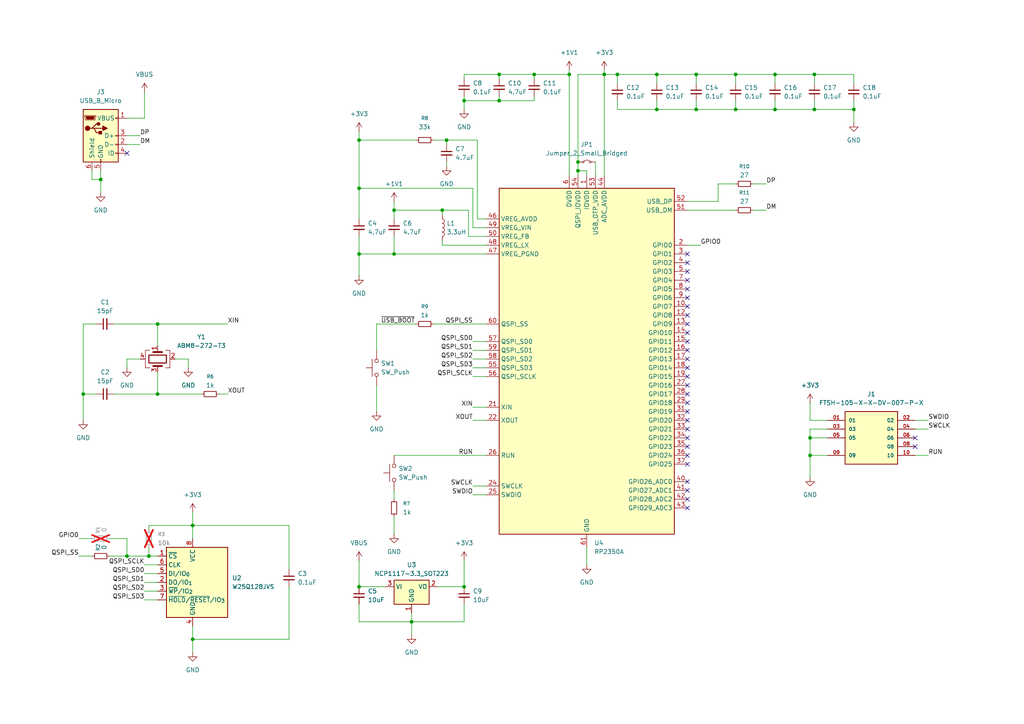
<source format=kicad_sch>
(kicad_sch
	(version 20250114)
	(generator "eeschema")
	(generator_version "9.0")
	(uuid "39efb9e7-8f36-40df-a729-8726b4a261eb")
	(paper "A4")
	(lib_symbols
		(symbol "Connector:USB_B_Micro"
			(pin_names
				(offset 1.016)
			)
			(exclude_from_sim no)
			(in_bom yes)
			(on_board yes)
			(property "Reference" "J"
				(at -5.08 11.43 0)
				(effects
					(font
						(size 1.27 1.27)
					)
					(justify left)
				)
			)
			(property "Value" "USB_B_Micro"
				(at -5.08 8.89 0)
				(effects
					(font
						(size 1.27 1.27)
					)
					(justify left)
				)
			)
			(property "Footprint" ""
				(at 3.81 -1.27 0)
				(effects
					(font
						(size 1.27 1.27)
					)
					(hide yes)
				)
			)
			(property "Datasheet" "~"
				(at 3.81 -1.27 0)
				(effects
					(font
						(size 1.27 1.27)
					)
					(hide yes)
				)
			)
			(property "Description" "USB Micro Type B connector"
				(at 0 0 0)
				(effects
					(font
						(size 1.27 1.27)
					)
					(hide yes)
				)
			)
			(property "ki_keywords" "connector USB micro"
				(at 0 0 0)
				(effects
					(font
						(size 1.27 1.27)
					)
					(hide yes)
				)
			)
			(property "ki_fp_filters" "USB*"
				(at 0 0 0)
				(effects
					(font
						(size 1.27 1.27)
					)
					(hide yes)
				)
			)
			(symbol "USB_B_Micro_0_1"
				(rectangle
					(start -5.08 -7.62)
					(end 5.08 7.62)
					(stroke
						(width 0.254)
						(type default)
					)
					(fill
						(type background)
					)
				)
				(polyline
					(pts
						(xy -4.699 5.842) (xy -4.699 5.588) (xy -4.445 4.826) (xy -4.445 4.572) (xy -1.651 4.572) (xy -1.651 4.826)
						(xy -1.397 5.588) (xy -1.397 5.842) (xy -4.699 5.842)
					)
					(stroke
						(width 0)
						(type default)
					)
					(fill
						(type none)
					)
				)
				(polyline
					(pts
						(xy -4.318 5.588) (xy -1.778 5.588) (xy -2.032 4.826) (xy -4.064 4.826) (xy -4.318 5.588)
					)
					(stroke
						(width 0)
						(type default)
					)
					(fill
						(type outline)
					)
				)
				(circle
					(center -3.81 2.159)
					(radius 0.635)
					(stroke
						(width 0.254)
						(type default)
					)
					(fill
						(type outline)
					)
				)
				(polyline
					(pts
						(xy -3.175 2.159) (xy -2.54 2.159) (xy -1.27 3.429) (xy -0.635 3.429)
					)
					(stroke
						(width 0.254)
						(type default)
					)
					(fill
						(type none)
					)
				)
				(polyline
					(pts
						(xy -2.54 2.159) (xy -1.905 2.159) (xy -1.27 0.889) (xy 0 0.889)
					)
					(stroke
						(width 0.254)
						(type default)
					)
					(fill
						(type none)
					)
				)
				(polyline
					(pts
						(xy -1.905 2.159) (xy 0.635 2.159)
					)
					(stroke
						(width 0.254)
						(type default)
					)
					(fill
						(type none)
					)
				)
				(circle
					(center -0.635 3.429)
					(radius 0.381)
					(stroke
						(width 0.254)
						(type default)
					)
					(fill
						(type outline)
					)
				)
				(rectangle
					(start -0.127 -7.62)
					(end 0.127 -6.858)
					(stroke
						(width 0)
						(type default)
					)
					(fill
						(type none)
					)
				)
				(rectangle
					(start 0.254 1.27)
					(end -0.508 0.508)
					(stroke
						(width 0.254)
						(type default)
					)
					(fill
						(type outline)
					)
				)
				(polyline
					(pts
						(xy 0.635 2.794) (xy 0.635 1.524) (xy 1.905 2.159) (xy 0.635 2.794)
					)
					(stroke
						(width 0.254)
						(type default)
					)
					(fill
						(type outline)
					)
				)
				(rectangle
					(start 5.08 4.953)
					(end 4.318 5.207)
					(stroke
						(width 0)
						(type default)
					)
					(fill
						(type none)
					)
				)
				(rectangle
					(start 5.08 -0.127)
					(end 4.318 0.127)
					(stroke
						(width 0)
						(type default)
					)
					(fill
						(type none)
					)
				)
				(rectangle
					(start 5.08 -2.667)
					(end 4.318 -2.413)
					(stroke
						(width 0)
						(type default)
					)
					(fill
						(type none)
					)
				)
				(rectangle
					(start 5.08 -5.207)
					(end 4.318 -4.953)
					(stroke
						(width 0)
						(type default)
					)
					(fill
						(type none)
					)
				)
			)
			(symbol "USB_B_Micro_1_1"
				(pin passive line
					(at -2.54 -10.16 90)
					(length 2.54)
					(name "Shield"
						(effects
							(font
								(size 1.27 1.27)
							)
						)
					)
					(number "6"
						(effects
							(font
								(size 1.27 1.27)
							)
						)
					)
				)
				(pin power_out line
					(at 0 -10.16 90)
					(length 2.54)
					(name "GND"
						(effects
							(font
								(size 1.27 1.27)
							)
						)
					)
					(number "5"
						(effects
							(font
								(size 1.27 1.27)
							)
						)
					)
				)
				(pin power_out line
					(at 7.62 5.08 180)
					(length 2.54)
					(name "VBUS"
						(effects
							(font
								(size 1.27 1.27)
							)
						)
					)
					(number "1"
						(effects
							(font
								(size 1.27 1.27)
							)
						)
					)
				)
				(pin bidirectional line
					(at 7.62 0 180)
					(length 2.54)
					(name "D+"
						(effects
							(font
								(size 1.27 1.27)
							)
						)
					)
					(number "3"
						(effects
							(font
								(size 1.27 1.27)
							)
						)
					)
				)
				(pin bidirectional line
					(at 7.62 -2.54 180)
					(length 2.54)
					(name "D-"
						(effects
							(font
								(size 1.27 1.27)
							)
						)
					)
					(number "2"
						(effects
							(font
								(size 1.27 1.27)
							)
						)
					)
				)
				(pin passive line
					(at 7.62 -5.08 180)
					(length 2.54)
					(name "ID"
						(effects
							(font
								(size 1.27 1.27)
							)
						)
					)
					(number "4"
						(effects
							(font
								(size 1.27 1.27)
							)
						)
					)
				)
			)
			(embedded_fonts no)
		)
		(symbol "Device:C_Small"
			(pin_numbers
				(hide yes)
			)
			(pin_names
				(offset 0.254)
				(hide yes)
			)
			(exclude_from_sim no)
			(in_bom yes)
			(on_board yes)
			(property "Reference" "C"
				(at 0.254 1.778 0)
				(effects
					(font
						(size 1.27 1.27)
					)
					(justify left)
				)
			)
			(property "Value" "C_Small"
				(at 0.254 -2.032 0)
				(effects
					(font
						(size 1.27 1.27)
					)
					(justify left)
				)
			)
			(property "Footprint" ""
				(at 0 0 0)
				(effects
					(font
						(size 1.27 1.27)
					)
					(hide yes)
				)
			)
			(property "Datasheet" "~"
				(at 0 0 0)
				(effects
					(font
						(size 1.27 1.27)
					)
					(hide yes)
				)
			)
			(property "Description" "Unpolarized capacitor, small symbol"
				(at 0 0 0)
				(effects
					(font
						(size 1.27 1.27)
					)
					(hide yes)
				)
			)
			(property "ki_keywords" "capacitor cap"
				(at 0 0 0)
				(effects
					(font
						(size 1.27 1.27)
					)
					(hide yes)
				)
			)
			(property "ki_fp_filters" "C_*"
				(at 0 0 0)
				(effects
					(font
						(size 1.27 1.27)
					)
					(hide yes)
				)
			)
			(symbol "C_Small_0_1"
				(polyline
					(pts
						(xy -1.524 0.508) (xy 1.524 0.508)
					)
					(stroke
						(width 0.3048)
						(type default)
					)
					(fill
						(type none)
					)
				)
				(polyline
					(pts
						(xy -1.524 -0.508) (xy 1.524 -0.508)
					)
					(stroke
						(width 0.3302)
						(type default)
					)
					(fill
						(type none)
					)
				)
			)
			(symbol "C_Small_1_1"
				(pin passive line
					(at 0 2.54 270)
					(length 2.032)
					(name "~"
						(effects
							(font
								(size 1.27 1.27)
							)
						)
					)
					(number "1"
						(effects
							(font
								(size 1.27 1.27)
							)
						)
					)
				)
				(pin passive line
					(at 0 -2.54 90)
					(length 2.032)
					(name "~"
						(effects
							(font
								(size 1.27 1.27)
							)
						)
					)
					(number "2"
						(effects
							(font
								(size 1.27 1.27)
							)
						)
					)
				)
			)
			(embedded_fonts no)
		)
		(symbol "Device:Crystal_GND24"
			(pin_names
				(offset 1.016)
				(hide yes)
			)
			(exclude_from_sim no)
			(in_bom yes)
			(on_board yes)
			(property "Reference" "Y"
				(at 3.175 5.08 0)
				(effects
					(font
						(size 1.27 1.27)
					)
					(justify left)
				)
			)
			(property "Value" "Crystal_GND24"
				(at 3.175 3.175 0)
				(effects
					(font
						(size 1.27 1.27)
					)
					(justify left)
				)
			)
			(property "Footprint" ""
				(at 0 0 0)
				(effects
					(font
						(size 1.27 1.27)
					)
					(hide yes)
				)
			)
			(property "Datasheet" "~"
				(at 0 0 0)
				(effects
					(font
						(size 1.27 1.27)
					)
					(hide yes)
				)
			)
			(property "Description" "Four pin crystal, GND on pins 2 and 4"
				(at 0 0 0)
				(effects
					(font
						(size 1.27 1.27)
					)
					(hide yes)
				)
			)
			(property "ki_keywords" "quartz ceramic resonator oscillator"
				(at 0 0 0)
				(effects
					(font
						(size 1.27 1.27)
					)
					(hide yes)
				)
			)
			(property "ki_fp_filters" "Crystal*"
				(at 0 0 0)
				(effects
					(font
						(size 1.27 1.27)
					)
					(hide yes)
				)
			)
			(symbol "Crystal_GND24_0_1"
				(polyline
					(pts
						(xy -2.54 2.286) (xy -2.54 3.556) (xy 2.54 3.556) (xy 2.54 2.286)
					)
					(stroke
						(width 0)
						(type default)
					)
					(fill
						(type none)
					)
				)
				(polyline
					(pts
						(xy -2.54 0) (xy -2.032 0)
					)
					(stroke
						(width 0)
						(type default)
					)
					(fill
						(type none)
					)
				)
				(polyline
					(pts
						(xy -2.54 -2.286) (xy -2.54 -3.556) (xy 2.54 -3.556) (xy 2.54 -2.286)
					)
					(stroke
						(width 0)
						(type default)
					)
					(fill
						(type none)
					)
				)
				(polyline
					(pts
						(xy -2.032 -1.27) (xy -2.032 1.27)
					)
					(stroke
						(width 0.508)
						(type default)
					)
					(fill
						(type none)
					)
				)
				(rectangle
					(start -1.143 2.54)
					(end 1.143 -2.54)
					(stroke
						(width 0.3048)
						(type default)
					)
					(fill
						(type none)
					)
				)
				(polyline
					(pts
						(xy 0 3.556) (xy 0 3.81)
					)
					(stroke
						(width 0)
						(type default)
					)
					(fill
						(type none)
					)
				)
				(polyline
					(pts
						(xy 0 -3.81) (xy 0 -3.556)
					)
					(stroke
						(width 0)
						(type default)
					)
					(fill
						(type none)
					)
				)
				(polyline
					(pts
						(xy 2.032 0) (xy 2.54 0)
					)
					(stroke
						(width 0)
						(type default)
					)
					(fill
						(type none)
					)
				)
				(polyline
					(pts
						(xy 2.032 -1.27) (xy 2.032 1.27)
					)
					(stroke
						(width 0.508)
						(type default)
					)
					(fill
						(type none)
					)
				)
			)
			(symbol "Crystal_GND24_1_1"
				(pin passive line
					(at -3.81 0 0)
					(length 1.27)
					(name "1"
						(effects
							(font
								(size 1.27 1.27)
							)
						)
					)
					(number "1"
						(effects
							(font
								(size 1.27 1.27)
							)
						)
					)
				)
				(pin passive line
					(at 0 5.08 270)
					(length 1.27)
					(name "2"
						(effects
							(font
								(size 1.27 1.27)
							)
						)
					)
					(number "2"
						(effects
							(font
								(size 1.27 1.27)
							)
						)
					)
				)
				(pin passive line
					(at 0 -5.08 90)
					(length 1.27)
					(name "4"
						(effects
							(font
								(size 1.27 1.27)
							)
						)
					)
					(number "4"
						(effects
							(font
								(size 1.27 1.27)
							)
						)
					)
				)
				(pin passive line
					(at 3.81 0 180)
					(length 1.27)
					(name "3"
						(effects
							(font
								(size 1.27 1.27)
							)
						)
					)
					(number "3"
						(effects
							(font
								(size 1.27 1.27)
							)
						)
					)
				)
			)
			(embedded_fonts no)
		)
		(symbol "Device:L"
			(pin_numbers
				(hide yes)
			)
			(pin_names
				(offset 1.016)
				(hide yes)
			)
			(exclude_from_sim no)
			(in_bom yes)
			(on_board yes)
			(property "Reference" "L"
				(at -1.27 0 90)
				(effects
					(font
						(size 1.27 1.27)
					)
				)
			)
			(property "Value" "L"
				(at 1.905 0 90)
				(effects
					(font
						(size 1.27 1.27)
					)
				)
			)
			(property "Footprint" ""
				(at 0 0 0)
				(effects
					(font
						(size 1.27 1.27)
					)
					(hide yes)
				)
			)
			(property "Datasheet" "~"
				(at 0 0 0)
				(effects
					(font
						(size 1.27 1.27)
					)
					(hide yes)
				)
			)
			(property "Description" "Inductor"
				(at 0 0 0)
				(effects
					(font
						(size 1.27 1.27)
					)
					(hide yes)
				)
			)
			(property "ki_keywords" "inductor choke coil reactor magnetic"
				(at 0 0 0)
				(effects
					(font
						(size 1.27 1.27)
					)
					(hide yes)
				)
			)
			(property "ki_fp_filters" "Choke_* *Coil* Inductor_* L_*"
				(at 0 0 0)
				(effects
					(font
						(size 1.27 1.27)
					)
					(hide yes)
				)
			)
			(symbol "L_0_1"
				(arc
					(start 0 2.54)
					(mid 0.6323 1.905)
					(end 0 1.27)
					(stroke
						(width 0)
						(type default)
					)
					(fill
						(type none)
					)
				)
				(arc
					(start 0 1.27)
					(mid 0.6323 0.635)
					(end 0 0)
					(stroke
						(width 0)
						(type default)
					)
					(fill
						(type none)
					)
				)
				(arc
					(start 0 0)
					(mid 0.6323 -0.635)
					(end 0 -1.27)
					(stroke
						(width 0)
						(type default)
					)
					(fill
						(type none)
					)
				)
				(arc
					(start 0 -1.27)
					(mid 0.6323 -1.905)
					(end 0 -2.54)
					(stroke
						(width 0)
						(type default)
					)
					(fill
						(type none)
					)
				)
			)
			(symbol "L_1_1"
				(pin passive line
					(at 0 3.81 270)
					(length 1.27)
					(name "1"
						(effects
							(font
								(size 1.27 1.27)
							)
						)
					)
					(number "1"
						(effects
							(font
								(size 1.27 1.27)
							)
						)
					)
				)
				(pin passive line
					(at 0 -3.81 90)
					(length 1.27)
					(name "2"
						(effects
							(font
								(size 1.27 1.27)
							)
						)
					)
					(number "2"
						(effects
							(font
								(size 1.27 1.27)
							)
						)
					)
				)
			)
			(embedded_fonts no)
		)
		(symbol "Device:R_Small"
			(pin_numbers
				(hide yes)
			)
			(pin_names
				(offset 0.254)
				(hide yes)
			)
			(exclude_from_sim no)
			(in_bom yes)
			(on_board yes)
			(property "Reference" "R"
				(at 0 0 90)
				(effects
					(font
						(size 1.016 1.016)
					)
				)
			)
			(property "Value" "R_Small"
				(at 1.778 0 90)
				(effects
					(font
						(size 1.27 1.27)
					)
				)
			)
			(property "Footprint" ""
				(at 0 0 0)
				(effects
					(font
						(size 1.27 1.27)
					)
					(hide yes)
				)
			)
			(property "Datasheet" "~"
				(at 0 0 0)
				(effects
					(font
						(size 1.27 1.27)
					)
					(hide yes)
				)
			)
			(property "Description" "Resistor, small symbol"
				(at 0 0 0)
				(effects
					(font
						(size 1.27 1.27)
					)
					(hide yes)
				)
			)
			(property "ki_keywords" "R resistor"
				(at 0 0 0)
				(effects
					(font
						(size 1.27 1.27)
					)
					(hide yes)
				)
			)
			(property "ki_fp_filters" "R_*"
				(at 0 0 0)
				(effects
					(font
						(size 1.27 1.27)
					)
					(hide yes)
				)
			)
			(symbol "R_Small_0_1"
				(rectangle
					(start -0.762 1.778)
					(end 0.762 -1.778)
					(stroke
						(width 0.2032)
						(type default)
					)
					(fill
						(type none)
					)
				)
			)
			(symbol "R_Small_1_1"
				(pin passive line
					(at 0 2.54 270)
					(length 0.762)
					(name "~"
						(effects
							(font
								(size 1.27 1.27)
							)
						)
					)
					(number "1"
						(effects
							(font
								(size 1.27 1.27)
							)
						)
					)
				)
				(pin passive line
					(at 0 -2.54 90)
					(length 0.762)
					(name "~"
						(effects
							(font
								(size 1.27 1.27)
							)
						)
					)
					(number "2"
						(effects
							(font
								(size 1.27 1.27)
							)
						)
					)
				)
			)
			(embedded_fonts no)
		)
		(symbol "Jumper:Jumper_2_Small_Bridged"
			(pin_numbers
				(hide yes)
			)
			(pin_names
				(offset 0)
				(hide yes)
			)
			(exclude_from_sim no)
			(in_bom yes)
			(on_board yes)
			(property "Reference" "JP"
				(at 0 2.032 0)
				(effects
					(font
						(size 1.27 1.27)
					)
				)
			)
			(property "Value" "Jumper_2_Small_Bridged"
				(at 0 -2.286 0)
				(effects
					(font
						(size 1.27 1.27)
					)
				)
			)
			(property "Footprint" ""
				(at 0 0 0)
				(effects
					(font
						(size 1.27 1.27)
					)
					(hide yes)
				)
			)
			(property "Datasheet" "~"
				(at 0 0 0)
				(effects
					(font
						(size 1.27 1.27)
					)
					(hide yes)
				)
			)
			(property "Description" "Jumper, 2-pole, small symbol, bridged"
				(at 0 0 0)
				(effects
					(font
						(size 1.27 1.27)
					)
					(hide yes)
				)
			)
			(property "ki_keywords" "Jumper SPST"
				(at 0 0 0)
				(effects
					(font
						(size 1.27 1.27)
					)
					(hide yes)
				)
			)
			(property "ki_fp_filters" "Jumper* TestPoint*2Pads* TestPoint*Bridge*"
				(at 0 0 0)
				(effects
					(font
						(size 1.27 1.27)
					)
					(hide yes)
				)
			)
			(symbol "Jumper_2_Small_Bridged_0_0"
				(circle
					(center -1.016 0)
					(radius 0.254)
					(stroke
						(width 0)
						(type default)
					)
					(fill
						(type none)
					)
				)
				(circle
					(center 1.016 0)
					(radius 0.254)
					(stroke
						(width 0)
						(type default)
					)
					(fill
						(type none)
					)
				)
			)
			(symbol "Jumper_2_Small_Bridged_0_1"
				(arc
					(start -0.762 0.254)
					(mid 0 0.5696)
					(end 0.762 0.254)
					(stroke
						(width 0)
						(type default)
					)
					(fill
						(type none)
					)
				)
			)
			(symbol "Jumper_2_Small_Bridged_1_1"
				(pin passive line
					(at -2.54 0 0)
					(length 1.27)
					(name "A"
						(effects
							(font
								(size 1.27 1.27)
							)
						)
					)
					(number "1"
						(effects
							(font
								(size 1.27 1.27)
							)
						)
					)
				)
				(pin passive line
					(at 2.54 0 180)
					(length 1.27)
					(name "B"
						(effects
							(font
								(size 1.27 1.27)
							)
						)
					)
					(number "2"
						(effects
							(font
								(size 1.27 1.27)
							)
						)
					)
				)
			)
			(embedded_fonts no)
		)
		(symbol "Memory_Flash:W25Q128JVS"
			(exclude_from_sim no)
			(in_bom yes)
			(on_board yes)
			(property "Reference" "U"
				(at -6.35 11.43 0)
				(effects
					(font
						(size 1.27 1.27)
					)
				)
			)
			(property "Value" "W25Q128JVS"
				(at 7.62 11.43 0)
				(effects
					(font
						(size 1.27 1.27)
					)
				)
			)
			(property "Footprint" "Package_SO:SOIC-8_5.3x5.3mm_P1.27mm"
				(at 0 22.86 0)
				(effects
					(font
						(size 1.27 1.27)
					)
					(hide yes)
				)
			)
			(property "Datasheet" "https://www.winbond.com/resource-files/w25q128jv_dtr%20revc%2003272018%20plus.pdf"
				(at 0 25.4 0)
				(effects
					(font
						(size 1.27 1.27)
					)
					(hide yes)
				)
			)
			(property "Description" "128Mbit / 16MiB Serial Flash Memory, Standard/Dual/Quad SPI, 2.7-3.6V, SOIC-8"
				(at 0 27.94 0)
				(effects
					(font
						(size 1.27 1.27)
					)
					(hide yes)
				)
			)
			(property "ki_keywords" "flash memory SPI QPI DTR"
				(at 0 0 0)
				(effects
					(font
						(size 1.27 1.27)
					)
					(hide yes)
				)
			)
			(property "ki_fp_filters" "*SOIC*5.3x5.3mm*P1.27mm*"
				(at 0 0 0)
				(effects
					(font
						(size 1.27 1.27)
					)
					(hide yes)
				)
			)
			(symbol "W25Q128JVS_0_1"
				(rectangle
					(start -7.62 10.16)
					(end 10.16 -10.16)
					(stroke
						(width 0.254)
						(type default)
					)
					(fill
						(type background)
					)
				)
			)
			(symbol "W25Q128JVS_1_1"
				(pin input line
					(at -10.16 7.62 0)
					(length 2.54)
					(name "~{CS}"
						(effects
							(font
								(size 1.27 1.27)
							)
						)
					)
					(number "1"
						(effects
							(font
								(size 1.27 1.27)
							)
						)
					)
				)
				(pin input line
					(at -10.16 5.08 0)
					(length 2.54)
					(name "CLK"
						(effects
							(font
								(size 1.27 1.27)
							)
						)
					)
					(number "6"
						(effects
							(font
								(size 1.27 1.27)
							)
						)
					)
				)
				(pin bidirectional line
					(at -10.16 2.54 0)
					(length 2.54)
					(name "DI/IO_{0}"
						(effects
							(font
								(size 1.27 1.27)
							)
						)
					)
					(number "5"
						(effects
							(font
								(size 1.27 1.27)
							)
						)
					)
				)
				(pin bidirectional line
					(at -10.16 0 0)
					(length 2.54)
					(name "DO/IO_{1}"
						(effects
							(font
								(size 1.27 1.27)
							)
						)
					)
					(number "2"
						(effects
							(font
								(size 1.27 1.27)
							)
						)
					)
				)
				(pin bidirectional line
					(at -10.16 -2.54 0)
					(length 2.54)
					(name "~{WP}/IO_{2}"
						(effects
							(font
								(size 1.27 1.27)
							)
						)
					)
					(number "3"
						(effects
							(font
								(size 1.27 1.27)
							)
						)
					)
				)
				(pin bidirectional line
					(at -10.16 -5.08 0)
					(length 2.54)
					(name "~{HOLD}/~{RESET}/IO_{3}"
						(effects
							(font
								(size 1.27 1.27)
							)
						)
					)
					(number "7"
						(effects
							(font
								(size 1.27 1.27)
							)
						)
					)
				)
				(pin power_in line
					(at 0 12.7 270)
					(length 2.54)
					(name "VCC"
						(effects
							(font
								(size 1.27 1.27)
							)
						)
					)
					(number "8"
						(effects
							(font
								(size 1.27 1.27)
							)
						)
					)
				)
				(pin power_in line
					(at 0 -12.7 90)
					(length 2.54)
					(name "GND"
						(effects
							(font
								(size 1.27 1.27)
							)
						)
					)
					(number "4"
						(effects
							(font
								(size 1.27 1.27)
							)
						)
					)
				)
			)
			(embedded_fonts no)
		)
		(symbol "Regulator_Linear:NCP1117-3.3_SOT223"
			(exclude_from_sim no)
			(in_bom yes)
			(on_board yes)
			(property "Reference" "U"
				(at -3.81 3.175 0)
				(effects
					(font
						(size 1.27 1.27)
					)
				)
			)
			(property "Value" "NCP1117-3.3_SOT223"
				(at 0 3.175 0)
				(effects
					(font
						(size 1.27 1.27)
					)
					(justify left)
				)
			)
			(property "Footprint" "Package_TO_SOT_SMD:SOT-223-3_TabPin2"
				(at 0 5.08 0)
				(effects
					(font
						(size 1.27 1.27)
					)
					(hide yes)
				)
			)
			(property "Datasheet" "http://www.onsemi.com/pub_link/Collateral/NCP1117-D.PDF"
				(at 2.54 -6.35 0)
				(effects
					(font
						(size 1.27 1.27)
					)
					(hide yes)
				)
			)
			(property "Description" "1A Low drop-out regulator, Fixed Output 3.3V, SOT-223"
				(at 0 0 0)
				(effects
					(font
						(size 1.27 1.27)
					)
					(hide yes)
				)
			)
			(property "ki_keywords" "REGULATOR LDO 3.3V"
				(at 0 0 0)
				(effects
					(font
						(size 1.27 1.27)
					)
					(hide yes)
				)
			)
			(property "ki_fp_filters" "SOT?223*TabPin2*"
				(at 0 0 0)
				(effects
					(font
						(size 1.27 1.27)
					)
					(hide yes)
				)
			)
			(symbol "NCP1117-3.3_SOT223_0_1"
				(rectangle
					(start -5.08 -5.08)
					(end 5.08 1.905)
					(stroke
						(width 0.254)
						(type default)
					)
					(fill
						(type background)
					)
				)
			)
			(symbol "NCP1117-3.3_SOT223_1_1"
				(pin power_in line
					(at -7.62 0 0)
					(length 2.54)
					(name "VI"
						(effects
							(font
								(size 1.27 1.27)
							)
						)
					)
					(number "3"
						(effects
							(font
								(size 1.27 1.27)
							)
						)
					)
				)
				(pin power_in line
					(at 0 -7.62 90)
					(length 2.54)
					(name "GND"
						(effects
							(font
								(size 1.27 1.27)
							)
						)
					)
					(number "1"
						(effects
							(font
								(size 1.27 1.27)
							)
						)
					)
				)
				(pin power_out line
					(at 7.62 0 180)
					(length 2.54)
					(name "VO"
						(effects
							(font
								(size 1.27 1.27)
							)
						)
					)
					(number "2"
						(effects
							(font
								(size 1.27 1.27)
							)
						)
					)
				)
			)
			(embedded_fonts no)
		)
		(symbol "Switch:SW_Push"
			(pin_numbers
				(hide yes)
			)
			(pin_names
				(offset 1.016)
				(hide yes)
			)
			(exclude_from_sim no)
			(in_bom yes)
			(on_board yes)
			(property "Reference" "SW"
				(at 1.27 2.54 0)
				(effects
					(font
						(size 1.27 1.27)
					)
					(justify left)
				)
			)
			(property "Value" "SW_Push"
				(at 0 -1.524 0)
				(effects
					(font
						(size 1.27 1.27)
					)
				)
			)
			(property "Footprint" ""
				(at 0 5.08 0)
				(effects
					(font
						(size 1.27 1.27)
					)
					(hide yes)
				)
			)
			(property "Datasheet" "~"
				(at 0 5.08 0)
				(effects
					(font
						(size 1.27 1.27)
					)
					(hide yes)
				)
			)
			(property "Description" "Push button switch, generic, two pins"
				(at 0 0 0)
				(effects
					(font
						(size 1.27 1.27)
					)
					(hide yes)
				)
			)
			(property "ki_keywords" "switch normally-open pushbutton push-button"
				(at 0 0 0)
				(effects
					(font
						(size 1.27 1.27)
					)
					(hide yes)
				)
			)
			(symbol "SW_Push_0_1"
				(circle
					(center -2.032 0)
					(radius 0.508)
					(stroke
						(width 0)
						(type default)
					)
					(fill
						(type none)
					)
				)
				(polyline
					(pts
						(xy 0 1.27) (xy 0 3.048)
					)
					(stroke
						(width 0)
						(type default)
					)
					(fill
						(type none)
					)
				)
				(circle
					(center 2.032 0)
					(radius 0.508)
					(stroke
						(width 0)
						(type default)
					)
					(fill
						(type none)
					)
				)
				(polyline
					(pts
						(xy 2.54 1.27) (xy -2.54 1.27)
					)
					(stroke
						(width 0)
						(type default)
					)
					(fill
						(type none)
					)
				)
				(pin passive line
					(at -5.08 0 0)
					(length 2.54)
					(name "1"
						(effects
							(font
								(size 1.27 1.27)
							)
						)
					)
					(number "1"
						(effects
							(font
								(size 1.27 1.27)
							)
						)
					)
				)
				(pin passive line
					(at 5.08 0 180)
					(length 2.54)
					(name "2"
						(effects
							(font
								(size 1.27 1.27)
							)
						)
					)
					(number "2"
						(effects
							(font
								(size 1.27 1.27)
							)
						)
					)
				)
			)
			(embedded_fonts no)
		)
		(symbol "power:+1V1"
			(power)
			(pin_numbers
				(hide yes)
			)
			(pin_names
				(offset 0)
				(hide yes)
			)
			(exclude_from_sim no)
			(in_bom yes)
			(on_board yes)
			(property "Reference" "#PWR"
				(at 0 -3.81 0)
				(effects
					(font
						(size 1.27 1.27)
					)
					(hide yes)
				)
			)
			(property "Value" "+1V1"
				(at 0 3.556 0)
				(effects
					(font
						(size 1.27 1.27)
					)
				)
			)
			(property "Footprint" ""
				(at 0 0 0)
				(effects
					(font
						(size 1.27 1.27)
					)
					(hide yes)
				)
			)
			(property "Datasheet" ""
				(at 0 0 0)
				(effects
					(font
						(size 1.27 1.27)
					)
					(hide yes)
				)
			)
			(property "Description" "Power symbol creates a global label with name \"+1V1\""
				(at 0 0 0)
				(effects
					(font
						(size 1.27 1.27)
					)
					(hide yes)
				)
			)
			(property "ki_keywords" "global power"
				(at 0 0 0)
				(effects
					(font
						(size 1.27 1.27)
					)
					(hide yes)
				)
			)
			(symbol "+1V1_0_1"
				(polyline
					(pts
						(xy -0.762 1.27) (xy 0 2.54)
					)
					(stroke
						(width 0)
						(type default)
					)
					(fill
						(type none)
					)
				)
				(polyline
					(pts
						(xy 0 2.54) (xy 0.762 1.27)
					)
					(stroke
						(width 0)
						(type default)
					)
					(fill
						(type none)
					)
				)
				(polyline
					(pts
						(xy 0 0) (xy 0 2.54)
					)
					(stroke
						(width 0)
						(type default)
					)
					(fill
						(type none)
					)
				)
			)
			(symbol "+1V1_1_1"
				(pin power_in line
					(at 0 0 90)
					(length 0)
					(name "~"
						(effects
							(font
								(size 1.27 1.27)
							)
						)
					)
					(number "1"
						(effects
							(font
								(size 1.27 1.27)
							)
						)
					)
				)
			)
			(embedded_fonts no)
		)
		(symbol "power:+3V3"
			(power)
			(pin_numbers
				(hide yes)
			)
			(pin_names
				(offset 0)
				(hide yes)
			)
			(exclude_from_sim no)
			(in_bom yes)
			(on_board yes)
			(property "Reference" "#PWR"
				(at 0 -3.81 0)
				(effects
					(font
						(size 1.27 1.27)
					)
					(hide yes)
				)
			)
			(property "Value" "+3V3"
				(at 0 3.556 0)
				(effects
					(font
						(size 1.27 1.27)
					)
				)
			)
			(property "Footprint" ""
				(at 0 0 0)
				(effects
					(font
						(size 1.27 1.27)
					)
					(hide yes)
				)
			)
			(property "Datasheet" ""
				(at 0 0 0)
				(effects
					(font
						(size 1.27 1.27)
					)
					(hide yes)
				)
			)
			(property "Description" "Power symbol creates a global label with name \"+3V3\""
				(at 0 0 0)
				(effects
					(font
						(size 1.27 1.27)
					)
					(hide yes)
				)
			)
			(property "ki_keywords" "global power"
				(at 0 0 0)
				(effects
					(font
						(size 1.27 1.27)
					)
					(hide yes)
				)
			)
			(symbol "+3V3_0_1"
				(polyline
					(pts
						(xy -0.762 1.27) (xy 0 2.54)
					)
					(stroke
						(width 0)
						(type default)
					)
					(fill
						(type none)
					)
				)
				(polyline
					(pts
						(xy 0 2.54) (xy 0.762 1.27)
					)
					(stroke
						(width 0)
						(type default)
					)
					(fill
						(type none)
					)
				)
				(polyline
					(pts
						(xy 0 0) (xy 0 2.54)
					)
					(stroke
						(width 0)
						(type default)
					)
					(fill
						(type none)
					)
				)
			)
			(symbol "+3V3_1_1"
				(pin power_in line
					(at 0 0 90)
					(length 0)
					(name "~"
						(effects
							(font
								(size 1.27 1.27)
							)
						)
					)
					(number "1"
						(effects
							(font
								(size 1.27 1.27)
							)
						)
					)
				)
			)
			(embedded_fonts no)
		)
		(symbol "power:GND"
			(power)
			(pin_numbers
				(hide yes)
			)
			(pin_names
				(offset 0)
				(hide yes)
			)
			(exclude_from_sim no)
			(in_bom yes)
			(on_board yes)
			(property "Reference" "#PWR"
				(at 0 -6.35 0)
				(effects
					(font
						(size 1.27 1.27)
					)
					(hide yes)
				)
			)
			(property "Value" "GND"
				(at 0 -3.81 0)
				(effects
					(font
						(size 1.27 1.27)
					)
				)
			)
			(property "Footprint" ""
				(at 0 0 0)
				(effects
					(font
						(size 1.27 1.27)
					)
					(hide yes)
				)
			)
			(property "Datasheet" ""
				(at 0 0 0)
				(effects
					(font
						(size 1.27 1.27)
					)
					(hide yes)
				)
			)
			(property "Description" "Power symbol creates a global label with name \"GND\" , ground"
				(at 0 0 0)
				(effects
					(font
						(size 1.27 1.27)
					)
					(hide yes)
				)
			)
			(property "ki_keywords" "global power"
				(at 0 0 0)
				(effects
					(font
						(size 1.27 1.27)
					)
					(hide yes)
				)
			)
			(symbol "GND_0_1"
				(polyline
					(pts
						(xy 0 0) (xy 0 -1.27) (xy 1.27 -1.27) (xy 0 -2.54) (xy -1.27 -1.27) (xy 0 -1.27)
					)
					(stroke
						(width 0)
						(type default)
					)
					(fill
						(type none)
					)
				)
			)
			(symbol "GND_1_1"
				(pin power_in line
					(at 0 0 270)
					(length 0)
					(name "~"
						(effects
							(font
								(size 1.27 1.27)
							)
						)
					)
					(number "1"
						(effects
							(font
								(size 1.27 1.27)
							)
						)
					)
				)
			)
			(embedded_fonts no)
		)
		(symbol "power:VBUS"
			(power)
			(pin_numbers
				(hide yes)
			)
			(pin_names
				(offset 0)
				(hide yes)
			)
			(exclude_from_sim no)
			(in_bom yes)
			(on_board yes)
			(property "Reference" "#PWR"
				(at 0 -3.81 0)
				(effects
					(font
						(size 1.27 1.27)
					)
					(hide yes)
				)
			)
			(property "Value" "VBUS"
				(at 0 3.556 0)
				(effects
					(font
						(size 1.27 1.27)
					)
				)
			)
			(property "Footprint" ""
				(at 0 0 0)
				(effects
					(font
						(size 1.27 1.27)
					)
					(hide yes)
				)
			)
			(property "Datasheet" ""
				(at 0 0 0)
				(effects
					(font
						(size 1.27 1.27)
					)
					(hide yes)
				)
			)
			(property "Description" "Power symbol creates a global label with name \"VBUS\""
				(at 0 0 0)
				(effects
					(font
						(size 1.27 1.27)
					)
					(hide yes)
				)
			)
			(property "ki_keywords" "global power"
				(at 0 0 0)
				(effects
					(font
						(size 1.27 1.27)
					)
					(hide yes)
				)
			)
			(symbol "VBUS_0_1"
				(polyline
					(pts
						(xy -0.762 1.27) (xy 0 2.54)
					)
					(stroke
						(width 0)
						(type default)
					)
					(fill
						(type none)
					)
				)
				(polyline
					(pts
						(xy 0 2.54) (xy 0.762 1.27)
					)
					(stroke
						(width 0)
						(type default)
					)
					(fill
						(type none)
					)
				)
				(polyline
					(pts
						(xy 0 0) (xy 0 2.54)
					)
					(stroke
						(width 0)
						(type default)
					)
					(fill
						(type none)
					)
				)
			)
			(symbol "VBUS_1_1"
				(pin power_in line
					(at 0 0 90)
					(length 0)
					(name "~"
						(effects
							(font
								(size 1.27 1.27)
							)
						)
					)
					(number "1"
						(effects
							(font
								(size 1.27 1.27)
							)
						)
					)
				)
			)
			(embedded_fonts no)
		)
		(symbol "the-intercept-2025:FTSH-105-X-X-DV-007-P-X"
			(pin_names
				(offset 1.016)
			)
			(exclude_from_sim no)
			(in_bom yes)
			(on_board yes)
			(property "Reference" "J"
				(at -7.62 8.382 0)
				(effects
					(font
						(size 1.27 1.27)
					)
					(justify left bottom)
				)
			)
			(property "Value" "FTSH-105-X-X-DV-007-P-X"
				(at -7.62 -10.16 0)
				(effects
					(font
						(size 1.27 1.27)
					)
					(justify left bottom)
				)
			)
			(property "Footprint" "the-intercept-2025:SAMTEC_FTSH-105-X-X-DV-007-P-X"
				(at 0 0 0)
				(effects
					(font
						(size 1.27 1.27)
					)
					(justify bottom)
					(hide yes)
				)
			)
			(property "Datasheet" ""
				(at 0 0 0)
				(effects
					(font
						(size 1.27 1.27)
					)
					(hide yes)
				)
			)
			(property "Description" ""
				(at 0 0 0)
				(effects
					(font
						(size 1.27 1.27)
					)
					(hide yes)
				)
			)
			(property "PARTREV" "H"
				(at 0 0 0)
				(effects
					(font
						(size 1.27 1.27)
					)
					(justify bottom)
					(hide yes)
				)
			)
			(property "STANDARD" "Manufacturer Recommendations"
				(at 0 0 0)
				(effects
					(font
						(size 1.27 1.27)
					)
					(justify bottom)
					(hide yes)
				)
			)
			(property "MANUFACTURER" "Samtec"
				(at 0 0 0)
				(effects
					(font
						(size 1.27 1.27)
					)
					(justify bottom)
					(hide yes)
				)
			)
			(symbol "FTSH-105-X-X-DV-007-P-X_0_0"
				(rectangle
					(start -7.62 -7.62)
					(end 7.62 7.62)
					(stroke
						(width 0.254)
						(type default)
					)
					(fill
						(type background)
					)
				)
				(pin passive line
					(at -12.7 5.08 0)
					(length 5.08)
					(name "01"
						(effects
							(font
								(size 1.016 1.016)
							)
						)
					)
					(number "01"
						(effects
							(font
								(size 1.016 1.016)
							)
						)
					)
				)
				(pin passive line
					(at -12.7 2.54 0)
					(length 5.08)
					(name "03"
						(effects
							(font
								(size 1.016 1.016)
							)
						)
					)
					(number "03"
						(effects
							(font
								(size 1.016 1.016)
							)
						)
					)
				)
				(pin passive line
					(at -12.7 0 0)
					(length 5.08)
					(name "05"
						(effects
							(font
								(size 1.016 1.016)
							)
						)
					)
					(number "05"
						(effects
							(font
								(size 1.016 1.016)
							)
						)
					)
				)
				(pin passive line
					(at -12.7 -5.08 0)
					(length 5.08)
					(name "09"
						(effects
							(font
								(size 1.016 1.016)
							)
						)
					)
					(number "09"
						(effects
							(font
								(size 1.016 1.016)
							)
						)
					)
				)
				(pin passive line
					(at 12.7 5.08 180)
					(length 5.08)
					(name "02"
						(effects
							(font
								(size 1.016 1.016)
							)
						)
					)
					(number "02"
						(effects
							(font
								(size 1.016 1.016)
							)
						)
					)
				)
				(pin passive line
					(at 12.7 2.54 180)
					(length 5.08)
					(name "04"
						(effects
							(font
								(size 1.016 1.016)
							)
						)
					)
					(number "04"
						(effects
							(font
								(size 1.016 1.016)
							)
						)
					)
				)
				(pin passive line
					(at 12.7 0 180)
					(length 5.08)
					(name "06"
						(effects
							(font
								(size 1.016 1.016)
							)
						)
					)
					(number "06"
						(effects
							(font
								(size 1.016 1.016)
							)
						)
					)
				)
				(pin passive line
					(at 12.7 -2.54 180)
					(length 5.08)
					(name "08"
						(effects
							(font
								(size 1.016 1.016)
							)
						)
					)
					(number "08"
						(effects
							(font
								(size 1.016 1.016)
							)
						)
					)
				)
				(pin passive line
					(at 12.7 -5.08 180)
					(length 5.08)
					(name "10"
						(effects
							(font
								(size 1.016 1.016)
							)
						)
					)
					(number "10"
						(effects
							(font
								(size 1.016 1.016)
							)
						)
					)
				)
			)
			(embedded_fonts no)
		)
		(symbol "the-intercept-2025:RP2350A"
			(exclude_from_sim no)
			(in_bom yes)
			(on_board yes)
			(property "Reference" "U"
				(at 20.828 53.594 0)
				(effects
					(font
						(size 1.27 1.27)
					)
				)
			)
			(property "Value" "RP2350A"
				(at 20.828 51.054 0)
				(effects
					(font
						(size 1.27 1.27)
					)
				)
			)
			(property "Footprint" "Package_DFN_QFN:QFN-60-1EP_7x7mm_P0.4mm_EP3.4x3.4mm"
				(at 0 -3.81 0)
				(effects
					(font
						(size 1.27 1.27)
					)
					(hide yes)
				)
			)
			(property "Datasheet" "https://datasheets.raspberrypi.com/rp2350/rp2350-datasheet.pdf"
				(at 0 -3.81 0)
				(effects
					(font
						(size 1.27 1.27)
					)
					(hide yes)
				)
			)
			(property "Description" "A microcontroller by Raspberry Pi"
				(at 0 0 0)
				(effects
					(font
						(size 1.27 1.27)
					)
					(hide yes)
				)
			)
			(property "ki_keywords" "RP2350 ARM Cortex-M0+ USB"
				(at 0 0 0)
				(effects
					(font
						(size 1.27 1.27)
					)
					(hide yes)
				)
			)
			(property "ki_fp_filters" "QFN*1EP*7x7mm?P0.4mm*"
				(at 0 0 0)
				(effects
					(font
						(size 1.27 1.27)
					)
					(hide yes)
				)
			)
			(symbol "RP2350A_0_1"
				(rectangle
					(start -25.4 49.53)
					(end 25.4 -50.8)
					(stroke
						(width 0.254)
						(type default)
					)
					(fill
						(type background)
					)
				)
			)
			(symbol "RP2350A_1_1"
				(pin power_in line
					(at -29.21 40.64 0)
					(length 3.81)
					(name "VREG_AVDD"
						(effects
							(font
								(size 1.27 1.27)
							)
						)
					)
					(number "46"
						(effects
							(font
								(size 1.27 1.27)
							)
						)
					)
				)
				(pin power_in line
					(at -29.21 38.1 0)
					(length 3.81)
					(name "VREG_VIN"
						(effects
							(font
								(size 1.27 1.27)
							)
						)
					)
					(number "49"
						(effects
							(font
								(size 1.27 1.27)
							)
						)
					)
				)
				(pin input line
					(at -29.21 35.56 0)
					(length 3.81)
					(name "VREG_FB"
						(effects
							(font
								(size 1.27 1.27)
							)
						)
					)
					(number "50"
						(effects
							(font
								(size 1.27 1.27)
							)
						)
					)
				)
				(pin power_out line
					(at -29.21 33.02 0)
					(length 3.81)
					(name "VREG_LX"
						(effects
							(font
								(size 1.27 1.27)
							)
						)
					)
					(number "48"
						(effects
							(font
								(size 1.27 1.27)
							)
						)
					)
				)
				(pin power_in line
					(at -29.21 30.48 0)
					(length 3.81)
					(name "VREG_PGND"
						(effects
							(font
								(size 1.27 1.27)
							)
						)
					)
					(number "47"
						(effects
							(font
								(size 1.27 1.27)
							)
						)
					)
				)
				(pin bidirectional line
					(at -29.21 10.16 0)
					(length 3.81)
					(name "QSPI_SS"
						(effects
							(font
								(size 1.27 1.27)
							)
						)
					)
					(number "60"
						(effects
							(font
								(size 1.27 1.27)
							)
						)
					)
				)
				(pin bidirectional line
					(at -29.21 5.08 0)
					(length 3.81)
					(name "QSPI_SD0"
						(effects
							(font
								(size 1.27 1.27)
							)
						)
					)
					(number "57"
						(effects
							(font
								(size 1.27 1.27)
							)
						)
					)
				)
				(pin bidirectional line
					(at -29.21 2.54 0)
					(length 3.81)
					(name "QSPI_SD1"
						(effects
							(font
								(size 1.27 1.27)
							)
						)
					)
					(number "59"
						(effects
							(font
								(size 1.27 1.27)
							)
						)
					)
				)
				(pin bidirectional line
					(at -29.21 0 0)
					(length 3.81)
					(name "QSPI_SD2"
						(effects
							(font
								(size 1.27 1.27)
							)
						)
					)
					(number "58"
						(effects
							(font
								(size 1.27 1.27)
							)
						)
					)
				)
				(pin bidirectional line
					(at -29.21 -2.54 0)
					(length 3.81)
					(name "QSPI_SD3"
						(effects
							(font
								(size 1.27 1.27)
							)
						)
					)
					(number "55"
						(effects
							(font
								(size 1.27 1.27)
							)
						)
					)
				)
				(pin output line
					(at -29.21 -5.08 0)
					(length 3.81)
					(name "QSPI_SCLK"
						(effects
							(font
								(size 1.27 1.27)
							)
						)
					)
					(number "56"
						(effects
							(font
								(size 1.27 1.27)
							)
						)
					)
				)
				(pin input line
					(at -29.21 -13.97 0)
					(length 3.81)
					(name "XIN"
						(effects
							(font
								(size 1.27 1.27)
							)
						)
					)
					(number "21"
						(effects
							(font
								(size 1.27 1.27)
							)
						)
					)
				)
				(pin passive line
					(at -29.21 -17.78 0)
					(length 3.81)
					(name "XOUT"
						(effects
							(font
								(size 1.27 1.27)
							)
						)
					)
					(number "22"
						(effects
							(font
								(size 1.27 1.27)
							)
						)
					)
				)
				(pin input line
					(at -29.21 -27.94 0)
					(length 3.81)
					(name "RUN"
						(effects
							(font
								(size 1.27 1.27)
							)
						)
					)
					(number "26"
						(effects
							(font
								(size 1.27 1.27)
							)
						)
					)
				)
				(pin output line
					(at -29.21 -36.83 0)
					(length 3.81)
					(name "SWCLK"
						(effects
							(font
								(size 1.27 1.27)
							)
						)
					)
					(number "24"
						(effects
							(font
								(size 1.27 1.27)
							)
						)
					)
				)
				(pin bidirectional line
					(at -29.21 -39.37 0)
					(length 3.81)
					(name "SWDIO"
						(effects
							(font
								(size 1.27 1.27)
							)
						)
					)
					(number "25"
						(effects
							(font
								(size 1.27 1.27)
							)
						)
					)
				)
				(pin passive line
					(at -5.08 53.34 270)
					(length 3.81)
					(hide yes)
					(name "DVDD"
						(effects
							(font
								(size 1.27 1.27)
							)
						)
					)
					(number "23"
						(effects
							(font
								(size 1.27 1.27)
							)
						)
					)
				)
				(pin passive line
					(at -5.08 53.34 270)
					(length 3.81)
					(hide yes)
					(name "DVDD"
						(effects
							(font
								(size 1.27 1.27)
							)
						)
					)
					(number "39"
						(effects
							(font
								(size 1.27 1.27)
							)
						)
					)
				)
				(pin power_in line
					(at -5.08 53.34 270)
					(length 3.81)
					(name "DVDD"
						(effects
							(font
								(size 1.27 1.27)
							)
						)
					)
					(number "6"
						(effects
							(font
								(size 1.27 1.27)
							)
						)
					)
				)
				(pin power_in line
					(at -2.54 53.34 270)
					(length 3.81)
					(name "QSPI_IOVDD"
						(effects
							(font
								(size 1.27 1.27)
							)
						)
					)
					(number "54"
						(effects
							(font
								(size 1.27 1.27)
							)
						)
					)
				)
				(pin power_in line
					(at 0 53.34 270)
					(length 3.81)
					(name "IOVDD"
						(effects
							(font
								(size 1.27 1.27)
							)
						)
					)
					(number "1"
						(effects
							(font
								(size 1.27 1.27)
							)
						)
					)
				)
				(pin passive line
					(at 0 53.34 270)
					(length 3.81)
					(hide yes)
					(name "IOVDD"
						(effects
							(font
								(size 1.27 1.27)
							)
						)
					)
					(number "11"
						(effects
							(font
								(size 1.27 1.27)
							)
						)
					)
				)
				(pin passive line
					(at 0 53.34 270)
					(length 3.81)
					(hide yes)
					(name "IOVDD"
						(effects
							(font
								(size 1.27 1.27)
							)
						)
					)
					(number "20"
						(effects
							(font
								(size 1.27 1.27)
							)
						)
					)
				)
				(pin passive line
					(at 0 53.34 270)
					(length 3.81)
					(hide yes)
					(name "IOVDD"
						(effects
							(font
								(size 1.27 1.27)
							)
						)
					)
					(number "30"
						(effects
							(font
								(size 1.27 1.27)
							)
						)
					)
				)
				(pin passive line
					(at 0 53.34 270)
					(length 3.81)
					(hide yes)
					(name "IOVDD"
						(effects
							(font
								(size 1.27 1.27)
							)
						)
					)
					(number "38"
						(effects
							(font
								(size 1.27 1.27)
							)
						)
					)
				)
				(pin passive line
					(at 0 53.34 270)
					(length 3.81)
					(hide yes)
					(name "IOVDD"
						(effects
							(font
								(size 1.27 1.27)
							)
						)
					)
					(number "45"
						(effects
							(font
								(size 1.27 1.27)
							)
						)
					)
				)
				(pin power_in line
					(at 0 -54.61 90)
					(length 3.81)
					(name "GND"
						(effects
							(font
								(size 1.27 1.27)
							)
						)
					)
					(number "61"
						(effects
							(font
								(size 1.27 1.27)
							)
						)
					)
				)
				(pin power_in line
					(at 2.54 53.34 270)
					(length 3.81)
					(name "USB_OTP_VDD"
						(effects
							(font
								(size 1.27 1.27)
							)
						)
					)
					(number "53"
						(effects
							(font
								(size 1.27 1.27)
							)
						)
					)
				)
				(pin power_in line
					(at 5.08 53.34 270)
					(length 3.81)
					(name "ADC_AVDD"
						(effects
							(font
								(size 1.27 1.27)
							)
						)
					)
					(number "44"
						(effects
							(font
								(size 1.27 1.27)
							)
						)
					)
				)
				(pin bidirectional line
					(at 29.21 45.72 180)
					(length 3.81)
					(name "USB_DP"
						(effects
							(font
								(size 1.27 1.27)
							)
						)
					)
					(number "52"
						(effects
							(font
								(size 1.27 1.27)
							)
						)
					)
				)
				(pin bidirectional line
					(at 29.21 43.18 180)
					(length 3.81)
					(name "USB_DM"
						(effects
							(font
								(size 1.27 1.27)
							)
						)
					)
					(number "51"
						(effects
							(font
								(size 1.27 1.27)
							)
						)
					)
				)
				(pin bidirectional line
					(at 29.21 33.02 180)
					(length 3.81)
					(name "GPIO0"
						(effects
							(font
								(size 1.27 1.27)
							)
						)
					)
					(number "2"
						(effects
							(font
								(size 1.27 1.27)
							)
						)
					)
				)
				(pin bidirectional line
					(at 29.21 30.48 180)
					(length 3.81)
					(name "GPIO1"
						(effects
							(font
								(size 1.27 1.27)
							)
						)
					)
					(number "3"
						(effects
							(font
								(size 1.27 1.27)
							)
						)
					)
				)
				(pin bidirectional line
					(at 29.21 27.94 180)
					(length 3.81)
					(name "GPIO2"
						(effects
							(font
								(size 1.27 1.27)
							)
						)
					)
					(number "4"
						(effects
							(font
								(size 1.27 1.27)
							)
						)
					)
				)
				(pin bidirectional line
					(at 29.21 25.4 180)
					(length 3.81)
					(name "GPIO3"
						(effects
							(font
								(size 1.27 1.27)
							)
						)
					)
					(number "5"
						(effects
							(font
								(size 1.27 1.27)
							)
						)
					)
				)
				(pin bidirectional line
					(at 29.21 22.86 180)
					(length 3.81)
					(name "GPIO4"
						(effects
							(font
								(size 1.27 1.27)
							)
						)
					)
					(number "7"
						(effects
							(font
								(size 1.27 1.27)
							)
						)
					)
				)
				(pin bidirectional line
					(at 29.21 20.32 180)
					(length 3.81)
					(name "GPIO5"
						(effects
							(font
								(size 1.27 1.27)
							)
						)
					)
					(number "8"
						(effects
							(font
								(size 1.27 1.27)
							)
						)
					)
				)
				(pin bidirectional line
					(at 29.21 17.78 180)
					(length 3.81)
					(name "GPIO6"
						(effects
							(font
								(size 1.27 1.27)
							)
						)
					)
					(number "9"
						(effects
							(font
								(size 1.27 1.27)
							)
						)
					)
				)
				(pin bidirectional line
					(at 29.21 15.24 180)
					(length 3.81)
					(name "GPIO7"
						(effects
							(font
								(size 1.27 1.27)
							)
						)
					)
					(number "10"
						(effects
							(font
								(size 1.27 1.27)
							)
						)
					)
				)
				(pin bidirectional line
					(at 29.21 12.7 180)
					(length 3.81)
					(name "GPIO8"
						(effects
							(font
								(size 1.27 1.27)
							)
						)
					)
					(number "12"
						(effects
							(font
								(size 1.27 1.27)
							)
						)
					)
				)
				(pin bidirectional line
					(at 29.21 10.16 180)
					(length 3.81)
					(name "GPIO9"
						(effects
							(font
								(size 1.27 1.27)
							)
						)
					)
					(number "13"
						(effects
							(font
								(size 1.27 1.27)
							)
						)
					)
				)
				(pin bidirectional line
					(at 29.21 7.62 180)
					(length 3.81)
					(name "GPIO10"
						(effects
							(font
								(size 1.27 1.27)
							)
						)
					)
					(number "14"
						(effects
							(font
								(size 1.27 1.27)
							)
						)
					)
				)
				(pin bidirectional line
					(at 29.21 5.08 180)
					(length 3.81)
					(name "GPIO11"
						(effects
							(font
								(size 1.27 1.27)
							)
						)
					)
					(number "15"
						(effects
							(font
								(size 1.27 1.27)
							)
						)
					)
				)
				(pin bidirectional line
					(at 29.21 2.54 180)
					(length 3.81)
					(name "GPIO12"
						(effects
							(font
								(size 1.27 1.27)
							)
						)
					)
					(number "16"
						(effects
							(font
								(size 1.27 1.27)
							)
						)
					)
				)
				(pin bidirectional line
					(at 29.21 0 180)
					(length 3.81)
					(name "GPIO13"
						(effects
							(font
								(size 1.27 1.27)
							)
						)
					)
					(number "17"
						(effects
							(font
								(size 1.27 1.27)
							)
						)
					)
				)
				(pin bidirectional line
					(at 29.21 -2.54 180)
					(length 3.81)
					(name "GPIO14"
						(effects
							(font
								(size 1.27 1.27)
							)
						)
					)
					(number "18"
						(effects
							(font
								(size 1.27 1.27)
							)
						)
					)
				)
				(pin bidirectional line
					(at 29.21 -5.08 180)
					(length 3.81)
					(name "GPIO15"
						(effects
							(font
								(size 1.27 1.27)
							)
						)
					)
					(number "19"
						(effects
							(font
								(size 1.27 1.27)
							)
						)
					)
				)
				(pin bidirectional line
					(at 29.21 -7.62 180)
					(length 3.81)
					(name "GPIO16"
						(effects
							(font
								(size 1.27 1.27)
							)
						)
					)
					(number "27"
						(effects
							(font
								(size 1.27 1.27)
							)
						)
					)
				)
				(pin bidirectional line
					(at 29.21 -10.16 180)
					(length 3.81)
					(name "GPIO17"
						(effects
							(font
								(size 1.27 1.27)
							)
						)
					)
					(number "28"
						(effects
							(font
								(size 1.27 1.27)
							)
						)
					)
				)
				(pin bidirectional line
					(at 29.21 -12.7 180)
					(length 3.81)
					(name "GPIO18"
						(effects
							(font
								(size 1.27 1.27)
							)
						)
					)
					(number "29"
						(effects
							(font
								(size 1.27 1.27)
							)
						)
					)
				)
				(pin bidirectional line
					(at 29.21 -15.24 180)
					(length 3.81)
					(name "GPIO19"
						(effects
							(font
								(size 1.27 1.27)
							)
						)
					)
					(number "31"
						(effects
							(font
								(size 1.27 1.27)
							)
						)
					)
				)
				(pin bidirectional line
					(at 29.21 -17.78 180)
					(length 3.81)
					(name "GPIO20"
						(effects
							(font
								(size 1.27 1.27)
							)
						)
					)
					(number "32"
						(effects
							(font
								(size 1.27 1.27)
							)
						)
					)
				)
				(pin bidirectional line
					(at 29.21 -20.32 180)
					(length 3.81)
					(name "GPIO21"
						(effects
							(font
								(size 1.27 1.27)
							)
						)
					)
					(number "33"
						(effects
							(font
								(size 1.27 1.27)
							)
						)
					)
				)
				(pin bidirectional line
					(at 29.21 -22.86 180)
					(length 3.81)
					(name "GPIO22"
						(effects
							(font
								(size 1.27 1.27)
							)
						)
					)
					(number "34"
						(effects
							(font
								(size 1.27 1.27)
							)
						)
					)
				)
				(pin bidirectional line
					(at 29.21 -25.4 180)
					(length 3.81)
					(name "GPIO23"
						(effects
							(font
								(size 1.27 1.27)
							)
						)
					)
					(number "35"
						(effects
							(font
								(size 1.27 1.27)
							)
						)
					)
				)
				(pin bidirectional line
					(at 29.21 -27.94 180)
					(length 3.81)
					(name "GPIO24"
						(effects
							(font
								(size 1.27 1.27)
							)
						)
					)
					(number "36"
						(effects
							(font
								(size 1.27 1.27)
							)
						)
					)
				)
				(pin bidirectional line
					(at 29.21 -30.48 180)
					(length 3.81)
					(name "GPIO25"
						(effects
							(font
								(size 1.27 1.27)
							)
						)
					)
					(number "37"
						(effects
							(font
								(size 1.27 1.27)
							)
						)
					)
				)
				(pin bidirectional line
					(at 29.21 -35.56 180)
					(length 3.81)
					(name "GPIO26_ADC0"
						(effects
							(font
								(size 1.27 1.27)
							)
						)
					)
					(number "40"
						(effects
							(font
								(size 1.27 1.27)
							)
						)
					)
				)
				(pin bidirectional line
					(at 29.21 -38.1 180)
					(length 3.81)
					(name "GPIO27_ADC1"
						(effects
							(font
								(size 1.27 1.27)
							)
						)
					)
					(number "41"
						(effects
							(font
								(size 1.27 1.27)
							)
						)
					)
				)
				(pin bidirectional line
					(at 29.21 -40.64 180)
					(length 3.81)
					(name "GPIO28_ADC2"
						(effects
							(font
								(size 1.27 1.27)
							)
						)
					)
					(number "42"
						(effects
							(font
								(size 1.27 1.27)
							)
						)
					)
				)
				(pin bidirectional line
					(at 29.21 -43.18 180)
					(length 3.81)
					(name "GPIO29_ADC3"
						(effects
							(font
								(size 1.27 1.27)
							)
						)
					)
					(number "43"
						(effects
							(font
								(size 1.27 1.27)
							)
						)
					)
				)
			)
			(embedded_fonts no)
		)
	)
	(junction
		(at 165.1 21.59)
		(diameter 0)
		(color 0 0 0 0)
		(uuid "03dd4ba4-02cd-4535-bc42-e7a7de8d78f0")
	)
	(junction
		(at 29.21 52.07)
		(diameter 0)
		(color 0 0 0 0)
		(uuid "06642a12-b777-44c6-82bf-762f37b1c130")
	)
	(junction
		(at 134.62 29.21)
		(diameter 0)
		(color 0 0 0 0)
		(uuid "181538f3-ab22-4eb4-b5c0-eb5ebb612e59")
	)
	(junction
		(at 179.07 21.59)
		(diameter 0)
		(color 0 0 0 0)
		(uuid "1c319e9e-1bc1-40f3-8aa3-2b361e77fe27")
	)
	(junction
		(at 104.14 40.64)
		(diameter 0)
		(color 0 0 0 0)
		(uuid "2dc1557c-e0aa-46db-8ea8-88da12282cc2")
	)
	(junction
		(at 201.93 31.75)
		(diameter 0)
		(color 0 0 0 0)
		(uuid "340bfcb9-a28b-4bf2-8b5c-a8bc5298fa7d")
	)
	(junction
		(at 24.13 114.3)
		(diameter 0)
		(color 0 0 0 0)
		(uuid "3d598f9b-0e88-4b05-90ca-a82bb3209b78")
	)
	(junction
		(at 224.79 31.75)
		(diameter 0)
		(color 0 0 0 0)
		(uuid "3db2334c-4d7b-4e51-ab3d-637866e36b45")
	)
	(junction
		(at 104.14 170.18)
		(diameter 0)
		(color 0 0 0 0)
		(uuid "3de05095-58e1-4b53-8c61-17bb14a0dd4d")
	)
	(junction
		(at 234.95 132.08)
		(diameter 0)
		(color 0 0 0 0)
		(uuid "4a71c578-f522-46ec-b763-cf882d7710a5")
	)
	(junction
		(at 128.27 60.96)
		(diameter 0)
		(color 0 0 0 0)
		(uuid "4bb5d745-2bde-4a46-b957-81e5859da338")
	)
	(junction
		(at 129.54 40.64)
		(diameter 0)
		(color 0 0 0 0)
		(uuid "4bcf4a5b-b83a-4cd4-9502-41d05bbeecf2")
	)
	(junction
		(at 36.83 161.29)
		(diameter 0)
		(color 0 0 0 0)
		(uuid "5094a4d6-cf8a-497c-9253-68ce750b796d")
	)
	(junction
		(at 201.93 21.59)
		(diameter 0)
		(color 0 0 0 0)
		(uuid "531c8a9a-d47b-42de-b3ab-9510e24bfa49")
	)
	(junction
		(at 247.65 31.75)
		(diameter 0)
		(color 0 0 0 0)
		(uuid "59df0d3b-3793-4ab4-8c7a-ef04ce6e04cf")
	)
	(junction
		(at 213.36 31.75)
		(diameter 0)
		(color 0 0 0 0)
		(uuid "5a822d55-abc8-410d-ae06-745e8558bdb9")
	)
	(junction
		(at 236.22 21.59)
		(diameter 0)
		(color 0 0 0 0)
		(uuid "5b808e73-3fed-4a1a-9f9d-21f0c52b1a3c")
	)
	(junction
		(at 236.22 31.75)
		(diameter 0)
		(color 0 0 0 0)
		(uuid "5bca56af-b22b-45b6-a3cc-6499ec26bc1b")
	)
	(junction
		(at 154.94 21.59)
		(diameter 0)
		(color 0 0 0 0)
		(uuid "618c741b-9216-477c-aeb5-37922ca09b88")
	)
	(junction
		(at 104.14 54.61)
		(diameter 0)
		(color 0 0 0 0)
		(uuid "63c449fd-6570-4083-a15c-a8a4962322af")
	)
	(junction
		(at 43.18 161.29)
		(diameter 0)
		(color 0 0 0 0)
		(uuid "6d85f2fe-e014-4a3f-bbc6-1d16ff6dd5b4")
	)
	(junction
		(at 234.95 127)
		(diameter 0)
		(color 0 0 0 0)
		(uuid "78f8aa87-ee20-418f-a10a-8cfa4513a3fc")
	)
	(junction
		(at 190.5 21.59)
		(diameter 0)
		(color 0 0 0 0)
		(uuid "84abd2b9-3c15-4fa7-9fb0-bcb7abacd73b")
	)
	(junction
		(at 114.3 60.96)
		(diameter 0)
		(color 0 0 0 0)
		(uuid "8b948007-8626-483a-8ed6-9b1c9683ce92")
	)
	(junction
		(at 114.3 73.66)
		(diameter 0)
		(color 0 0 0 0)
		(uuid "8e480a1b-a421-440b-a5f8-00d11bc870e5")
	)
	(junction
		(at 175.26 21.59)
		(diameter 0)
		(color 0 0 0 0)
		(uuid "972dd7fc-5b18-4d27-9e8c-8fd9efe7764f")
	)
	(junction
		(at 45.72 114.3)
		(diameter 0)
		(color 0 0 0 0)
		(uuid "a18e0b7e-38a5-4e08-a0b5-9d00bd85f500")
	)
	(junction
		(at 55.88 152.4)
		(diameter 0)
		(color 0 0 0 0)
		(uuid "a250528c-5579-4cfc-a43c-fe1b25047b1d")
	)
	(junction
		(at 213.36 21.59)
		(diameter 0)
		(color 0 0 0 0)
		(uuid "cbac7375-ee37-47c7-b084-fa03c9ce9b2b")
	)
	(junction
		(at 45.72 93.98)
		(diameter 0)
		(color 0 0 0 0)
		(uuid "d0938119-5fd1-4766-a8ac-3793a6a5adb4")
	)
	(junction
		(at 224.79 21.59)
		(diameter 0)
		(color 0 0 0 0)
		(uuid "d1b22a90-0496-4a87-9cd7-9b81af9f997c")
	)
	(junction
		(at 167.64 46.99)
		(diameter 0)
		(color 0 0 0 0)
		(uuid "d403cb35-9d15-410e-b58a-ebd48e4aee92")
	)
	(junction
		(at 167.64 49.53)
		(diameter 0)
		(color 0 0 0 0)
		(uuid "d4a71009-d19e-4a79-ad12-28791f69ecc4")
	)
	(junction
		(at 134.62 170.18)
		(diameter 0)
		(color 0 0 0 0)
		(uuid "d9c3e053-dd70-411c-bc06-dd14d73bd6a3")
	)
	(junction
		(at 104.14 73.66)
		(diameter 0)
		(color 0 0 0 0)
		(uuid "de8f9769-3e5c-4972-bbab-5efd53b737c4")
	)
	(junction
		(at 144.78 29.21)
		(diameter 0)
		(color 0 0 0 0)
		(uuid "e17391cc-cfa5-4118-b294-2db6ddf42012")
	)
	(junction
		(at 55.88 185.42)
		(diameter 0)
		(color 0 0 0 0)
		(uuid "ed2face3-9871-4bb4-ab08-7b67231d1cfb")
	)
	(junction
		(at 190.5 31.75)
		(diameter 0)
		(color 0 0 0 0)
		(uuid "ef077de1-adcc-43de-8839-932e52316f4c")
	)
	(junction
		(at 144.78 21.59)
		(diameter 0)
		(color 0 0 0 0)
		(uuid "f0cab503-a8ad-459e-966d-c60ae0cbe019")
	)
	(junction
		(at 119.38 180.34)
		(diameter 0)
		(color 0 0 0 0)
		(uuid "f61926b6-5c4c-4c2e-b800-a97fdb453882")
	)
	(no_connect
		(at 199.39 93.98)
		(uuid "00d0f8f7-a515-4f54-b5fc-796824466896")
	)
	(no_connect
		(at 199.39 104.14)
		(uuid "017ffda7-c7f7-40d4-840f-d93b1387800b")
	)
	(no_connect
		(at 199.39 88.9)
		(uuid "01c55902-84d2-45d9-9d80-33fd6a4d94d9")
	)
	(no_connect
		(at 199.39 147.32)
		(uuid "07434c0d-5f3f-4dc9-8248-a1019cd1c6cc")
	)
	(no_connect
		(at 199.39 111.76)
		(uuid "07f7a267-fd69-4338-949f-48c0d2cf8a9d")
	)
	(no_connect
		(at 199.39 99.06)
		(uuid "09b3797c-3d6d-4432-8d52-f60ab01b5ace")
	)
	(no_connect
		(at 265.43 129.54)
		(uuid "177a3709-902a-4d96-8533-630435569f82")
	)
	(no_connect
		(at 199.39 142.24)
		(uuid "3599b9ec-3cdb-4e31-bb67-cd57e0fc00dd")
	)
	(no_connect
		(at 199.39 139.7)
		(uuid "359e74fa-acfa-4e6e-8c7c-e7c31f38a886")
	)
	(no_connect
		(at 199.39 83.82)
		(uuid "3742c4f6-6fae-42ec-bce6-904d71a8631b")
	)
	(no_connect
		(at 199.39 96.52)
		(uuid "41a76f4c-190f-499c-8e64-8e9bb68f548b")
	)
	(no_connect
		(at 199.39 124.46)
		(uuid "4bc62ae6-a39b-45d1-8a1a-89819cef57e7")
	)
	(no_connect
		(at 199.39 144.78)
		(uuid "545d38ea-e59e-43a8-8705-0f41007ce84a")
	)
	(no_connect
		(at 199.39 91.44)
		(uuid "572a4fcd-4dee-4659-b4d9-0e5fad81c02b")
	)
	(no_connect
		(at 199.39 114.3)
		(uuid "61a949d2-22a9-4d7a-9726-ddcbea383e58")
	)
	(no_connect
		(at 199.39 73.66)
		(uuid "62327409-cf69-487b-97d8-bbd0af26118d")
	)
	(no_connect
		(at 199.39 81.28)
		(uuid "644149c5-876c-4af4-a4f4-24fd8c786111")
	)
	(no_connect
		(at 199.39 86.36)
		(uuid "779b5d6b-0745-4c2e-87c2-b3b1dfa9d35f")
	)
	(no_connect
		(at 199.39 119.38)
		(uuid "7a781bd8-fff8-49d8-9cb5-cf52b06ad68a")
	)
	(no_connect
		(at 199.39 132.08)
		(uuid "91c2d98b-919c-4956-8a74-c8fc2aff5f72")
	)
	(no_connect
		(at 199.39 129.54)
		(uuid "a17e474f-62ee-41ce-83cc-eae919bc23bc")
	)
	(no_connect
		(at 199.39 121.92)
		(uuid "b0461222-7040-4b97-b1d4-7cd5fddc0f5e")
	)
	(no_connect
		(at 199.39 106.68)
		(uuid "b8ae06c1-a233-450c-b7f0-9a1c29c31937")
	)
	(no_connect
		(at 199.39 109.22)
		(uuid "c80b2ed4-2d8f-4a15-8c75-f6d10030c85e")
	)
	(no_connect
		(at 199.39 78.74)
		(uuid "c944bd52-fb7a-471c-b314-b94ef6b313a0")
	)
	(no_connect
		(at 265.43 127)
		(uuid "c9def745-03c2-4f1c-b9c8-c06fc287f892")
	)
	(no_connect
		(at 199.39 101.6)
		(uuid "ca6ef432-7be9-45ff-af29-344bc50d8343")
	)
	(no_connect
		(at 199.39 127)
		(uuid "ddc2e893-d999-4e6d-ba89-9b5a3a4521bb")
	)
	(no_connect
		(at 36.83 44.45)
		(uuid "e4daef41-40ab-4014-968f-83f45572a2b5")
	)
	(no_connect
		(at 199.39 76.2)
		(uuid "f3531a98-dad7-41cc-8729-7de79780973b")
	)
	(no_connect
		(at 199.39 116.84)
		(uuid "fae5d741-c544-4a07-9916-d4bb6a4d6d0b")
	)
	(no_connect
		(at 199.39 134.62)
		(uuid "fb33ce46-17f1-493e-9451-a50d89a96486")
	)
	(wire
		(pts
			(xy 190.5 29.21) (xy 190.5 31.75)
		)
		(stroke
			(width 0)
			(type default)
		)
		(uuid "00f3f999-c39e-4968-b0fb-543d29519d5c")
	)
	(wire
		(pts
			(xy 104.14 54.61) (xy 137.16 54.61)
		)
		(stroke
			(width 0)
			(type default)
		)
		(uuid "05064520-6467-4c96-923a-bcdce4553f0a")
	)
	(wire
		(pts
			(xy 154.94 21.59) (xy 165.1 21.59)
		)
		(stroke
			(width 0)
			(type default)
		)
		(uuid "075aac59-30ec-4f36-aeb7-b30a42f47382")
	)
	(wire
		(pts
			(xy 213.36 31.75) (xy 224.79 31.75)
		)
		(stroke
			(width 0)
			(type default)
		)
		(uuid "08968919-2748-456a-8bbd-7076849f4d24")
	)
	(wire
		(pts
			(xy 43.18 152.4) (xy 43.18 153.67)
		)
		(stroke
			(width 0)
			(type default)
		)
		(uuid "08b8f68b-86da-4609-bcaa-670b10893853")
	)
	(wire
		(pts
			(xy 43.18 158.75) (xy 43.18 161.29)
		)
		(stroke
			(width 0)
			(type default)
		)
		(uuid "0c6a14d3-63a0-4837-83c1-293f3ab1d6c9")
	)
	(wire
		(pts
			(xy 144.78 21.59) (xy 154.94 21.59)
		)
		(stroke
			(width 0)
			(type default)
		)
		(uuid "0e529cba-e647-471d-ad53-d9d82f867ce1")
	)
	(wire
		(pts
			(xy 55.88 148.59) (xy 55.88 152.4)
		)
		(stroke
			(width 0)
			(type default)
		)
		(uuid "0f7c4b4f-ac00-4579-9cb8-0da88329c3a2")
	)
	(wire
		(pts
			(xy 167.64 21.59) (xy 175.26 21.59)
		)
		(stroke
			(width 0)
			(type default)
		)
		(uuid "0fb06ebd-152d-4e5d-9e5d-e4cda4f5c026")
	)
	(wire
		(pts
			(xy 114.3 73.66) (xy 140.97 73.66)
		)
		(stroke
			(width 0)
			(type default)
		)
		(uuid "0fca1729-9c53-4aef-b758-12ac28f5d354")
	)
	(wire
		(pts
			(xy 247.65 29.21) (xy 247.65 31.75)
		)
		(stroke
			(width 0)
			(type default)
		)
		(uuid "10e37a73-cdeb-4b3b-8d06-dca0a2a6dc15")
	)
	(wire
		(pts
			(xy 41.91 173.99) (xy 45.72 173.99)
		)
		(stroke
			(width 0)
			(type default)
		)
		(uuid "113c65b4-128f-43d5-ac08-98d0af732d3e")
	)
	(wire
		(pts
			(xy 179.07 24.13) (xy 179.07 21.59)
		)
		(stroke
			(width 0)
			(type default)
		)
		(uuid "141041b1-0fc9-4548-8ef6-0864fa73ae03")
	)
	(wire
		(pts
			(xy 134.62 29.21) (xy 144.78 29.21)
		)
		(stroke
			(width 0)
			(type default)
		)
		(uuid "145a3406-cff7-47a5-a5fd-4a566f8f3fed")
	)
	(wire
		(pts
			(xy 125.73 40.64) (xy 129.54 40.64)
		)
		(stroke
			(width 0)
			(type default)
		)
		(uuid "150940e3-6a41-41a2-b848-9c0e432008ec")
	)
	(wire
		(pts
			(xy 240.03 121.92) (xy 234.95 121.92)
		)
		(stroke
			(width 0)
			(type default)
		)
		(uuid "16882f8f-add3-4639-b292-af087b529052")
	)
	(wire
		(pts
			(xy 41.91 26.67) (xy 41.91 34.29)
		)
		(stroke
			(width 0)
			(type default)
		)
		(uuid "16c699ec-65c8-484b-9977-d81461bd4fe6")
	)
	(wire
		(pts
			(xy 154.94 29.21) (xy 154.94 27.94)
		)
		(stroke
			(width 0)
			(type default)
		)
		(uuid "18cc7821-6877-477c-8c65-a1e12d18b2de")
	)
	(wire
		(pts
			(xy 179.07 31.75) (xy 190.5 31.75)
		)
		(stroke
			(width 0)
			(type default)
		)
		(uuid "1964805d-b54b-4e24-9e5c-8c154b7107b3")
	)
	(wire
		(pts
			(xy 134.62 22.86) (xy 134.62 21.59)
		)
		(stroke
			(width 0)
			(type default)
		)
		(uuid "1f5b94f9-885b-45ac-9ab9-d13fecd9e209")
	)
	(wire
		(pts
			(xy 104.14 40.64) (xy 104.14 54.61)
		)
		(stroke
			(width 0)
			(type default)
		)
		(uuid "220ee438-7a00-47c6-b294-1247c3f19c9e")
	)
	(wire
		(pts
			(xy 104.14 54.61) (xy 104.14 63.5)
		)
		(stroke
			(width 0)
			(type default)
		)
		(uuid "22efcf55-3cf4-4de6-9957-97bfef7f2765")
	)
	(wire
		(pts
			(xy 236.22 31.75) (xy 247.65 31.75)
		)
		(stroke
			(width 0)
			(type default)
		)
		(uuid "230d3447-4502-40f8-b1d2-fb410bc3ac13")
	)
	(wire
		(pts
			(xy 213.36 21.59) (xy 213.36 24.13)
		)
		(stroke
			(width 0)
			(type default)
		)
		(uuid "23ecf101-72b7-47e3-9e48-9c82cddffd62")
	)
	(wire
		(pts
			(xy 83.82 152.4) (xy 83.82 165.1)
		)
		(stroke
			(width 0)
			(type default)
		)
		(uuid "2508556b-673d-4751-b6fd-5c574d590342")
	)
	(wire
		(pts
			(xy 127 170.18) (xy 134.62 170.18)
		)
		(stroke
			(width 0)
			(type default)
		)
		(uuid "277cd972-98f2-449e-ae36-c5e4b77353b4")
	)
	(wire
		(pts
			(xy 265.43 132.08) (xy 269.24 132.08)
		)
		(stroke
			(width 0)
			(type default)
		)
		(uuid "296caa50-99db-4b17-ab93-8a17326bf0af")
	)
	(wire
		(pts
			(xy 43.18 161.29) (xy 45.72 161.29)
		)
		(stroke
			(width 0)
			(type default)
		)
		(uuid "29ae101b-b9d0-41ac-9769-334fb66b30ea")
	)
	(wire
		(pts
			(xy 236.22 21.59) (xy 236.22 24.13)
		)
		(stroke
			(width 0)
			(type default)
		)
		(uuid "2c130808-04d4-4f18-83a9-231377851cb3")
	)
	(wire
		(pts
			(xy 137.16 99.06) (xy 140.97 99.06)
		)
		(stroke
			(width 0)
			(type default)
		)
		(uuid "2ca88b18-723b-4fb9-b41a-7ccbb1075402")
	)
	(wire
		(pts
			(xy 167.64 49.53) (xy 167.64 50.8)
		)
		(stroke
			(width 0)
			(type default)
		)
		(uuid "3067c246-b300-4c25-9047-f852e3a913e3")
	)
	(wire
		(pts
			(xy 265.43 124.46) (xy 269.24 124.46)
		)
		(stroke
			(width 0)
			(type default)
		)
		(uuid "31798ad5-fdfe-458f-b4ea-4fae763e65fe")
	)
	(wire
		(pts
			(xy 128.27 69.85) (xy 128.27 71.12)
		)
		(stroke
			(width 0)
			(type default)
		)
		(uuid "33d8f776-4584-4f06-aea3-7d153bb5418c")
	)
	(wire
		(pts
			(xy 247.65 21.59) (xy 247.65 24.13)
		)
		(stroke
			(width 0)
			(type default)
		)
		(uuid "35040764-45fd-4419-ad90-da46d6acf2c5")
	)
	(wire
		(pts
			(xy 109.22 93.98) (xy 120.65 93.98)
		)
		(stroke
			(width 0)
			(type default)
		)
		(uuid "376948c8-5c87-4c34-bc28-edac0d5a96f9")
	)
	(wire
		(pts
			(xy 175.26 21.59) (xy 175.26 50.8)
		)
		(stroke
			(width 0)
			(type default)
		)
		(uuid "3845447e-8b36-404d-9f67-34519a068672")
	)
	(wire
		(pts
			(xy 167.64 46.99) (xy 167.64 21.59)
		)
		(stroke
			(width 0)
			(type default)
		)
		(uuid "3a1cdfa6-c09f-447e-81db-2c70adb96fcf")
	)
	(wire
		(pts
			(xy 128.27 60.96) (xy 135.89 60.96)
		)
		(stroke
			(width 0)
			(type default)
		)
		(uuid "3d1fb8cb-9da0-4ec6-a101-38246f6056f1")
	)
	(wire
		(pts
			(xy 137.16 101.6) (xy 140.97 101.6)
		)
		(stroke
			(width 0)
			(type default)
		)
		(uuid "3d5d346f-688a-45ac-b53a-286017bee412")
	)
	(wire
		(pts
			(xy 26.67 49.53) (xy 26.67 52.07)
		)
		(stroke
			(width 0)
			(type default)
		)
		(uuid "3f08c6bd-c81a-495a-906e-0ba97a6ead5b")
	)
	(wire
		(pts
			(xy 45.72 93.98) (xy 66.04 93.98)
		)
		(stroke
			(width 0)
			(type default)
		)
		(uuid "401394e3-d578-49d4-83bd-d36d00949661")
	)
	(wire
		(pts
			(xy 104.14 40.64) (xy 120.65 40.64)
		)
		(stroke
			(width 0)
			(type default)
		)
		(uuid "403ce34f-2dc4-410a-bff5-0ee4dd1794e1")
	)
	(wire
		(pts
			(xy 234.95 132.08) (xy 240.03 132.08)
		)
		(stroke
			(width 0)
			(type default)
		)
		(uuid "411a8687-d55d-4b15-a2ac-46afe21067ce")
	)
	(wire
		(pts
			(xy 234.95 116.84) (xy 234.95 121.92)
		)
		(stroke
			(width 0)
			(type default)
		)
		(uuid "42dcdb43-83d6-46da-83b1-db8a42a8d332")
	)
	(wire
		(pts
			(xy 104.14 73.66) (xy 104.14 80.01)
		)
		(stroke
			(width 0)
			(type default)
		)
		(uuid "470e1185-83b7-4cea-b31c-3b49acdcd61a")
	)
	(wire
		(pts
			(xy 83.82 185.42) (xy 55.88 185.42)
		)
		(stroke
			(width 0)
			(type default)
		)
		(uuid "4d126691-0cfc-46e9-8a90-4a23e109de5e")
	)
	(wire
		(pts
			(xy 175.26 20.32) (xy 175.26 21.59)
		)
		(stroke
			(width 0)
			(type default)
		)
		(uuid "4dfe915d-9c53-4c37-8b13-51dc998de0cf")
	)
	(wire
		(pts
			(xy 43.18 152.4) (xy 55.88 152.4)
		)
		(stroke
			(width 0)
			(type default)
		)
		(uuid "4e38cbfe-edd1-4290-a7eb-6a722b79c6ee")
	)
	(wire
		(pts
			(xy 114.3 132.08) (xy 140.97 132.08)
		)
		(stroke
			(width 0)
			(type default)
		)
		(uuid "50a7a23f-de12-4f52-be98-57114784ff94")
	)
	(wire
		(pts
			(xy 134.62 175.26) (xy 134.62 180.34)
		)
		(stroke
			(width 0)
			(type default)
		)
		(uuid "50c33281-1e42-4666-b1b7-3d2b3f0eb885")
	)
	(wire
		(pts
			(xy 224.79 21.59) (xy 236.22 21.59)
		)
		(stroke
			(width 0)
			(type default)
		)
		(uuid "53bc02d6-2b95-4101-aee6-06c19fab795c")
	)
	(wire
		(pts
			(xy 137.16 104.14) (xy 140.97 104.14)
		)
		(stroke
			(width 0)
			(type default)
		)
		(uuid "5664ea16-992e-4bef-b099-3eca35889146")
	)
	(wire
		(pts
			(xy 218.44 60.96) (xy 222.25 60.96)
		)
		(stroke
			(width 0)
			(type default)
		)
		(uuid "56d6dfd5-ef90-439f-b499-e3696d46dc46")
	)
	(wire
		(pts
			(xy 199.39 58.42) (xy 208.28 58.42)
		)
		(stroke
			(width 0)
			(type default)
		)
		(uuid "56dc340b-9883-4066-929a-ef5902619704")
	)
	(wire
		(pts
			(xy 179.07 21.59) (xy 190.5 21.59)
		)
		(stroke
			(width 0)
			(type default)
		)
		(uuid "56df614b-a3f2-47cc-954e-dafc960bc8cc")
	)
	(wire
		(pts
			(xy 22.86 156.21) (xy 26.67 156.21)
		)
		(stroke
			(width 0)
			(type default)
		)
		(uuid "577b8454-58f8-41c0-91bd-1342bca3f942")
	)
	(wire
		(pts
			(xy 45.72 93.98) (xy 45.72 100.33)
		)
		(stroke
			(width 0)
			(type default)
		)
		(uuid "5a057939-5c3f-4415-9378-c6d5fc8eb0ae")
	)
	(wire
		(pts
			(xy 54.61 104.14) (xy 54.61 106.68)
		)
		(stroke
			(width 0)
			(type default)
		)
		(uuid "5a8266c6-f55c-4284-9383-1fddbfb131c9")
	)
	(wire
		(pts
			(xy 41.91 166.37) (xy 45.72 166.37)
		)
		(stroke
			(width 0)
			(type default)
		)
		(uuid "5b663faf-f9fc-43db-8079-dd7b084e10d7")
	)
	(wire
		(pts
			(xy 128.27 60.96) (xy 128.27 62.23)
		)
		(stroke
			(width 0)
			(type default)
		)
		(uuid "5c52e892-3ab8-4934-bc24-48bf4a45a68f")
	)
	(wire
		(pts
			(xy 208.28 53.34) (xy 213.36 53.34)
		)
		(stroke
			(width 0)
			(type default)
		)
		(uuid "5c6e2079-7539-4ac6-bc1f-cb1a8d7fe6ec")
	)
	(wire
		(pts
			(xy 119.38 177.8) (xy 119.38 180.34)
		)
		(stroke
			(width 0)
			(type default)
		)
		(uuid "5d2fff2a-9977-40cd-9e8a-2baf4336bb46")
	)
	(wire
		(pts
			(xy 190.5 21.59) (xy 190.5 24.13)
		)
		(stroke
			(width 0)
			(type default)
		)
		(uuid "61bbc099-d6ed-476b-bb03-ffa722b24baa")
	)
	(wire
		(pts
			(xy 114.3 60.96) (xy 114.3 63.5)
		)
		(stroke
			(width 0)
			(type default)
		)
		(uuid "673744a8-be14-47fd-b8c6-145244fcea35")
	)
	(wire
		(pts
			(xy 170.18 158.75) (xy 170.18 163.83)
		)
		(stroke
			(width 0)
			(type default)
		)
		(uuid "68212b92-12ef-40c2-ae77-fb2f980255ce")
	)
	(wire
		(pts
			(xy 134.62 21.59) (xy 144.78 21.59)
		)
		(stroke
			(width 0)
			(type default)
		)
		(uuid "697d0fa7-8bb6-45ac-8bc8-38926f2ea9c7")
	)
	(wire
		(pts
			(xy 109.22 101.6) (xy 109.22 93.98)
		)
		(stroke
			(width 0)
			(type default)
		)
		(uuid "6a9fd587-e442-4145-8118-e709ce6515d3")
	)
	(wire
		(pts
			(xy 234.95 127) (xy 234.95 132.08)
		)
		(stroke
			(width 0)
			(type default)
		)
		(uuid "6aceac43-555c-4acf-a5f1-b084bc1d5d6c")
	)
	(wire
		(pts
			(xy 134.62 180.34) (xy 119.38 180.34)
		)
		(stroke
			(width 0)
			(type default)
		)
		(uuid "6b14c467-0caf-4def-8f18-8d6964386dba")
	)
	(wire
		(pts
			(xy 24.13 93.98) (xy 24.13 114.3)
		)
		(stroke
			(width 0)
			(type default)
		)
		(uuid "6b957991-4c17-47dd-a28a-d1d4ee26e5c9")
	)
	(wire
		(pts
			(xy 137.16 143.51) (xy 140.97 143.51)
		)
		(stroke
			(width 0)
			(type default)
		)
		(uuid "6c13c4f4-41c3-4c3e-92bb-514473f204db")
	)
	(wire
		(pts
			(xy 114.3 73.66) (xy 104.14 73.66)
		)
		(stroke
			(width 0)
			(type default)
		)
		(uuid "6c82293f-1b51-4669-ae05-d280eae724fc")
	)
	(wire
		(pts
			(xy 63.5 114.3) (xy 66.04 114.3)
		)
		(stroke
			(width 0)
			(type default)
		)
		(uuid "6df72056-448c-47dc-b091-1e542d2b34fa")
	)
	(wire
		(pts
			(xy 119.38 180.34) (xy 119.38 184.15)
		)
		(stroke
			(width 0)
			(type default)
		)
		(uuid "7063a03c-509d-4ac1-bdfb-e1915aa8aa45")
	)
	(wire
		(pts
			(xy 55.88 181.61) (xy 55.88 185.42)
		)
		(stroke
			(width 0)
			(type default)
		)
		(uuid "70d4d943-c586-4c54-ae77-7b96d7c04801")
	)
	(wire
		(pts
			(xy 140.97 68.58) (xy 135.89 68.58)
		)
		(stroke
			(width 0)
			(type default)
		)
		(uuid "7281a8b7-23d8-4aca-a7e6-faf0d4e8d9cb")
	)
	(wire
		(pts
			(xy 170.18 49.53) (xy 167.64 49.53)
		)
		(stroke
			(width 0)
			(type default)
		)
		(uuid "730207a7-1c8b-48d3-93e2-ddbdefe8811b")
	)
	(wire
		(pts
			(xy 104.14 68.58) (xy 104.14 73.66)
		)
		(stroke
			(width 0)
			(type default)
		)
		(uuid "7468c851-6a08-4353-aab9-6eeeda72bbb5")
	)
	(wire
		(pts
			(xy 190.5 21.59) (xy 201.93 21.59)
		)
		(stroke
			(width 0)
			(type default)
		)
		(uuid "76183e23-d35c-47b6-8e28-84b51a37f04e")
	)
	(wire
		(pts
			(xy 201.93 31.75) (xy 213.36 31.75)
		)
		(stroke
			(width 0)
			(type default)
		)
		(uuid "78e309d3-04f9-4d94-b708-5619ad55721e")
	)
	(wire
		(pts
			(xy 154.94 21.59) (xy 154.94 22.86)
		)
		(stroke
			(width 0)
			(type default)
		)
		(uuid "79a9d051-e266-4866-9274-02ec7cacee9b")
	)
	(wire
		(pts
			(xy 144.78 29.21) (xy 154.94 29.21)
		)
		(stroke
			(width 0)
			(type default)
		)
		(uuid "7b3dca1d-d452-468c-bcc6-1258831ec076")
	)
	(wire
		(pts
			(xy 247.65 31.75) (xy 247.65 35.56)
		)
		(stroke
			(width 0)
			(type default)
		)
		(uuid "7f3cb99b-8f8f-47f9-b6ff-5b3c6b3f0604")
	)
	(wire
		(pts
			(xy 265.43 121.92) (xy 269.24 121.92)
		)
		(stroke
			(width 0)
			(type default)
		)
		(uuid "80279b2b-42a2-4bf5-8694-218a4a146908")
	)
	(wire
		(pts
			(xy 109.22 111.76) (xy 109.22 119.38)
		)
		(stroke
			(width 0)
			(type default)
		)
		(uuid "81038a15-5578-4f15-8885-24e1acc0b02f")
	)
	(wire
		(pts
			(xy 114.3 142.24) (xy 114.3 144.78)
		)
		(stroke
			(width 0)
			(type default)
		)
		(uuid "8134ef67-01ee-440a-a63c-414c4201c6b7")
	)
	(wire
		(pts
			(xy 55.88 152.4) (xy 83.82 152.4)
		)
		(stroke
			(width 0)
			(type default)
		)
		(uuid "823bd9b1-e85d-48f9-a53c-b285d70c3f31")
	)
	(wire
		(pts
			(xy 224.79 29.21) (xy 224.79 31.75)
		)
		(stroke
			(width 0)
			(type default)
		)
		(uuid "83351e0d-7ca1-404b-8035-b3c85b260ecf")
	)
	(wire
		(pts
			(xy 144.78 27.94) (xy 144.78 29.21)
		)
		(stroke
			(width 0)
			(type default)
		)
		(uuid "84094f5d-4e61-46c9-8700-a3023092ce34")
	)
	(wire
		(pts
			(xy 104.14 162.56) (xy 104.14 170.18)
		)
		(stroke
			(width 0)
			(type default)
		)
		(uuid "88fb1c08-2f76-4f3a-9b71-fc6250b1db41")
	)
	(wire
		(pts
			(xy 199.39 71.12) (xy 203.2 71.12)
		)
		(stroke
			(width 0)
			(type default)
		)
		(uuid "8ae8b743-5561-42da-98fe-f3973e41bfc5")
	)
	(wire
		(pts
			(xy 29.21 52.07) (xy 29.21 55.88)
		)
		(stroke
			(width 0)
			(type default)
		)
		(uuid "8b21b847-3f38-48d6-a8fe-ef78978c0acc")
	)
	(wire
		(pts
			(xy 134.62 27.94) (xy 134.62 29.21)
		)
		(stroke
			(width 0)
			(type default)
		)
		(uuid "8e822647-9408-4795-b617-75b3e82c3a0e")
	)
	(wire
		(pts
			(xy 128.27 60.96) (xy 114.3 60.96)
		)
		(stroke
			(width 0)
			(type default)
		)
		(uuid "932df499-cd58-4cf1-b9a9-c7c37f21b925")
	)
	(wire
		(pts
			(xy 234.95 132.08) (xy 234.95 138.43)
		)
		(stroke
			(width 0)
			(type default)
		)
		(uuid "9962ca1b-b636-473d-916c-67ac07bdb0fd")
	)
	(wire
		(pts
			(xy 104.14 170.18) (xy 111.76 170.18)
		)
		(stroke
			(width 0)
			(type default)
		)
		(uuid "9d64df81-fb0c-435b-9879-8320aba94cb7")
	)
	(wire
		(pts
			(xy 140.97 66.04) (xy 137.16 66.04)
		)
		(stroke
			(width 0)
			(type default)
		)
		(uuid "9d8e10ad-55d4-4f40-9226-c311868588a7")
	)
	(wire
		(pts
			(xy 104.14 38.1) (xy 104.14 40.64)
		)
		(stroke
			(width 0)
			(type default)
		)
		(uuid "9f08efd4-02ba-43de-8994-b2f060eca291")
	)
	(wire
		(pts
			(xy 55.88 152.4) (xy 55.88 156.21)
		)
		(stroke
			(width 0)
			(type default)
		)
		(uuid "9f38a988-538e-4303-a102-30c53670d8cd")
	)
	(wire
		(pts
			(xy 104.14 175.26) (xy 104.14 180.34)
		)
		(stroke
			(width 0)
			(type default)
		)
		(uuid "9fcf1be8-ed68-4351-ad77-73c5059da2fb")
	)
	(wire
		(pts
			(xy 201.93 21.59) (xy 201.93 24.13)
		)
		(stroke
			(width 0)
			(type default)
		)
		(uuid "a0776bf6-1c06-4143-b37e-4c6022c9a0ed")
	)
	(wire
		(pts
			(xy 22.86 161.29) (xy 26.67 161.29)
		)
		(stroke
			(width 0)
			(type default)
		)
		(uuid "a0bc3dba-5597-4d21-a69b-897f5c74a0d9")
	)
	(wire
		(pts
			(xy 26.67 52.07) (xy 29.21 52.07)
		)
		(stroke
			(width 0)
			(type default)
		)
		(uuid "a188fda2-c901-4fb0-9814-d19c62c65eba")
	)
	(wire
		(pts
			(xy 236.22 21.59) (xy 247.65 21.59)
		)
		(stroke
			(width 0)
			(type default)
		)
		(uuid "a759b7c1-814c-431b-82db-5af66d142255")
	)
	(wire
		(pts
			(xy 36.83 156.21) (xy 36.83 161.29)
		)
		(stroke
			(width 0)
			(type default)
		)
		(uuid "a78d6a99-a4f5-4453-b687-8fa58de047ca")
	)
	(wire
		(pts
			(xy 175.26 21.59) (xy 179.07 21.59)
		)
		(stroke
			(width 0)
			(type default)
		)
		(uuid "a81cd831-5a73-4e5c-b68f-0e34120a8a49")
	)
	(wire
		(pts
			(xy 129.54 46.99) (xy 129.54 48.26)
		)
		(stroke
			(width 0)
			(type default)
		)
		(uuid "a90de23c-5bf4-4b0b-b307-bc2d4d3fadf9")
	)
	(wire
		(pts
			(xy 83.82 170.18) (xy 83.82 185.42)
		)
		(stroke
			(width 0)
			(type default)
		)
		(uuid "a96c2b6a-8a50-42bb-bd7f-6ae2b194dfef")
	)
	(wire
		(pts
			(xy 40.64 104.14) (xy 36.83 104.14)
		)
		(stroke
			(width 0)
			(type default)
		)
		(uuid "a9734230-647f-4d53-a715-8757de1e971d")
	)
	(wire
		(pts
			(xy 213.36 21.59) (xy 224.79 21.59)
		)
		(stroke
			(width 0)
			(type default)
		)
		(uuid "aa122999-ebd7-4b26-895b-b5d502c4b840")
	)
	(wire
		(pts
			(xy 240.03 124.46) (xy 234.95 124.46)
		)
		(stroke
			(width 0)
			(type default)
		)
		(uuid "aacc501e-6003-4d30-ba21-9e11f4476f0b")
	)
	(wire
		(pts
			(xy 165.1 21.59) (xy 165.1 50.8)
		)
		(stroke
			(width 0)
			(type default)
		)
		(uuid "abfe26cd-becd-4026-aba8-b098f3f28013")
	)
	(wire
		(pts
			(xy 224.79 21.59) (xy 224.79 24.13)
		)
		(stroke
			(width 0)
			(type default)
		)
		(uuid "ac455433-5de9-42f6-a4ad-afcb2d307937")
	)
	(wire
		(pts
			(xy 114.3 58.42) (xy 114.3 60.96)
		)
		(stroke
			(width 0)
			(type default)
		)
		(uuid "ac9eeff3-3ebc-49b3-b5e4-4eaa863254fc")
	)
	(wire
		(pts
			(xy 50.8 104.14) (xy 54.61 104.14)
		)
		(stroke
			(width 0)
			(type default)
		)
		(uuid "addd2d30-6664-42f3-9f1c-aaa2fb1e557d")
	)
	(wire
		(pts
			(xy 137.16 106.68) (xy 140.97 106.68)
		)
		(stroke
			(width 0)
			(type default)
		)
		(uuid "ae6a1183-20a6-4975-ad1d-c36ed2ce455a")
	)
	(wire
		(pts
			(xy 36.83 161.29) (xy 43.18 161.29)
		)
		(stroke
			(width 0)
			(type default)
		)
		(uuid "af405b6f-67cf-4a56-9f9a-5962945b772c")
	)
	(wire
		(pts
			(xy 137.16 118.11) (xy 140.97 118.11)
		)
		(stroke
			(width 0)
			(type default)
		)
		(uuid "b14131c1-3103-4496-ae66-ba61209a3073")
	)
	(wire
		(pts
			(xy 55.88 185.42) (xy 55.88 189.23)
		)
		(stroke
			(width 0)
			(type default)
		)
		(uuid "b2712142-c7e8-40bf-8466-af93363a72e7")
	)
	(wire
		(pts
			(xy 29.21 52.07) (xy 29.21 49.53)
		)
		(stroke
			(width 0)
			(type default)
		)
		(uuid "b38e35a1-4734-41f0-90b7-ba42dcb0ecd6")
	)
	(wire
		(pts
			(xy 41.91 163.83) (xy 45.72 163.83)
		)
		(stroke
			(width 0)
			(type default)
		)
		(uuid "b8245497-f4ee-4bd0-86b7-aee3871fc0cb")
	)
	(wire
		(pts
			(xy 172.72 46.99) (xy 172.72 50.8)
		)
		(stroke
			(width 0)
			(type default)
		)
		(uuid "babab61f-b3b3-4f40-a81a-4b4dde14159c")
	)
	(wire
		(pts
			(xy 236.22 29.21) (xy 236.22 31.75)
		)
		(stroke
			(width 0)
			(type default)
		)
		(uuid "bc36e798-177d-41f1-8fc8-0e7983940466")
	)
	(wire
		(pts
			(xy 24.13 114.3) (xy 24.13 121.92)
		)
		(stroke
			(width 0)
			(type default)
		)
		(uuid "bcc3baf9-37ea-4d64-8c58-356a63aa5ec4")
	)
	(wire
		(pts
			(xy 167.64 46.99) (xy 167.64 49.53)
		)
		(stroke
			(width 0)
			(type default)
		)
		(uuid "be122688-0d27-4bb3-9eb2-e4dfcc10d0db")
	)
	(wire
		(pts
			(xy 36.83 39.37) (xy 40.64 39.37)
		)
		(stroke
			(width 0)
			(type default)
		)
		(uuid "c28a2a54-e4ad-449f-a683-e7a88c6cc47a")
	)
	(wire
		(pts
			(xy 36.83 41.91) (xy 40.64 41.91)
		)
		(stroke
			(width 0)
			(type default)
		)
		(uuid "c32712ed-7aa2-403c-81dd-91a844ebbdc6")
	)
	(wire
		(pts
			(xy 179.07 29.21) (xy 179.07 31.75)
		)
		(stroke
			(width 0)
			(type default)
		)
		(uuid "c35aed20-e755-434a-b6a9-1c84b29696dd")
	)
	(wire
		(pts
			(xy 165.1 20.32) (xy 165.1 21.59)
		)
		(stroke
			(width 0)
			(type default)
		)
		(uuid "c3f723da-9da7-4f94-95c2-836f33e49661")
	)
	(wire
		(pts
			(xy 208.28 58.42) (xy 208.28 53.34)
		)
		(stroke
			(width 0)
			(type default)
		)
		(uuid "c3fb9202-eda1-4be7-845c-5e3ffcbb823a")
	)
	(wire
		(pts
			(xy 129.54 40.64) (xy 138.43 40.64)
		)
		(stroke
			(width 0)
			(type default)
		)
		(uuid "c5795899-da03-4ae8-8a40-f23d240adda2")
	)
	(wire
		(pts
			(xy 137.16 121.92) (xy 140.97 121.92)
		)
		(stroke
			(width 0)
			(type default)
		)
		(uuid "ca90f8f3-8a24-449b-ad5e-0e7e9b897585")
	)
	(wire
		(pts
			(xy 134.62 29.21) (xy 134.62 31.75)
		)
		(stroke
			(width 0)
			(type default)
		)
		(uuid "caa62a84-5182-4ec0-899d-f960c49bc8d5")
	)
	(wire
		(pts
			(xy 45.72 114.3) (xy 58.42 114.3)
		)
		(stroke
			(width 0)
			(type default)
		)
		(uuid "cab4a6be-5c5b-42c3-ad0d-71f281d15195")
	)
	(wire
		(pts
			(xy 234.95 124.46) (xy 234.95 127)
		)
		(stroke
			(width 0)
			(type default)
		)
		(uuid "cd7f9be6-4b50-46bc-a804-453b2a5b800e")
	)
	(wire
		(pts
			(xy 234.95 127) (xy 240.03 127)
		)
		(stroke
			(width 0)
			(type default)
		)
		(uuid "ce6326d6-ea42-4710-a953-020b40177b7c")
	)
	(wire
		(pts
			(xy 27.94 93.98) (xy 24.13 93.98)
		)
		(stroke
			(width 0)
			(type default)
		)
		(uuid "d06ae98c-aeb5-476b-9271-788f452dbe33")
	)
	(wire
		(pts
			(xy 114.3 149.86) (xy 114.3 154.94)
		)
		(stroke
			(width 0)
			(type default)
		)
		(uuid "d0f3a626-b3f8-4c6d-8ad1-89add78fc552")
	)
	(wire
		(pts
			(xy 135.89 68.58) (xy 135.89 60.96)
		)
		(stroke
			(width 0)
			(type default)
		)
		(uuid "d1d33eed-4197-410f-98fc-4cb1becbe916")
	)
	(wire
		(pts
			(xy 36.83 34.29) (xy 41.91 34.29)
		)
		(stroke
			(width 0)
			(type default)
		)
		(uuid "d428a59e-0275-4d37-99c7-8d5ed4362d2f")
	)
	(wire
		(pts
			(xy 41.91 171.45) (xy 45.72 171.45)
		)
		(stroke
			(width 0)
			(type default)
		)
		(uuid "d7d8f9c1-74b2-4add-81d2-e33906ebb31c")
	)
	(wire
		(pts
			(xy 45.72 107.95) (xy 45.72 114.3)
		)
		(stroke
			(width 0)
			(type default)
		)
		(uuid "dcd49097-2d14-48ec-8d24-a01a78d4d579")
	)
	(wire
		(pts
			(xy 201.93 21.59) (xy 213.36 21.59)
		)
		(stroke
			(width 0)
			(type default)
		)
		(uuid "de61ad50-cc09-43d2-8a92-11c5a2b32ee4")
	)
	(wire
		(pts
			(xy 129.54 40.64) (xy 129.54 41.91)
		)
		(stroke
			(width 0)
			(type default)
		)
		(uuid "e10400ca-f2d4-4e31-ba7a-12c2e0415a40")
	)
	(wire
		(pts
			(xy 218.44 53.34) (xy 222.25 53.34)
		)
		(stroke
			(width 0)
			(type default)
		)
		(uuid "e25cc1da-1285-48c8-b59e-b04a86ef4556")
	)
	(wire
		(pts
			(xy 41.91 168.91) (xy 45.72 168.91)
		)
		(stroke
			(width 0)
			(type default)
		)
		(uuid "e526f1e8-1d57-4540-be3b-dd4eba76f83f")
	)
	(wire
		(pts
			(xy 170.18 50.8) (xy 170.18 49.53)
		)
		(stroke
			(width 0)
			(type default)
		)
		(uuid "ec492e91-2e9a-4e65-b5c1-afd4751136bf")
	)
	(wire
		(pts
			(xy 33.02 114.3) (xy 45.72 114.3)
		)
		(stroke
			(width 0)
			(type default)
		)
		(uuid "ed878779-21f9-453d-afc9-f40c874d3b5c")
	)
	(wire
		(pts
			(xy 114.3 68.58) (xy 114.3 73.66)
		)
		(stroke
			(width 0)
			(type default)
		)
		(uuid "edf8886a-21e5-44cf-adbf-a86d05b18c15")
	)
	(wire
		(pts
			(xy 137.16 54.61) (xy 137.16 66.04)
		)
		(stroke
			(width 0)
			(type default)
		)
		(uuid "ef207e4b-13a4-46f5-879b-c640d68ee91b")
	)
	(wire
		(pts
			(xy 137.16 109.22) (xy 140.97 109.22)
		)
		(stroke
			(width 0)
			(type default)
		)
		(uuid "ef875bb7-c306-4cca-b899-ff2692859998")
	)
	(wire
		(pts
			(xy 104.14 180.34) (xy 119.38 180.34)
		)
		(stroke
			(width 0)
			(type default)
		)
		(uuid "efb0753e-d42d-48bd-8160-c90a227c8310")
	)
	(wire
		(pts
			(xy 138.43 63.5) (xy 140.97 63.5)
		)
		(stroke
			(width 0)
			(type default)
		)
		(uuid "f0525ebc-e346-48cf-9425-f23678f9db57")
	)
	(wire
		(pts
			(xy 199.39 60.96) (xy 213.36 60.96)
		)
		(stroke
			(width 0)
			(type default)
		)
		(uuid "f052e660-d335-44aa-b00e-6daf5a823144")
	)
	(wire
		(pts
			(xy 125.73 93.98) (xy 140.97 93.98)
		)
		(stroke
			(width 0)
			(type default)
		)
		(uuid "f0dceadd-7b24-4b2e-8352-0589c1c5ee47")
	)
	(wire
		(pts
			(xy 24.13 114.3) (xy 27.94 114.3)
		)
		(stroke
			(width 0)
			(type default)
		)
		(uuid "f1288c90-f566-4690-8ac5-95082647a8f5")
	)
	(wire
		(pts
			(xy 137.16 140.97) (xy 140.97 140.97)
		)
		(stroke
			(width 0)
			(type default)
		)
		(uuid "f21da667-3b36-404f-b7dd-274218b1fa52")
	)
	(wire
		(pts
			(xy 144.78 21.59) (xy 144.78 22.86)
		)
		(stroke
			(width 0)
			(type default)
		)
		(uuid "f244f6ec-e45d-4974-b1bf-347a0f1f60a9")
	)
	(wire
		(pts
			(xy 134.62 162.56) (xy 134.62 170.18)
		)
		(stroke
			(width 0)
			(type default)
		)
		(uuid "f44a9208-059b-4dc0-964a-794fb8f8f12e")
	)
	(wire
		(pts
			(xy 140.97 71.12) (xy 128.27 71.12)
		)
		(stroke
			(width 0)
			(type default)
		)
		(uuid "f53a312e-ab3d-494e-8744-6bbb7e96786c")
	)
	(wire
		(pts
			(xy 213.36 29.21) (xy 213.36 31.75)
		)
		(stroke
			(width 0)
			(type default)
		)
		(uuid "f70b9ab8-f070-4643-b4de-e313fa323d72")
	)
	(wire
		(pts
			(xy 224.79 31.75) (xy 236.22 31.75)
		)
		(stroke
			(width 0)
			(type default)
		)
		(uuid "f82d17ea-3398-4169-8d78-b7a6f701ce6f")
	)
	(wire
		(pts
			(xy 190.5 31.75) (xy 201.93 31.75)
		)
		(stroke
			(width 0)
			(type default)
		)
		(uuid "f890041f-de10-41c5-bff1-9d192dfe88b7")
	)
	(wire
		(pts
			(xy 201.93 29.21) (xy 201.93 31.75)
		)
		(stroke
			(width 0)
			(type default)
		)
		(uuid "f900bd36-46fa-446e-8e1c-f16ec83bc9d2")
	)
	(wire
		(pts
			(xy 31.75 156.21) (xy 36.83 156.21)
		)
		(stroke
			(width 0)
			(type default)
		)
		(uuid "f9a0893d-7f19-47d5-bb0f-1050e2958edd")
	)
	(wire
		(pts
			(xy 31.75 161.29) (xy 36.83 161.29)
		)
		(stroke
			(width 0)
			(type default)
		)
		(uuid "f9f36e19-a371-4592-b068-53d2bc556eb7")
	)
	(wire
		(pts
			(xy 138.43 40.64) (xy 138.43 63.5)
		)
		(stroke
			(width 0)
			(type default)
		)
		(uuid "fae17310-0689-4230-bcc2-3b228aa23cb2")
	)
	(wire
		(pts
			(xy 33.02 93.98) (xy 45.72 93.98)
		)
		(stroke
			(width 0)
			(type default)
		)
		(uuid "fea52e8f-cfb4-487f-af08-e6cef12232c4")
	)
	(wire
		(pts
			(xy 36.83 104.14) (xy 36.83 106.68)
		)
		(stroke
			(width 0)
			(type default)
		)
		(uuid "fecc19fb-ccaa-4ff2-9c3f-ec93ac9e01ee")
	)
	(label "QSPI_SD3"
		(at 137.16 106.68 180)
		(effects
			(font
				(size 1.27 1.27)
			)
			(justify right bottom)
		)
		(uuid "0397f58a-c2f8-48ad-a59e-6d5391c52958")
	)
	(label "~{USB_BOOT}"
		(at 110.49 93.98 0)
		(effects
			(font
				(size 1.27 1.27)
			)
			(justify left bottom)
		)
		(uuid "2038c539-df1c-4317-ae31-9835b22708b9")
	)
	(label "QSPI_SS"
		(at 137.16 93.98 180)
		(effects
			(font
				(size 1.27 1.27)
			)
			(justify right bottom)
		)
		(uuid "21b8e05a-b142-4e67-a583-c9aac9986d53")
	)
	(label "SWDIO"
		(at 137.16 143.51 180)
		(effects
			(font
				(size 1.27 1.27)
			)
			(justify right bottom)
		)
		(uuid "2c0ad2d0-380e-41ae-b0f8-f996e32e5929")
	)
	(label "QSPI_SD1"
		(at 137.16 101.6 180)
		(effects
			(font
				(size 1.27 1.27)
			)
			(justify right bottom)
		)
		(uuid "346685b4-b2b3-4025-aa58-0073a3e8b0b4")
	)
	(label "GPIO0"
		(at 203.2 71.12 0)
		(effects
			(font
				(size 1.27 1.27)
			)
			(justify left bottom)
		)
		(uuid "505b7e9f-adcc-4ff3-95ba-543036b72d64")
	)
	(label "QSPI_SD0"
		(at 137.16 99.06 180)
		(effects
			(font
				(size 1.27 1.27)
			)
			(justify right bottom)
		)
		(uuid "50cf2154-a190-48cd-879e-4e273146c9f7")
	)
	(label "QSPI_SD3"
		(at 41.91 173.99 180)
		(effects
			(font
				(size 1.27 1.27)
			)
			(justify right bottom)
		)
		(uuid "531556d0-2797-4f18-9dde-930ec3ae2939")
	)
	(label "RUN"
		(at 137.16 132.08 180)
		(effects
			(font
				(size 1.27 1.27)
			)
			(justify right bottom)
		)
		(uuid "5794ed67-ee73-4495-8e4a-e61afafd5893")
	)
	(label "QSPI_SD2"
		(at 41.91 171.45 180)
		(effects
			(font
				(size 1.27 1.27)
			)
			(justify right bottom)
		)
		(uuid "6213704d-dba3-4121-9909-9abdf9eef71e")
	)
	(label "XIN"
		(at 137.16 118.11 180)
		(effects
			(font
				(size 1.27 1.27)
			)
			(justify right bottom)
		)
		(uuid "8435e7d0-8c6c-4dd0-bf18-b377f211c459")
	)
	(label "QSPI_SCLK"
		(at 41.91 163.83 180)
		(effects
			(font
				(size 1.27 1.27)
			)
			(justify right bottom)
		)
		(uuid "844d17d3-1ef4-4a02-9fa6-b9dba067a1d9")
	)
	(label "DM"
		(at 222.25 60.96 0)
		(effects
			(font
				(size 1.27 1.27)
			)
			(justify left bottom)
		)
		(uuid "8507924c-de25-4506-92a1-bdba18c5d480")
	)
	(label "DP"
		(at 222.25 53.34 0)
		(effects
			(font
				(size 1.27 1.27)
			)
			(justify left bottom)
		)
		(uuid "85ff6193-4662-41ff-a5b4-47dd12a2443b")
	)
	(label "XOUT"
		(at 137.16 121.92 180)
		(effects
			(font
				(size 1.27 1.27)
			)
			(justify right bottom)
		)
		(uuid "896d0ed6-f2b7-4592-aa64-7396b16a8708")
	)
	(label "GPIO0"
		(at 22.86 156.21 180)
		(effects
			(font
				(size 1.27 1.27)
			)
			(justify right bottom)
		)
		(uuid "8a81fa7e-7e81-43b8-aebc-1ab9c62b1052")
	)
	(label "XOUT"
		(at 66.04 114.3 0)
		(effects
			(font
				(size 1.27 1.27)
			)
			(justify left bottom)
		)
		(uuid "8f425b84-94c3-4dae-a1eb-538310174ed2")
	)
	(label "QSPI_SD2"
		(at 137.16 104.14 180)
		(effects
			(font
				(size 1.27 1.27)
			)
			(justify right bottom)
		)
		(uuid "a4ab536f-befc-4f60-8206-8a678976ae37")
	)
	(label "QSPI_SCLK"
		(at 137.16 109.22 180)
		(effects
			(font
				(size 1.27 1.27)
			)
			(justify right bottom)
		)
		(uuid "b9c5d70d-ee0d-4e54-9888-427fa40d1406")
	)
	(label "DM"
		(at 40.64 41.91 0)
		(effects
			(font
				(size 1.27 1.27)
			)
			(justify left bottom)
		)
		(uuid "bd090edf-a649-4764-899c-5d5c67cb547e")
	)
	(label "QSPI_SD0"
		(at 41.91 166.37 180)
		(effects
			(font
				(size 1.27 1.27)
			)
			(justify right bottom)
		)
		(uuid "c1189dde-6c64-4af1-a002-658e3d79dde2")
	)
	(label "RUN"
		(at 269.24 132.08 0)
		(effects
			(font
				(size 1.27 1.27)
			)
			(justify left bottom)
		)
		(uuid "c5ccc25c-33bf-453f-9d9c-5d2c93296a82")
	)
	(label "QSPI_SS"
		(at 22.86 161.29 180)
		(effects
			(font
				(size 1.27 1.27)
			)
			(justify right bottom)
		)
		(uuid "ce21eee6-a35d-41c6-830d-ce7903270934")
	)
	(label "XIN"
		(at 66.04 93.98 0)
		(effects
			(font
				(size 1.27 1.27)
			)
			(justify left bottom)
		)
		(uuid "da902d27-acd5-413e-95e3-e714c1269c3d")
	)
	(label "QSPI_SD1"
		(at 41.91 168.91 180)
		(effects
			(font
				(size 1.27 1.27)
			)
			(justify right bottom)
		)
		(uuid "e244e022-97e8-4401-962f-a2b1488e16f0")
	)
	(label "SWCLK"
		(at 269.24 124.46 0)
		(effects
			(font
				(size 1.27 1.27)
			)
			(justify left bottom)
		)
		(uuid "e24c7145-1d33-494a-a140-fa6f3ee9c7e0")
	)
	(label "SWCLK"
		(at 137.16 140.97 180)
		(effects
			(font
				(size 1.27 1.27)
			)
			(justify right bottom)
		)
		(uuid "e531d157-28d7-4ac7-91a6-e7e8cdb6652b")
	)
	(label "SWDIO"
		(at 269.24 121.92 0)
		(effects
			(font
				(size 1.27 1.27)
			)
			(justify left bottom)
		)
		(uuid "e6445a5c-382a-4cb9-bc5d-33bf7f6fbbc9")
	)
	(label "DP"
		(at 40.64 39.37 0)
		(effects
			(font
				(size 1.27 1.27)
			)
			(justify left bottom)
		)
		(uuid "f6b1bd4b-5b69-49fd-857f-54a40f8a690a")
	)
	(symbol
		(lib_id "Device:R_Small")
		(at 123.19 93.98 90)
		(unit 1)
		(exclude_from_sim no)
		(in_bom yes)
		(on_board yes)
		(dnp no)
		(fields_autoplaced yes)
		(uuid "03031f64-a411-4882-bccf-bee87b87f957")
		(property "Reference" "R9"
			(at 123.19 88.9 90)
			(effects
				(font
					(size 1.016 1.016)
				)
			)
		)
		(property "Value" "1k"
			(at 123.19 91.44 90)
			(effects
				(font
					(size 1.27 1.27)
				)
			)
		)
		(property "Footprint" "Resistor_SMD:R_0603_1608Metric"
			(at 123.19 93.98 0)
			(effects
				(font
					(size 1.27 1.27)
				)
				(hide yes)
			)
		)
		(property "Datasheet" "~"
			(at 123.19 93.98 0)
			(effects
				(font
					(size 1.27 1.27)
				)
				(hide yes)
			)
		)
		(property "Description" "Resistor, small symbol"
			(at 123.19 93.98 0)
			(effects
				(font
					(size 1.27 1.27)
				)
				(hide yes)
			)
		)
		(pin "2"
			(uuid "6c211ccb-7aaf-4bdd-bb8d-960d4f2feacf")
		)
		(pin "1"
			(uuid "1c2cfd36-d362-4e6e-9640-b96ab64ff7f9")
		)
		(instances
			(project ""
				(path "/39efb9e7-8f36-40df-a729-8726b4a261eb"
					(reference "R9")
					(unit 1)
				)
			)
		)
	)
	(symbol
		(lib_id "Device:Crystal_GND24")
		(at 45.72 104.14 270)
		(unit 1)
		(exclude_from_sim no)
		(in_bom yes)
		(on_board yes)
		(dnp no)
		(fields_autoplaced yes)
		(uuid "041d17b5-24e6-461a-94fe-344f5471e72e")
		(property "Reference" "Y1"
			(at 58.42 97.7198 90)
			(effects
				(font
					(size 1.27 1.27)
				)
			)
		)
		(property "Value" "ABM8-272-T3"
			(at 58.42 100.2598 90)
			(effects
				(font
					(size 1.27 1.27)
				)
			)
		)
		(property "Footprint" "Crystal:Crystal_SMD_3225-4Pin_3.2x2.5mm"
			(at 45.72 104.14 0)
			(effects
				(font
					(size 1.27 1.27)
				)
				(hide yes)
			)
		)
		(property "Datasheet" "~"
			(at 45.72 104.14 0)
			(effects
				(font
					(size 1.27 1.27)
				)
				(hide yes)
			)
		)
		(property "Description" "Four pin crystal, GND on pins 2 and 4"
			(at 45.72 104.14 0)
			(effects
				(font
					(size 1.27 1.27)
				)
				(hide yes)
			)
		)
		(pin "1"
			(uuid "bd5fda93-d53d-4f2e-87b1-9aa68b6dd6f4")
		)
		(pin "2"
			(uuid "9db7e1d1-486e-4c57-ad7a-9c765d62e5e0")
		)
		(pin "3"
			(uuid "8f925ecd-6fbd-4c21-b997-91db80b8cd1c")
		)
		(pin "4"
			(uuid "ef0a15fb-d938-41a3-b4b5-245f1a2e0153")
		)
		(instances
			(project ""
				(path "/39efb9e7-8f36-40df-a729-8726b4a261eb"
					(reference "Y1")
					(unit 1)
				)
			)
		)
	)
	(symbol
		(lib_id "Switch:SW_Push")
		(at 114.3 137.16 90)
		(unit 1)
		(exclude_from_sim no)
		(in_bom yes)
		(on_board yes)
		(dnp no)
		(fields_autoplaced yes)
		(uuid "047e279f-9ae2-4d58-8155-5ce033648759")
		(property "Reference" "SW2"
			(at 115.57 135.8899 90)
			(effects
				(font
					(size 1.27 1.27)
				)
				(justify right)
			)
		)
		(property "Value" "SW_Push"
			(at 115.57 138.4299 90)
			(effects
				(font
					(size 1.27 1.27)
				)
				(justify right)
			)
		)
		(property "Footprint" "Button_Switch_SMD:SW_SPST_TL3305A"
			(at 109.22 137.16 0)
			(effects
				(font
					(size 1.27 1.27)
				)
				(hide yes)
			)
		)
		(property "Datasheet" "~"
			(at 109.22 137.16 0)
			(effects
				(font
					(size 1.27 1.27)
				)
				(hide yes)
			)
		)
		(property "Description" "Push button switch, generic, two pins"
			(at 114.3 137.16 0)
			(effects
				(font
					(size 1.27 1.27)
				)
				(hide yes)
			)
		)
		(pin "1"
			(uuid "a2e5bd75-3371-4e0c-a261-f36d74a4757f")
		)
		(pin "2"
			(uuid "b4712564-ec9e-465a-8c31-fc049a7d4aa7")
		)
		(instances
			(project "rp2350"
				(path "/39efb9e7-8f36-40df-a729-8726b4a261eb"
					(reference "SW2")
					(unit 1)
				)
			)
		)
	)
	(symbol
		(lib_id "Device:C_Small")
		(at 144.78 25.4 0)
		(unit 1)
		(exclude_from_sim no)
		(in_bom yes)
		(on_board yes)
		(dnp no)
		(fields_autoplaced yes)
		(uuid "0bd1e907-0315-4bfa-b61c-4edc30c4d862")
		(property "Reference" "C10"
			(at 147.32 24.1362 0)
			(effects
				(font
					(size 1.27 1.27)
				)
				(justify left)
			)
		)
		(property "Value" "4.7uF"
			(at 147.32 26.6762 0)
			(effects
				(font
					(size 1.27 1.27)
				)
				(justify left)
			)
		)
		(property "Footprint" "Capacitor_SMD:C_0603_1608Metric"
			(at 144.78 25.4 0)
			(effects
				(font
					(size 1.27 1.27)
				)
				(hide yes)
			)
		)
		(property "Datasheet" "~"
			(at 144.78 25.4 0)
			(effects
				(font
					(size 1.27 1.27)
				)
				(hide yes)
			)
		)
		(property "Description" "Unpolarized capacitor, small symbol"
			(at 144.78 25.4 0)
			(effects
				(font
					(size 1.27 1.27)
				)
				(hide yes)
			)
		)
		(pin "1"
			(uuid "03478bd5-9b2a-40df-91e1-b9b37dc07fbc")
		)
		(pin "2"
			(uuid "b28c7341-682d-4d79-9e7f-606a0b8221e9")
		)
		(instances
			(project "rp2350"
				(path "/39efb9e7-8f36-40df-a729-8726b4a261eb"
					(reference "C10")
					(unit 1)
				)
			)
		)
	)
	(symbol
		(lib_id "Device:R_Small")
		(at 114.3 147.32 0)
		(unit 1)
		(exclude_from_sim no)
		(in_bom yes)
		(on_board yes)
		(dnp no)
		(fields_autoplaced yes)
		(uuid "0d9f58d4-5e71-4cab-8c6e-ebe1207460a4")
		(property "Reference" "R7"
			(at 116.84 146.0499 0)
			(effects
				(font
					(size 1.016 1.016)
				)
				(justify left)
			)
		)
		(property "Value" "1k"
			(at 116.84 148.5899 0)
			(effects
				(font
					(size 1.27 1.27)
				)
				(justify left)
			)
		)
		(property "Footprint" "Resistor_SMD:R_0603_1608Metric"
			(at 114.3 147.32 0)
			(effects
				(font
					(size 1.27 1.27)
				)
				(hide yes)
			)
		)
		(property "Datasheet" "~"
			(at 114.3 147.32 0)
			(effects
				(font
					(size 1.27 1.27)
				)
				(hide yes)
			)
		)
		(property "Description" "Resistor, small symbol"
			(at 114.3 147.32 0)
			(effects
				(font
					(size 1.27 1.27)
				)
				(hide yes)
			)
		)
		(pin "1"
			(uuid "354f99ef-0ff8-4903-b787-4342c13ac1b4")
		)
		(pin "2"
			(uuid "eea60897-ee28-4578-b3f4-47a1acdfee1f")
		)
		(instances
			(project ""
				(path "/39efb9e7-8f36-40df-a729-8726b4a261eb"
					(reference "R7")
					(unit 1)
				)
			)
		)
	)
	(symbol
		(lib_id "Device:R_Small")
		(at 123.19 40.64 90)
		(unit 1)
		(exclude_from_sim no)
		(in_bom yes)
		(on_board yes)
		(dnp no)
		(uuid "20693eeb-82f7-47fc-9bb6-c9e3ec909176")
		(property "Reference" "R8"
			(at 123.19 34.29 90)
			(effects
				(font
					(size 1.016 1.016)
				)
			)
		)
		(property "Value" "33k"
			(at 123.19 36.83 90)
			(effects
				(font
					(size 1.27 1.27)
				)
			)
		)
		(property "Footprint" "Resistor_SMD:R_0603_1608Metric"
			(at 123.19 40.64 0)
			(effects
				(font
					(size 1.27 1.27)
				)
				(hide yes)
			)
		)
		(property "Datasheet" "~"
			(at 123.19 40.64 0)
			(effects
				(font
					(size 1.27 1.27)
				)
				(hide yes)
			)
		)
		(property "Description" "Resistor, small symbol"
			(at 123.19 40.64 0)
			(effects
				(font
					(size 1.27 1.27)
				)
				(hide yes)
			)
		)
		(pin "2"
			(uuid "5c5153e0-2621-4bd3-aad7-d59f0ae1069a")
		)
		(pin "1"
			(uuid "e1a2c847-9010-4582-a29e-027451fb5dad")
		)
		(instances
			(project ""
				(path "/39efb9e7-8f36-40df-a729-8726b4a261eb"
					(reference "R8")
					(unit 1)
				)
			)
		)
	)
	(symbol
		(lib_id "power:GND")
		(at 234.95 138.43 0)
		(unit 1)
		(exclude_from_sim no)
		(in_bom yes)
		(on_board yes)
		(dnp no)
		(fields_autoplaced yes)
		(uuid "21466df5-adad-4253-9815-8dbc95116b1c")
		(property "Reference" "#PWR024"
			(at 234.95 144.78 0)
			(effects
				(font
					(size 1.27 1.27)
				)
				(hide yes)
			)
		)
		(property "Value" "GND"
			(at 234.95 143.51 0)
			(effects
				(font
					(size 1.27 1.27)
				)
			)
		)
		(property "Footprint" ""
			(at 234.95 138.43 0)
			(effects
				(font
					(size 1.27 1.27)
				)
				(hide yes)
			)
		)
		(property "Datasheet" ""
			(at 234.95 138.43 0)
			(effects
				(font
					(size 1.27 1.27)
				)
				(hide yes)
			)
		)
		(property "Description" "Power symbol creates a global label with name \"GND\" , ground"
			(at 234.95 138.43 0)
			(effects
				(font
					(size 1.27 1.27)
				)
				(hide yes)
			)
		)
		(pin "1"
			(uuid "729881c5-2b3c-456b-bb23-a6fb0d9fc010")
		)
		(instances
			(project "rp2350"
				(path "/39efb9e7-8f36-40df-a729-8726b4a261eb"
					(reference "#PWR024")
					(unit 1)
				)
			)
		)
	)
	(symbol
		(lib_id "Device:R_Small")
		(at 29.21 156.21 90)
		(unit 1)
		(exclude_from_sim no)
		(in_bom yes)
		(on_board yes)
		(dnp yes)
		(uuid "22073e4a-6cd1-4341-b0ec-25b3ea3e067e")
		(property "Reference" "R1"
			(at 28.448 153.67 0)
			(effects
				(font
					(size 1.016 1.016)
				)
			)
		)
		(property "Value" "0"
			(at 30.226 153.67 0)
			(effects
				(font
					(size 1.27 1.27)
				)
			)
		)
		(property "Footprint" "Resistor_SMD:R_0603_1608Metric"
			(at 29.21 156.21 0)
			(effects
				(font
					(size 1.27 1.27)
				)
				(hide yes)
			)
		)
		(property "Datasheet" "~"
			(at 29.21 156.21 0)
			(effects
				(font
					(size 1.27 1.27)
				)
				(hide yes)
			)
		)
		(property "Description" "Resistor, small symbol"
			(at 29.21 156.21 0)
			(effects
				(font
					(size 1.27 1.27)
				)
				(hide yes)
			)
		)
		(pin "1"
			(uuid "3c3a6d53-9ccf-4808-8743-b6261efd919a")
		)
		(pin "2"
			(uuid "d3044bd0-a8db-4a0f-8811-347821be203d")
		)
		(instances
			(project "rp2350"
				(path "/39efb9e7-8f36-40df-a729-8726b4a261eb"
					(reference "R1")
					(unit 1)
				)
			)
		)
	)
	(symbol
		(lib_id "Device:C_Small")
		(at 154.94 25.4 0)
		(unit 1)
		(exclude_from_sim no)
		(in_bom yes)
		(on_board yes)
		(dnp no)
		(fields_autoplaced yes)
		(uuid "226090ff-216f-47de-8e16-d937c7e70a22")
		(property "Reference" "C11"
			(at 157.48 24.1362 0)
			(effects
				(font
					(size 1.27 1.27)
				)
				(justify left)
			)
		)
		(property "Value" "0.1uF"
			(at 157.48 26.6762 0)
			(effects
				(font
					(size 1.27 1.27)
				)
				(justify left)
			)
		)
		(property "Footprint" "Capacitor_SMD:C_0603_1608Metric"
			(at 154.94 25.4 0)
			(effects
				(font
					(size 1.27 1.27)
				)
				(hide yes)
			)
		)
		(property "Datasheet" "~"
			(at 154.94 25.4 0)
			(effects
				(font
					(size 1.27 1.27)
				)
				(hide yes)
			)
		)
		(property "Description" "Unpolarized capacitor, small symbol"
			(at 154.94 25.4 0)
			(effects
				(font
					(size 1.27 1.27)
				)
				(hide yes)
			)
		)
		(pin "1"
			(uuid "ae1f6f41-b0c4-4ea0-a965-7a8e08ba2720")
		)
		(pin "2"
			(uuid "e9e0113d-d432-4b94-bccc-68484bf4d274")
		)
		(instances
			(project "rp2350"
				(path "/39efb9e7-8f36-40df-a729-8726b4a261eb"
					(reference "C11")
					(unit 1)
				)
			)
		)
	)
	(symbol
		(lib_id "Regulator_Linear:NCP1117-3.3_SOT223")
		(at 119.38 170.18 0)
		(unit 1)
		(exclude_from_sim no)
		(in_bom yes)
		(on_board yes)
		(dnp no)
		(fields_autoplaced yes)
		(uuid "23ca2651-a067-417c-b479-5dbdee56200d")
		(property "Reference" "U3"
			(at 119.38 163.83 0)
			(effects
				(font
					(size 1.27 1.27)
				)
			)
		)
		(property "Value" "NCP1117-3.3_SOT223"
			(at 119.38 166.37 0)
			(effects
				(font
					(size 1.27 1.27)
				)
			)
		)
		(property "Footprint" "Package_TO_SOT_SMD:SOT-223-3_TabPin2"
			(at 119.38 165.1 0)
			(effects
				(font
					(size 1.27 1.27)
				)
				(hide yes)
			)
		)
		(property "Datasheet" "http://www.onsemi.com/pub_link/Collateral/NCP1117-D.PDF"
			(at 121.92 176.53 0)
			(effects
				(font
					(size 1.27 1.27)
				)
				(hide yes)
			)
		)
		(property "Description" "1A Low drop-out regulator, Fixed Output 3.3V, SOT-223"
			(at 119.38 170.18 0)
			(effects
				(font
					(size 1.27 1.27)
				)
				(hide yes)
			)
		)
		(pin "2"
			(uuid "8ef7eb71-3702-4405-9663-0210de3926ae")
		)
		(pin "1"
			(uuid "8c5a29f1-6d44-4e86-82c0-271c1a082879")
		)
		(pin "3"
			(uuid "b482990c-85fd-43be-aee6-af25b32b8f14")
		)
		(instances
			(project ""
				(path "/39efb9e7-8f36-40df-a729-8726b4a261eb"
					(reference "U3")
					(unit 1)
				)
			)
		)
	)
	(symbol
		(lib_id "Device:C_Small")
		(at 201.93 26.67 0)
		(unit 1)
		(exclude_from_sim no)
		(in_bom yes)
		(on_board yes)
		(dnp no)
		(fields_autoplaced yes)
		(uuid "27b11228-f1b7-494d-aae7-93296f3a5be4")
		(property "Reference" "C14"
			(at 204.47 25.4062 0)
			(effects
				(font
					(size 1.27 1.27)
				)
				(justify left)
			)
		)
		(property "Value" "0.1uF"
			(at 204.47 27.9462 0)
			(effects
				(font
					(size 1.27 1.27)
				)
				(justify left)
			)
		)
		(property "Footprint" "Capacitor_SMD:C_0603_1608Metric"
			(at 201.93 26.67 0)
			(effects
				(font
					(size 1.27 1.27)
				)
				(hide yes)
			)
		)
		(property "Datasheet" "~"
			(at 201.93 26.67 0)
			(effects
				(font
					(size 1.27 1.27)
				)
				(hide yes)
			)
		)
		(property "Description" "Unpolarized capacitor, small symbol"
			(at 201.93 26.67 0)
			(effects
				(font
					(size 1.27 1.27)
				)
				(hide yes)
			)
		)
		(pin "1"
			(uuid "07d48ddc-33f8-429b-b731-e3fd960c1f8f")
		)
		(pin "2"
			(uuid "eb946bb6-1443-4317-9f7e-e874142e4e5e")
		)
		(instances
			(project "rp2350"
				(path "/39efb9e7-8f36-40df-a729-8726b4a261eb"
					(reference "C14")
					(unit 1)
				)
			)
		)
	)
	(symbol
		(lib_id "power:GND")
		(at 129.54 48.26 0)
		(unit 1)
		(exclude_from_sim no)
		(in_bom yes)
		(on_board yes)
		(dnp no)
		(fields_autoplaced yes)
		(uuid "28ea48e0-b75a-47e4-ab01-e81b1ea7d3df")
		(property "Reference" "#PWR017"
			(at 129.54 54.61 0)
			(effects
				(font
					(size 1.27 1.27)
				)
				(hide yes)
			)
		)
		(property "Value" "GND"
			(at 129.54 53.34 0)
			(effects
				(font
					(size 1.27 1.27)
				)
			)
		)
		(property "Footprint" ""
			(at 129.54 48.26 0)
			(effects
				(font
					(size 1.27 1.27)
				)
				(hide yes)
			)
		)
		(property "Datasheet" ""
			(at 129.54 48.26 0)
			(effects
				(font
					(size 1.27 1.27)
				)
				(hide yes)
			)
		)
		(property "Description" "Power symbol creates a global label with name \"GND\" , ground"
			(at 129.54 48.26 0)
			(effects
				(font
					(size 1.27 1.27)
				)
				(hide yes)
			)
		)
		(pin "1"
			(uuid "b7da5cd3-efa3-4a9c-ade8-7e4247778f28")
		)
		(instances
			(project "rp2350"
				(path "/39efb9e7-8f36-40df-a729-8726b4a261eb"
					(reference "#PWR017")
					(unit 1)
				)
			)
		)
	)
	(symbol
		(lib_id "power:GND")
		(at 29.21 55.88 0)
		(unit 1)
		(exclude_from_sim no)
		(in_bom yes)
		(on_board yes)
		(dnp no)
		(fields_autoplaced yes)
		(uuid "29ba4dbe-7002-4f2d-8bf6-5b4d8cdcc28b")
		(property "Reference" "#PWR02"
			(at 29.21 62.23 0)
			(effects
				(font
					(size 1.27 1.27)
				)
				(hide yes)
			)
		)
		(property "Value" "GND"
			(at 29.21 60.96 0)
			(effects
				(font
					(size 1.27 1.27)
				)
			)
		)
		(property "Footprint" ""
			(at 29.21 55.88 0)
			(effects
				(font
					(size 1.27 1.27)
				)
				(hide yes)
			)
		)
		(property "Datasheet" ""
			(at 29.21 55.88 0)
			(effects
				(font
					(size 1.27 1.27)
				)
				(hide yes)
			)
		)
		(property "Description" "Power symbol creates a global label with name \"GND\" , ground"
			(at 29.21 55.88 0)
			(effects
				(font
					(size 1.27 1.27)
				)
				(hide yes)
			)
		)
		(pin "1"
			(uuid "e46d11f9-d775-4ddb-8af3-09d047c1a894")
		)
		(instances
			(project "rp2350"
				(path "/39efb9e7-8f36-40df-a729-8726b4a261eb"
					(reference "#PWR02")
					(unit 1)
				)
			)
		)
	)
	(symbol
		(lib_id "power:GND")
		(at 54.61 106.68 0)
		(unit 1)
		(exclude_from_sim no)
		(in_bom yes)
		(on_board yes)
		(dnp no)
		(uuid "2a886692-829e-453d-9078-4e6d5ccf88e3")
		(property "Reference" "#PWR09"
			(at 54.61 113.03 0)
			(effects
				(font
					(size 1.27 1.27)
				)
				(hide yes)
			)
		)
		(property "Value" "GND"
			(at 54.61 111.76 0)
			(effects
				(font
					(size 1.27 1.27)
				)
			)
		)
		(property "Footprint" ""
			(at 54.61 106.68 0)
			(effects
				(font
					(size 1.27 1.27)
				)
				(hide yes)
			)
		)
		(property "Datasheet" ""
			(at 54.61 106.68 0)
			(effects
				(font
					(size 1.27 1.27)
				)
				(hide yes)
			)
		)
		(property "Description" "Power symbol creates a global label with name \"GND\" , ground"
			(at 54.61 106.68 0)
			(effects
				(font
					(size 1.27 1.27)
				)
				(hide yes)
			)
		)
		(pin "1"
			(uuid "059aa718-7dcf-4eaf-be1f-80efc9b2d9df")
		)
		(instances
			(project "rp2350"
				(path "/39efb9e7-8f36-40df-a729-8726b4a261eb"
					(reference "#PWR09")
					(unit 1)
				)
			)
		)
	)
	(symbol
		(lib_id "Device:C_Small")
		(at 213.36 26.67 0)
		(unit 1)
		(exclude_from_sim no)
		(in_bom yes)
		(on_board yes)
		(dnp no)
		(fields_autoplaced yes)
		(uuid "2e0bc3f9-efa5-40b7-b595-95b04a53ac18")
		(property "Reference" "C15"
			(at 215.9 25.4062 0)
			(effects
				(font
					(size 1.27 1.27)
				)
				(justify left)
			)
		)
		(property "Value" "0.1uF"
			(at 215.9 27.9462 0)
			(effects
				(font
					(size 1.27 1.27)
				)
				(justify left)
			)
		)
		(property "Footprint" "Capacitor_SMD:C_0603_1608Metric"
			(at 213.36 26.67 0)
			(effects
				(font
					(size 1.27 1.27)
				)
				(hide yes)
			)
		)
		(property "Datasheet" "~"
			(at 213.36 26.67 0)
			(effects
				(font
					(size 1.27 1.27)
				)
				(hide yes)
			)
		)
		(property "Description" "Unpolarized capacitor, small symbol"
			(at 213.36 26.67 0)
			(effects
				(font
					(size 1.27 1.27)
				)
				(hide yes)
			)
		)
		(pin "1"
			(uuid "0487e447-fd13-4bd0-be18-77a8dfcce167")
		)
		(pin "2"
			(uuid "3b7bc894-5106-40b9-a626-a8a07489cbb3")
		)
		(instances
			(project "rp2350"
				(path "/39efb9e7-8f36-40df-a729-8726b4a261eb"
					(reference "C15")
					(unit 1)
				)
			)
		)
	)
	(symbol
		(lib_id "Device:C_Small")
		(at 129.54 44.45 0)
		(unit 1)
		(exclude_from_sim no)
		(in_bom yes)
		(on_board yes)
		(dnp no)
		(fields_autoplaced yes)
		(uuid "3361c511-0515-4f56-9890-197acbc6abd0")
		(property "Reference" "C7"
			(at 132.08 43.1862 0)
			(effects
				(font
					(size 1.27 1.27)
				)
				(justify left)
			)
		)
		(property "Value" "4.7uF"
			(at 132.08 45.7262 0)
			(effects
				(font
					(size 1.27 1.27)
				)
				(justify left)
			)
		)
		(property "Footprint" "Capacitor_SMD:C_0603_1608Metric"
			(at 129.54 44.45 0)
			(effects
				(font
					(size 1.27 1.27)
				)
				(hide yes)
			)
		)
		(property "Datasheet" "~"
			(at 129.54 44.45 0)
			(effects
				(font
					(size 1.27 1.27)
				)
				(hide yes)
			)
		)
		(property "Description" "Unpolarized capacitor, small symbol"
			(at 129.54 44.45 0)
			(effects
				(font
					(size 1.27 1.27)
				)
				(hide yes)
			)
		)
		(pin "2"
			(uuid "0a9a5826-1a1d-48e0-ad22-93ab31d6f88f")
		)
		(pin "1"
			(uuid "ad1cabf0-4957-4bc4-bc0d-001fe8a95481")
		)
		(instances
			(project "rp2350"
				(path "/39efb9e7-8f36-40df-a729-8726b4a261eb"
					(reference "C7")
					(unit 1)
				)
			)
		)
	)
	(symbol
		(lib_id "Device:C_Small")
		(at 104.14 66.04 0)
		(unit 1)
		(exclude_from_sim no)
		(in_bom yes)
		(on_board yes)
		(dnp no)
		(fields_autoplaced yes)
		(uuid "347acd9b-0d65-4e97-aed6-0d240ca86a0d")
		(property "Reference" "C4"
			(at 106.68 64.7762 0)
			(effects
				(font
					(size 1.27 1.27)
				)
				(justify left)
			)
		)
		(property "Value" "4.7uF"
			(at 106.68 67.3162 0)
			(effects
				(font
					(size 1.27 1.27)
				)
				(justify left)
			)
		)
		(property "Footprint" "Capacitor_SMD:C_0603_1608Metric"
			(at 104.14 66.04 0)
			(effects
				(font
					(size 1.27 1.27)
				)
				(hide yes)
			)
		)
		(property "Datasheet" "~"
			(at 104.14 66.04 0)
			(effects
				(font
					(size 1.27 1.27)
				)
				(hide yes)
			)
		)
		(property "Description" "Unpolarized capacitor, small symbol"
			(at 104.14 66.04 0)
			(effects
				(font
					(size 1.27 1.27)
				)
				(hide yes)
			)
		)
		(pin "2"
			(uuid "e4654404-89a3-4f8d-9297-b80bcbd20149")
		)
		(pin "1"
			(uuid "c063f334-c488-4476-bc51-5f83492acd9e")
		)
		(instances
			(project "rp2350"
				(path "/39efb9e7-8f36-40df-a729-8726b4a261eb"
					(reference "C4")
					(unit 1)
				)
			)
		)
	)
	(symbol
		(lib_id "power:GND")
		(at 170.18 163.83 0)
		(unit 1)
		(exclude_from_sim no)
		(in_bom yes)
		(on_board yes)
		(dnp no)
		(fields_autoplaced yes)
		(uuid "3afe8a62-d895-411b-a316-a21ade5e3c7d")
		(property "Reference" "#PWR021"
			(at 170.18 170.18 0)
			(effects
				(font
					(size 1.27 1.27)
				)
				(hide yes)
			)
		)
		(property "Value" "GND"
			(at 170.18 168.91 0)
			(effects
				(font
					(size 1.27 1.27)
				)
			)
		)
		(property "Footprint" ""
			(at 170.18 163.83 0)
			(effects
				(font
					(size 1.27 1.27)
				)
				(hide yes)
			)
		)
		(property "Datasheet" ""
			(at 170.18 163.83 0)
			(effects
				(font
					(size 1.27 1.27)
				)
				(hide yes)
			)
		)
		(property "Description" "Power symbol creates a global label with name \"GND\" , ground"
			(at 170.18 163.83 0)
			(effects
				(font
					(size 1.27 1.27)
				)
				(hide yes)
			)
		)
		(pin "1"
			(uuid "7fe9da42-2ddf-46fb-8348-c8e17d32dd12")
		)
		(instances
			(project "rp2350"
				(path "/39efb9e7-8f36-40df-a729-8726b4a261eb"
					(reference "#PWR021")
					(unit 1)
				)
			)
		)
	)
	(symbol
		(lib_id "the-intercept-2025:FTSH-105-X-X-DV-007-P-X")
		(at 252.73 127 0)
		(unit 1)
		(exclude_from_sim no)
		(in_bom yes)
		(on_board yes)
		(dnp no)
		(fields_autoplaced yes)
		(uuid "4283ce05-eb24-4d1b-9c74-6ce9b7204556")
		(property "Reference" "J1"
			(at 252.73 114.3 0)
			(effects
				(font
					(size 1.27 1.27)
				)
			)
		)
		(property "Value" "FTSH-105-X-X-DV-007-P-X"
			(at 252.73 116.84 0)
			(effects
				(font
					(size 1.27 1.27)
				)
			)
		)
		(property "Footprint" "the-intercept-2025:SAMTEC_FTSH-105-X-X-DV-007-P-X"
			(at 252.73 127 0)
			(effects
				(font
					(size 1.27 1.27)
				)
				(justify bottom)
				(hide yes)
			)
		)
		(property "Datasheet" ""
			(at 252.73 127 0)
			(effects
				(font
					(size 1.27 1.27)
				)
				(hide yes)
			)
		)
		(property "Description" ""
			(at 252.73 127 0)
			(effects
				(font
					(size 1.27 1.27)
				)
				(hide yes)
			)
		)
		(property "PARTREV" "H"
			(at 252.73 127 0)
			(effects
				(font
					(size 1.27 1.27)
				)
				(justify bottom)
				(hide yes)
			)
		)
		(property "STANDARD" "Manufacturer Recommendations"
			(at 252.73 127 0)
			(effects
				(font
					(size 1.27 1.27)
				)
				(justify bottom)
				(hide yes)
			)
		)
		(property "MANUFACTURER" "Samtec"
			(at 252.73 127 0)
			(effects
				(font
					(size 1.27 1.27)
				)
				(justify bottom)
				(hide yes)
			)
		)
		(pin "08"
			(uuid "44160c64-b6e2-4c31-b37c-8f770814ad24")
		)
		(pin "01"
			(uuid "46f705b3-7031-43cd-b736-f1aae18cf5b0")
		)
		(pin "09"
			(uuid "b43931ce-f4c9-424d-a921-f7922fa22922")
		)
		(pin "06"
			(uuid "1ba4c468-6bc5-48f7-8192-5ed95605323b")
		)
		(pin "10"
			(uuid "e2993775-c523-4082-9eb7-6cd921a5a93d")
		)
		(pin "02"
			(uuid "0034b30a-df6d-46bc-b3b6-3933a44e577c")
		)
		(pin "04"
			(uuid "37ef28f2-2883-491e-b867-3e2cbf2cb760")
		)
		(pin "03"
			(uuid "ac3ff6f9-1082-4ca9-a60b-2f788a6fbd92")
		)
		(pin "05"
			(uuid "0f1ba7a8-99b2-4bb6-846c-d7019a60d525")
		)
		(instances
			(project ""
				(path "/39efb9e7-8f36-40df-a729-8726b4a261eb"
					(reference "J1")
					(unit 1)
				)
			)
		)
	)
	(symbol
		(lib_id "Device:C_Small")
		(at 114.3 66.04 0)
		(unit 1)
		(exclude_from_sim no)
		(in_bom yes)
		(on_board yes)
		(dnp no)
		(fields_autoplaced yes)
		(uuid "58b4a751-ba8e-4d8c-9fc8-621755c41cfc")
		(property "Reference" "C6"
			(at 116.84 64.7762 0)
			(effects
				(font
					(size 1.27 1.27)
				)
				(justify left)
			)
		)
		(property "Value" "4.7uF"
			(at 116.84 67.3162 0)
			(effects
				(font
					(size 1.27 1.27)
				)
				(justify left)
			)
		)
		(property "Footprint" "Capacitor_SMD:C_0603_1608Metric"
			(at 114.3 66.04 0)
			(effects
				(font
					(size 1.27 1.27)
				)
				(hide yes)
			)
		)
		(property "Datasheet" "~"
			(at 114.3 66.04 0)
			(effects
				(font
					(size 1.27 1.27)
				)
				(hide yes)
			)
		)
		(property "Description" "Unpolarized capacitor, small symbol"
			(at 114.3 66.04 0)
			(effects
				(font
					(size 1.27 1.27)
				)
				(hide yes)
			)
		)
		(pin "2"
			(uuid "39989867-65d2-4551-94b8-c4fa08cfa0e2")
		)
		(pin "1"
			(uuid "55d36c89-cd87-4173-b3e9-fecfd0a9b068")
		)
		(instances
			(project "rp2350"
				(path "/39efb9e7-8f36-40df-a729-8726b4a261eb"
					(reference "C6")
					(unit 1)
				)
			)
		)
	)
	(symbol
		(lib_id "power:+3V3")
		(at 55.88 148.59 0)
		(unit 1)
		(exclude_from_sim no)
		(in_bom yes)
		(on_board yes)
		(dnp no)
		(fields_autoplaced yes)
		(uuid "61471693-9b0a-4c98-ab7c-5fd5b40c66f6")
		(property "Reference" "#PWR05"
			(at 55.88 152.4 0)
			(effects
				(font
					(size 1.27 1.27)
				)
				(hide yes)
			)
		)
		(property "Value" "+3V3"
			(at 55.88 143.51 0)
			(effects
				(font
					(size 1.27 1.27)
				)
			)
		)
		(property "Footprint" ""
			(at 55.88 148.59 0)
			(effects
				(font
					(size 1.27 1.27)
				)
				(hide yes)
			)
		)
		(property "Datasheet" ""
			(at 55.88 148.59 0)
			(effects
				(font
					(size 1.27 1.27)
				)
				(hide yes)
			)
		)
		(property "Description" "Power symbol creates a global label with name \"+3V3\""
			(at 55.88 148.59 0)
			(effects
				(font
					(size 1.27 1.27)
				)
				(hide yes)
			)
		)
		(pin "1"
			(uuid "20214a80-70f9-4134-a81c-368f1a24ac9d")
		)
		(instances
			(project "rp2350"
				(path "/39efb9e7-8f36-40df-a729-8726b4a261eb"
					(reference "#PWR05")
					(unit 1)
				)
			)
		)
	)
	(symbol
		(lib_id "Device:C_Small")
		(at 104.14 172.72 0)
		(unit 1)
		(exclude_from_sim no)
		(in_bom yes)
		(on_board yes)
		(dnp no)
		(fields_autoplaced yes)
		(uuid "62ef3834-c623-4a65-a6f7-24f487d6f444")
		(property "Reference" "C5"
			(at 106.68 171.4562 0)
			(effects
				(font
					(size 1.27 1.27)
				)
				(justify left)
			)
		)
		(property "Value" "10uF"
			(at 106.68 173.9962 0)
			(effects
				(font
					(size 1.27 1.27)
				)
				(justify left)
			)
		)
		(property "Footprint" "Capacitor_SMD:C_0603_1608Metric"
			(at 104.14 172.72 0)
			(effects
				(font
					(size 1.27 1.27)
				)
				(hide yes)
			)
		)
		(property "Datasheet" "~"
			(at 104.14 172.72 0)
			(effects
				(font
					(size 1.27 1.27)
				)
				(hide yes)
			)
		)
		(property "Description" "Unpolarized capacitor, small symbol"
			(at 104.14 172.72 0)
			(effects
				(font
					(size 1.27 1.27)
				)
				(hide yes)
			)
		)
		(pin "2"
			(uuid "7939ac96-b410-4747-9d69-fbe5ac13f1d0")
		)
		(pin "1"
			(uuid "827719fa-42da-46eb-8630-36b106745e6e")
		)
		(instances
			(project ""
				(path "/39efb9e7-8f36-40df-a729-8726b4a261eb"
					(reference "C5")
					(unit 1)
				)
			)
		)
	)
	(symbol
		(lib_id "Device:R_Small")
		(at 29.21 161.29 90)
		(unit 1)
		(exclude_from_sim no)
		(in_bom yes)
		(on_board yes)
		(dnp no)
		(uuid "64d34504-4fd1-4cb4-bd82-8b6fdf4b50ae")
		(property "Reference" "R2"
			(at 28.448 158.75 0)
			(effects
				(font
					(size 1.016 1.016)
				)
			)
		)
		(property "Value" "0"
			(at 30.226 158.75 0)
			(effects
				(font
					(size 1.27 1.27)
				)
			)
		)
		(property "Footprint" "Resistor_SMD:R_0603_1608Metric"
			(at 29.21 161.29 0)
			(effects
				(font
					(size 1.27 1.27)
				)
				(hide yes)
			)
		)
		(property "Datasheet" "~"
			(at 29.21 161.29 0)
			(effects
				(font
					(size 1.27 1.27)
				)
				(hide yes)
			)
		)
		(property "Description" "Resistor, small symbol"
			(at 29.21 161.29 0)
			(effects
				(font
					(size 1.27 1.27)
				)
				(hide yes)
			)
		)
		(pin "1"
			(uuid "4be47314-9035-4012-a03d-82b8965e050b")
		)
		(pin "2"
			(uuid "b5f53a91-dfa2-4496-a457-5170b514938c")
		)
		(instances
			(project ""
				(path "/39efb9e7-8f36-40df-a729-8726b4a261eb"
					(reference "R2")
					(unit 1)
				)
			)
		)
	)
	(symbol
		(lib_id "power:GND")
		(at 247.65 35.56 0)
		(unit 1)
		(exclude_from_sim no)
		(in_bom yes)
		(on_board yes)
		(dnp no)
		(fields_autoplaced yes)
		(uuid "65b42f03-0517-4487-addf-7cd2d6e4e032")
		(property "Reference" "#PWR023"
			(at 247.65 41.91 0)
			(effects
				(font
					(size 1.27 1.27)
				)
				(hide yes)
			)
		)
		(property "Value" "GND"
			(at 247.65 40.64 0)
			(effects
				(font
					(size 1.27 1.27)
				)
			)
		)
		(property "Footprint" ""
			(at 247.65 35.56 0)
			(effects
				(font
					(size 1.27 1.27)
				)
				(hide yes)
			)
		)
		(property "Datasheet" ""
			(at 247.65 35.56 0)
			(effects
				(font
					(size 1.27 1.27)
				)
				(hide yes)
			)
		)
		(property "Description" "Power symbol creates a global label with name \"GND\" , ground"
			(at 247.65 35.56 0)
			(effects
				(font
					(size 1.27 1.27)
				)
				(hide yes)
			)
		)
		(pin "1"
			(uuid "ea1a83f2-2936-42d6-9583-a41b340f4b95")
		)
		(instances
			(project "rp2350"
				(path "/39efb9e7-8f36-40df-a729-8726b4a261eb"
					(reference "#PWR023")
					(unit 1)
				)
			)
		)
	)
	(symbol
		(lib_id "Device:C_Small")
		(at 190.5 26.67 0)
		(unit 1)
		(exclude_from_sim no)
		(in_bom yes)
		(on_board yes)
		(dnp no)
		(uuid "6836bb47-579d-42db-919d-30c265647dca")
		(property "Reference" "C13"
			(at 193.04 25.4062 0)
			(effects
				(font
					(size 1.27 1.27)
				)
				(justify left)
			)
		)
		(property "Value" "0.1uF"
			(at 193.04 27.9462 0)
			(effects
				(font
					(size 1.27 1.27)
				)
				(justify left)
			)
		)
		(property "Footprint" "Capacitor_SMD:C_0603_1608Metric"
			(at 190.5 26.67 0)
			(effects
				(font
					(size 1.27 1.27)
				)
				(hide yes)
			)
		)
		(property "Datasheet" "~"
			(at 190.5 26.67 0)
			(effects
				(font
					(size 1.27 1.27)
				)
				(hide yes)
			)
		)
		(property "Description" "Unpolarized capacitor, small symbol"
			(at 190.5 26.67 0)
			(effects
				(font
					(size 1.27 1.27)
				)
				(hide yes)
			)
		)
		(pin "1"
			(uuid "6bd44ab4-2253-4cf6-9797-bf9fc58ee3c0")
		)
		(pin "2"
			(uuid "1829c8d9-8d44-4ea2-9b40-7bc2b4f6cac5")
		)
		(instances
			(project "rp2350"
				(path "/39efb9e7-8f36-40df-a729-8726b4a261eb"
					(reference "C13")
					(unit 1)
				)
			)
		)
	)
	(symbol
		(lib_id "Device:R_Small")
		(at 60.96 114.3 90)
		(unit 1)
		(exclude_from_sim no)
		(in_bom yes)
		(on_board yes)
		(dnp no)
		(fields_autoplaced yes)
		(uuid "6e933e08-baeb-4d7b-b076-06942c07b333")
		(property "Reference" "R6"
			(at 60.96 109.22 90)
			(effects
				(font
					(size 1.016 1.016)
				)
			)
		)
		(property "Value" "1k"
			(at 60.96 111.76 90)
			(effects
				(font
					(size 1.27 1.27)
				)
			)
		)
		(property "Footprint" "Resistor_SMD:R_0603_1608Metric"
			(at 60.96 114.3 0)
			(effects
				(font
					(size 1.27 1.27)
				)
				(hide yes)
			)
		)
		(property "Datasheet" "~"
			(at 60.96 114.3 0)
			(effects
				(font
					(size 1.27 1.27)
				)
				(hide yes)
			)
		)
		(property "Description" "Resistor, small symbol"
			(at 60.96 114.3 0)
			(effects
				(font
					(size 1.27 1.27)
				)
				(hide yes)
			)
		)
		(pin "1"
			(uuid "02c26e00-59cd-43ad-a151-f635032d743f")
		)
		(pin "2"
			(uuid "eb4e7ae0-c373-4068-93ad-5c60495cb056")
		)
		(instances
			(project ""
				(path "/39efb9e7-8f36-40df-a729-8726b4a261eb"
					(reference "R6")
					(unit 1)
				)
			)
		)
	)
	(symbol
		(lib_id "Switch:SW_Push")
		(at 109.22 106.68 90)
		(unit 1)
		(exclude_from_sim no)
		(in_bom yes)
		(on_board yes)
		(dnp no)
		(fields_autoplaced yes)
		(uuid "7a3850a8-4215-4e00-8150-f0d1f79374b4")
		(property "Reference" "SW1"
			(at 110.49 105.4099 90)
			(effects
				(font
					(size 1.27 1.27)
				)
				(justify right)
			)
		)
		(property "Value" "SW_Push"
			(at 110.49 107.9499 90)
			(effects
				(font
					(size 1.27 1.27)
				)
				(justify right)
			)
		)
		(property "Footprint" "Button_Switch_SMD:SW_SPST_TL3305A"
			(at 104.14 106.68 0)
			(effects
				(font
					(size 1.27 1.27)
				)
				(hide yes)
			)
		)
		(property "Datasheet" "~"
			(at 104.14 106.68 0)
			(effects
				(font
					(size 1.27 1.27)
				)
				(hide yes)
			)
		)
		(property "Description" "Push button switch, generic, two pins"
			(at 109.22 106.68 0)
			(effects
				(font
					(size 1.27 1.27)
				)
				(hide yes)
			)
		)
		(pin "1"
			(uuid "7fbf6644-5751-4bc1-849c-f2ae92d7a6fd")
		)
		(pin "2"
			(uuid "12cc9163-8607-46b6-ae9f-14387a9caa56")
		)
		(instances
			(project ""
				(path "/39efb9e7-8f36-40df-a729-8726b4a261eb"
					(reference "SW1")
					(unit 1)
				)
			)
		)
	)
	(symbol
		(lib_id "Device:C_Small")
		(at 30.48 93.98 90)
		(unit 1)
		(exclude_from_sim no)
		(in_bom yes)
		(on_board yes)
		(dnp no)
		(fields_autoplaced yes)
		(uuid "7e11bd01-f243-4f05-81d4-9b24f28b2d7e")
		(property "Reference" "C1"
			(at 30.4863 87.63 90)
			(effects
				(font
					(size 1.27 1.27)
				)
			)
		)
		(property "Value" "15pF"
			(at 30.4863 90.17 90)
			(effects
				(font
					(size 1.27 1.27)
				)
			)
		)
		(property "Footprint" "Capacitor_SMD:C_0603_1608Metric"
			(at 30.48 93.98 0)
			(effects
				(font
					(size 1.27 1.27)
				)
				(hide yes)
			)
		)
		(property "Datasheet" "~"
			(at 30.48 93.98 0)
			(effects
				(font
					(size 1.27 1.27)
				)
				(hide yes)
			)
		)
		(property "Description" "Unpolarized capacitor, small symbol"
			(at 30.48 93.98 0)
			(effects
				(font
					(size 1.27 1.27)
				)
				(hide yes)
			)
		)
		(pin "1"
			(uuid "26611992-55fe-4c67-b487-c0a47e6afb8e")
		)
		(pin "2"
			(uuid "9354a774-7cef-4464-9ae9-5731b7a2854b")
		)
		(instances
			(project ""
				(path "/39efb9e7-8f36-40df-a729-8726b4a261eb"
					(reference "C1")
					(unit 1)
				)
			)
		)
	)
	(symbol
		(lib_id "Device:R_Small")
		(at 215.9 60.96 90)
		(unit 1)
		(exclude_from_sim no)
		(in_bom yes)
		(on_board yes)
		(dnp no)
		(fields_autoplaced yes)
		(uuid "7f80b727-ca28-423f-97cd-b4bf9b84a4aa")
		(property "Reference" "R11"
			(at 215.9 55.88 90)
			(effects
				(font
					(size 1.016 1.016)
				)
			)
		)
		(property "Value" "27"
			(at 215.9 58.42 90)
			(effects
				(font
					(size 1.27 1.27)
				)
			)
		)
		(property "Footprint" "Resistor_SMD:R_0603_1608Metric"
			(at 215.9 60.96 0)
			(effects
				(font
					(size 1.27 1.27)
				)
				(hide yes)
			)
		)
		(property "Datasheet" "~"
			(at 215.9 60.96 0)
			(effects
				(font
					(size 1.27 1.27)
				)
				(hide yes)
			)
		)
		(property "Description" "Resistor, small symbol"
			(at 215.9 60.96 0)
			(effects
				(font
					(size 1.27 1.27)
				)
				(hide yes)
			)
		)
		(pin "1"
			(uuid "9f651bee-0bb0-47ef-a500-67d73703913d")
		)
		(pin "2"
			(uuid "a738db9b-1b1e-4237-a0bc-3ee7d870ff77")
		)
		(instances
			(project "rp2350"
				(path "/39efb9e7-8f36-40df-a729-8726b4a261eb"
					(reference "R11")
					(unit 1)
				)
			)
		)
	)
	(symbol
		(lib_id "power:GND")
		(at 109.22 119.38 0)
		(unit 1)
		(exclude_from_sim no)
		(in_bom yes)
		(on_board yes)
		(dnp no)
		(fields_autoplaced yes)
		(uuid "96e1413b-287c-40c9-bc55-cc4726a102a6")
		(property "Reference" "#PWR013"
			(at 109.22 125.73 0)
			(effects
				(font
					(size 1.27 1.27)
				)
				(hide yes)
			)
		)
		(property "Value" "GND"
			(at 109.22 124.46 0)
			(effects
				(font
					(size 1.27 1.27)
				)
			)
		)
		(property "Footprint" ""
			(at 109.22 119.38 0)
			(effects
				(font
					(size 1.27 1.27)
				)
				(hide yes)
			)
		)
		(property "Datasheet" ""
			(at 109.22 119.38 0)
			(effects
				(font
					(size 1.27 1.27)
				)
				(hide yes)
			)
		)
		(property "Description" "Power symbol creates a global label with name \"GND\" , ground"
			(at 109.22 119.38 0)
			(effects
				(font
					(size 1.27 1.27)
				)
				(hide yes)
			)
		)
		(pin "1"
			(uuid "322a1233-44bd-45b1-aa0f-557ba3ca2935")
		)
		(instances
			(project "rp2350"
				(path "/39efb9e7-8f36-40df-a729-8726b4a261eb"
					(reference "#PWR013")
					(unit 1)
				)
			)
		)
	)
	(symbol
		(lib_id "Jumper:Jumper_2_Small_Bridged")
		(at 170.18 46.99 0)
		(unit 1)
		(exclude_from_sim no)
		(in_bom yes)
		(on_board yes)
		(dnp no)
		(fields_autoplaced yes)
		(uuid "97f5538c-909c-4dee-a95b-9a17caa9f735")
		(property "Reference" "JP1"
			(at 170.18 41.91 0)
			(effects
				(font
					(size 1.27 1.27)
				)
			)
		)
		(property "Value" "Jumper_2_Small_Bridged"
			(at 170.18 44.45 0)
			(effects
				(font
					(size 1.27 1.27)
				)
			)
		)
		(property "Footprint" "Jumper:SolderJumper-2_P1.3mm_Bridged_Pad1.0x1.5mm"
			(at 170.18 46.99 0)
			(effects
				(font
					(size 1.27 1.27)
				)
				(hide yes)
			)
		)
		(property "Datasheet" "~"
			(at 170.18 46.99 0)
			(effects
				(font
					(size 1.27 1.27)
				)
				(hide yes)
			)
		)
		(property "Description" "Jumper, 2-pole, small symbol, bridged"
			(at 170.18 46.99 0)
			(effects
				(font
					(size 1.27 1.27)
				)
				(hide yes)
			)
		)
		(pin "1"
			(uuid "281aa2cb-f65f-49ac-bad7-5343fed5598b")
		)
		(pin "2"
			(uuid "a0303a81-8fad-40e4-b32b-eba0cb02919a")
		)
		(instances
			(project ""
				(path "/39efb9e7-8f36-40df-a729-8726b4a261eb"
					(reference "JP1")
					(unit 1)
				)
			)
		)
	)
	(symbol
		(lib_id "power:+3V3")
		(at 175.26 20.32 0)
		(unit 1)
		(exclude_from_sim no)
		(in_bom yes)
		(on_board yes)
		(dnp no)
		(fields_autoplaced yes)
		(uuid "996ad05a-e56b-40ab-a29e-5868eb74bfdc")
		(property "Reference" "#PWR022"
			(at 175.26 24.13 0)
			(effects
				(font
					(size 1.27 1.27)
				)
				(hide yes)
			)
		)
		(property "Value" "+3V3"
			(at 175.26 15.24 0)
			(effects
				(font
					(size 1.27 1.27)
				)
			)
		)
		(property "Footprint" ""
			(at 175.26 20.32 0)
			(effects
				(font
					(size 1.27 1.27)
				)
				(hide yes)
			)
		)
		(property "Datasheet" ""
			(at 175.26 20.32 0)
			(effects
				(font
					(size 1.27 1.27)
				)
				(hide yes)
			)
		)
		(property "Description" "Power symbol creates a global label with name \"+3V3\""
			(at 175.26 20.32 0)
			(effects
				(font
					(size 1.27 1.27)
				)
				(hide yes)
			)
		)
		(pin "1"
			(uuid "90100c6f-8689-432d-afa4-815133d93db4")
		)
		(instances
			(project "rp2350"
				(path "/39efb9e7-8f36-40df-a729-8726b4a261eb"
					(reference "#PWR022")
					(unit 1)
				)
			)
		)
	)
	(symbol
		(lib_id "power:GND")
		(at 119.38 184.15 0)
		(unit 1)
		(exclude_from_sim no)
		(in_bom yes)
		(on_board yes)
		(dnp no)
		(fields_autoplaced yes)
		(uuid "a31c0795-5688-4860-9bac-f6a67a703527")
		(property "Reference" "#PWR016"
			(at 119.38 190.5 0)
			(effects
				(font
					(size 1.27 1.27)
				)
				(hide yes)
			)
		)
		(property "Value" "GND"
			(at 119.38 189.23 0)
			(effects
				(font
					(size 1.27 1.27)
				)
			)
		)
		(property "Footprint" ""
			(at 119.38 184.15 0)
			(effects
				(font
					(size 1.27 1.27)
				)
				(hide yes)
			)
		)
		(property "Datasheet" ""
			(at 119.38 184.15 0)
			(effects
				(font
					(size 1.27 1.27)
				)
				(hide yes)
			)
		)
		(property "Description" "Power symbol creates a global label with name \"GND\" , ground"
			(at 119.38 184.15 0)
			(effects
				(font
					(size 1.27 1.27)
				)
				(hide yes)
			)
		)
		(pin "1"
			(uuid "f99e01b2-cd31-41de-add8-a8a31558117f")
		)
		(instances
			(project ""
				(path "/39efb9e7-8f36-40df-a729-8726b4a261eb"
					(reference "#PWR016")
					(unit 1)
				)
			)
		)
	)
	(symbol
		(lib_id "power:GND")
		(at 36.83 106.68 0)
		(unit 1)
		(exclude_from_sim no)
		(in_bom yes)
		(on_board yes)
		(dnp no)
		(fields_autoplaced yes)
		(uuid "a563399a-39e2-44ec-b52e-203e9d392e7a")
		(property "Reference" "#PWR03"
			(at 36.83 113.03 0)
			(effects
				(font
					(size 1.27 1.27)
				)
				(hide yes)
			)
		)
		(property "Value" "GND"
			(at 36.83 111.76 0)
			(effects
				(font
					(size 1.27 1.27)
				)
			)
		)
		(property "Footprint" ""
			(at 36.83 106.68 0)
			(effects
				(font
					(size 1.27 1.27)
				)
				(hide yes)
			)
		)
		(property "Datasheet" ""
			(at 36.83 106.68 0)
			(effects
				(font
					(size 1.27 1.27)
				)
				(hide yes)
			)
		)
		(property "Description" "Power symbol creates a global label with name \"GND\" , ground"
			(at 36.83 106.68 0)
			(effects
				(font
					(size 1.27 1.27)
				)
				(hide yes)
			)
		)
		(pin "1"
			(uuid "4f693d4b-981b-414c-ab4f-628acd34be1c")
		)
		(instances
			(project "rp2350"
				(path "/39efb9e7-8f36-40df-a729-8726b4a261eb"
					(reference "#PWR03")
					(unit 1)
				)
			)
		)
	)
	(symbol
		(lib_id "power:GND")
		(at 24.13 121.92 0)
		(unit 1)
		(exclude_from_sim no)
		(in_bom yes)
		(on_board yes)
		(dnp no)
		(fields_autoplaced yes)
		(uuid "a8d5df6e-6fc9-4be2-9d58-f27ea6779bf7")
		(property "Reference" "#PWR01"
			(at 24.13 128.27 0)
			(effects
				(font
					(size 1.27 1.27)
				)
				(hide yes)
			)
		)
		(property "Value" "GND"
			(at 24.13 127 0)
			(effects
				(font
					(size 1.27 1.27)
				)
			)
		)
		(property "Footprint" ""
			(at 24.13 121.92 0)
			(effects
				(font
					(size 1.27 1.27)
				)
				(hide yes)
			)
		)
		(property "Datasheet" ""
			(at 24.13 121.92 0)
			(effects
				(font
					(size 1.27 1.27)
				)
				(hide yes)
			)
		)
		(property "Description" "Power symbol creates a global label with name \"GND\" , ground"
			(at 24.13 121.92 0)
			(effects
				(font
					(size 1.27 1.27)
				)
				(hide yes)
			)
		)
		(pin "1"
			(uuid "e01fd0d5-d292-43a4-b6c4-9e45565b2fdb")
		)
		(instances
			(project "rp2350"
				(path "/39efb9e7-8f36-40df-a729-8726b4a261eb"
					(reference "#PWR01")
					(unit 1)
				)
			)
		)
	)
	(symbol
		(lib_id "Device:C_Small")
		(at 30.48 114.3 90)
		(unit 1)
		(exclude_from_sim no)
		(in_bom yes)
		(on_board yes)
		(dnp no)
		(fields_autoplaced yes)
		(uuid "a912b447-580d-41bb-9ca2-36a145d796ae")
		(property "Reference" "C2"
			(at 30.4863 107.95 90)
			(effects
				(font
					(size 1.27 1.27)
				)
			)
		)
		(property "Value" "15pF"
			(at 30.4863 110.49 90)
			(effects
				(font
					(size 1.27 1.27)
				)
			)
		)
		(property "Footprint" "Capacitor_SMD:C_0603_1608Metric"
			(at 30.48 114.3 0)
			(effects
				(font
					(size 1.27 1.27)
				)
				(hide yes)
			)
		)
		(property "Datasheet" "~"
			(at 30.48 114.3 0)
			(effects
				(font
					(size 1.27 1.27)
				)
				(hide yes)
			)
		)
		(property "Description" "Unpolarized capacitor, small symbol"
			(at 30.48 114.3 0)
			(effects
				(font
					(size 1.27 1.27)
				)
				(hide yes)
			)
		)
		(pin "1"
			(uuid "dd4592c4-9654-472a-8d29-0d1050b3f94f")
		)
		(pin "2"
			(uuid "be4a00ab-4296-4922-b723-f72e38cf79e6")
		)
		(instances
			(project "rp2350"
				(path "/39efb9e7-8f36-40df-a729-8726b4a261eb"
					(reference "C2")
					(unit 1)
				)
			)
		)
	)
	(symbol
		(lib_id "Device:L")
		(at 128.27 66.04 0)
		(unit 1)
		(exclude_from_sim no)
		(in_bom yes)
		(on_board yes)
		(dnp no)
		(fields_autoplaced yes)
		(uuid "afd57c83-3467-4222-8ec9-3229b97eb22b")
		(property "Reference" "L1"
			(at 129.54 64.7699 0)
			(effects
				(font
					(size 1.27 1.27)
				)
				(justify left)
			)
		)
		(property "Value" "3.3uH"
			(at 129.54 67.3099 0)
			(effects
				(font
					(size 1.27 1.27)
				)
				(justify left)
			)
		)
		(property "Footprint" "the-intercept-2025:AOTA-B201610S3R3-101-T"
			(at 128.27 66.04 0)
			(effects
				(font
					(size 1.27 1.27)
				)
				(hide yes)
			)
		)
		(property "Datasheet" "~"
			(at 128.27 66.04 0)
			(effects
				(font
					(size 1.27 1.27)
				)
				(hide yes)
			)
		)
		(property "Description" "Inductor"
			(at 128.27 66.04 0)
			(effects
				(font
					(size 1.27 1.27)
				)
				(hide yes)
			)
		)
		(pin "2"
			(uuid "62afa707-6505-4669-bd3a-7bd37a7d886c")
		)
		(pin "1"
			(uuid "fbb2b7cc-dbdf-4a68-a1b3-40d4faaa733e")
		)
		(instances
			(project ""
				(path "/39efb9e7-8f36-40df-a729-8726b4a261eb"
					(reference "L1")
					(unit 1)
				)
			)
		)
	)
	(symbol
		(lib_id "Device:R_Small")
		(at 215.9 53.34 90)
		(unit 1)
		(exclude_from_sim no)
		(in_bom yes)
		(on_board yes)
		(dnp no)
		(fields_autoplaced yes)
		(uuid "b3a7e2be-346c-4246-9d4d-db37d0508d2b")
		(property "Reference" "R10"
			(at 215.9 48.26 90)
			(effects
				(font
					(size 1.016 1.016)
				)
			)
		)
		(property "Value" "27"
			(at 215.9 50.8 90)
			(effects
				(font
					(size 1.27 1.27)
				)
			)
		)
		(property "Footprint" "Resistor_SMD:R_0603_1608Metric"
			(at 215.9 53.34 0)
			(effects
				(font
					(size 1.27 1.27)
				)
				(hide yes)
			)
		)
		(property "Datasheet" "~"
			(at 215.9 53.34 0)
			(effects
				(font
					(size 1.27 1.27)
				)
				(hide yes)
			)
		)
		(property "Description" "Resistor, small symbol"
			(at 215.9 53.34 0)
			(effects
				(font
					(size 1.27 1.27)
				)
				(hide yes)
			)
		)
		(pin "1"
			(uuid "46df0882-35fd-464f-a0f4-17a3ae909390")
		)
		(pin "2"
			(uuid "c7ac570e-8fc1-431f-aa72-78fb8446500d")
		)
		(instances
			(project ""
				(path "/39efb9e7-8f36-40df-a729-8726b4a261eb"
					(reference "R10")
					(unit 1)
				)
			)
		)
	)
	(symbol
		(lib_id "Device:C_Small")
		(at 236.22 26.67 0)
		(unit 1)
		(exclude_from_sim no)
		(in_bom yes)
		(on_board yes)
		(dnp no)
		(fields_autoplaced yes)
		(uuid "b59c5767-b125-4a5c-acab-962d371fa3da")
		(property "Reference" "C17"
			(at 238.76 25.4062 0)
			(effects
				(font
					(size 1.27 1.27)
				)
				(justify left)
			)
		)
		(property "Value" "0.1uF"
			(at 238.76 27.9462 0)
			(effects
				(font
					(size 1.27 1.27)
				)
				(justify left)
			)
		)
		(property "Footprint" "Capacitor_SMD:C_0603_1608Metric"
			(at 236.22 26.67 0)
			(effects
				(font
					(size 1.27 1.27)
				)
				(hide yes)
			)
		)
		(property "Datasheet" "~"
			(at 236.22 26.67 0)
			(effects
				(font
					(size 1.27 1.27)
				)
				(hide yes)
			)
		)
		(property "Description" "Unpolarized capacitor, small symbol"
			(at 236.22 26.67 0)
			(effects
				(font
					(size 1.27 1.27)
				)
				(hide yes)
			)
		)
		(pin "1"
			(uuid "7c385c8d-e6cc-4db2-bd11-fb09b71db627")
		)
		(pin "2"
			(uuid "1ffb1d3f-1b5d-4257-adde-c29806fc55fc")
		)
		(instances
			(project "rp2350"
				(path "/39efb9e7-8f36-40df-a729-8726b4a261eb"
					(reference "C17")
					(unit 1)
				)
			)
		)
	)
	(symbol
		(lib_id "power:GND")
		(at 55.88 189.23 0)
		(unit 1)
		(exclude_from_sim no)
		(in_bom yes)
		(on_board yes)
		(dnp no)
		(fields_autoplaced yes)
		(uuid "b5bd3a9a-bf38-42fe-86e6-a5ff5537ad2c")
		(property "Reference" "#PWR06"
			(at 55.88 195.58 0)
			(effects
				(font
					(size 1.27 1.27)
				)
				(hide yes)
			)
		)
		(property "Value" "GND"
			(at 55.88 194.31 0)
			(effects
				(font
					(size 1.27 1.27)
				)
			)
		)
		(property "Footprint" ""
			(at 55.88 189.23 0)
			(effects
				(font
					(size 1.27 1.27)
				)
				(hide yes)
			)
		)
		(property "Datasheet" ""
			(at 55.88 189.23 0)
			(effects
				(font
					(size 1.27 1.27)
				)
				(hide yes)
			)
		)
		(property "Description" "Power symbol creates a global label with name \"GND\" , ground"
			(at 55.88 189.23 0)
			(effects
				(font
					(size 1.27 1.27)
				)
				(hide yes)
			)
		)
		(pin "1"
			(uuid "754057a2-add7-4b19-b89b-aad09942a994")
		)
		(instances
			(project "rp2350"
				(path "/39efb9e7-8f36-40df-a729-8726b4a261eb"
					(reference "#PWR06")
					(unit 1)
				)
			)
		)
	)
	(symbol
		(lib_id "Connector:USB_B_Micro")
		(at 29.21 39.37 0)
		(unit 1)
		(exclude_from_sim no)
		(in_bom yes)
		(on_board yes)
		(dnp no)
		(fields_autoplaced yes)
		(uuid "b6cd5eb9-0e8a-40c2-b1fa-ac9c36169aa6")
		(property "Reference" "J3"
			(at 29.21 26.67 0)
			(effects
				(font
					(size 1.27 1.27)
				)
			)
		)
		(property "Value" "USB_B_Micro"
			(at 29.21 29.21 0)
			(effects
				(font
					(size 1.27 1.27)
				)
			)
		)
		(property "Footprint" "Connector_USB:USB_Micro-B_Amphenol_10103594-0001LF_Horizontal"
			(at 33.02 40.64 0)
			(effects
				(font
					(size 1.27 1.27)
				)
				(hide yes)
			)
		)
		(property "Datasheet" "~"
			(at 33.02 40.64 0)
			(effects
				(font
					(size 1.27 1.27)
				)
				(hide yes)
			)
		)
		(property "Description" "USB Micro Type B connector"
			(at 29.21 39.37 0)
			(effects
				(font
					(size 1.27 1.27)
				)
				(hide yes)
			)
		)
		(pin "2"
			(uuid "bd9affe9-944a-4a72-9179-57a68256a594")
		)
		(pin "5"
			(uuid "1e10fb99-138c-4150-8eb8-01b13cc34269")
		)
		(pin "1"
			(uuid "9588aba4-4fe3-4825-bf77-2b3214d69f3c")
		)
		(pin "3"
			(uuid "abd6f559-09b8-4bc0-8d1b-57117d0127b3")
		)
		(pin "6"
			(uuid "806eb636-99c3-4b98-934b-cd4ce1d18730")
		)
		(pin "4"
			(uuid "9c1fc02e-7c14-46ac-91a4-fc8f620ccd0c")
		)
		(instances
			(project ""
				(path "/39efb9e7-8f36-40df-a729-8726b4a261eb"
					(reference "J3")
					(unit 1)
				)
			)
		)
	)
	(symbol
		(lib_id "Device:C_Small")
		(at 134.62 172.72 0)
		(unit 1)
		(exclude_from_sim no)
		(in_bom yes)
		(on_board yes)
		(dnp no)
		(fields_autoplaced yes)
		(uuid "b7390290-19a4-450e-90ef-73c4c0cf4321")
		(property "Reference" "C9"
			(at 137.16 171.4562 0)
			(effects
				(font
					(size 1.27 1.27)
				)
				(justify left)
			)
		)
		(property "Value" "10uF"
			(at 137.16 173.9962 0)
			(effects
				(font
					(size 1.27 1.27)
				)
				(justify left)
			)
		)
		(property "Footprint" "Capacitor_SMD:C_0603_1608Metric"
			(at 134.62 172.72 0)
			(effects
				(font
					(size 1.27 1.27)
				)
				(hide yes)
			)
		)
		(property "Datasheet" "~"
			(at 134.62 172.72 0)
			(effects
				(font
					(size 1.27 1.27)
				)
				(hide yes)
			)
		)
		(property "Description" "Unpolarized capacitor, small symbol"
			(at 134.62 172.72 0)
			(effects
				(font
					(size 1.27 1.27)
				)
				(hide yes)
			)
		)
		(pin "2"
			(uuid "8a4c7e82-41a6-46a3-8642-00b4397fcbcc")
		)
		(pin "1"
			(uuid "1814dee3-0252-4539-9380-313ebde0ddc1")
		)
		(instances
			(project "rp2350"
				(path "/39efb9e7-8f36-40df-a729-8726b4a261eb"
					(reference "C9")
					(unit 1)
				)
			)
		)
	)
	(symbol
		(lib_id "power:+3V3")
		(at 134.62 162.56 0)
		(unit 1)
		(exclude_from_sim no)
		(in_bom yes)
		(on_board yes)
		(dnp no)
		(fields_autoplaced yes)
		(uuid "baae769c-2cc2-449e-a544-206645ec58f5")
		(property "Reference" "#PWR019"
			(at 134.62 166.37 0)
			(effects
				(font
					(size 1.27 1.27)
				)
				(hide yes)
			)
		)
		(property "Value" "+3V3"
			(at 134.62 157.48 0)
			(effects
				(font
					(size 1.27 1.27)
				)
			)
		)
		(property "Footprint" ""
			(at 134.62 162.56 0)
			(effects
				(font
					(size 1.27 1.27)
				)
				(hide yes)
			)
		)
		(property "Datasheet" ""
			(at 134.62 162.56 0)
			(effects
				(font
					(size 1.27 1.27)
				)
				(hide yes)
			)
		)
		(property "Description" "Power symbol creates a global label with name \"+3V3\""
			(at 134.62 162.56 0)
			(effects
				(font
					(size 1.27 1.27)
				)
				(hide yes)
			)
		)
		(pin "1"
			(uuid "e1352ffe-ac4d-4cf8-9cc9-121062c07f15")
		)
		(instances
			(project ""
				(path "/39efb9e7-8f36-40df-a729-8726b4a261eb"
					(reference "#PWR019")
					(unit 1)
				)
			)
		)
	)
	(symbol
		(lib_id "Device:R_Small")
		(at 43.18 156.21 0)
		(unit 1)
		(exclude_from_sim no)
		(in_bom yes)
		(on_board yes)
		(dnp yes)
		(fields_autoplaced yes)
		(uuid "c04fa755-9246-495b-a87a-01d612e1ad47")
		(property "Reference" "R3"
			(at 45.72 154.9399 0)
			(effects
				(font
					(size 1.016 1.016)
				)
				(justify left)
			)
		)
		(property "Value" "10k"
			(at 45.72 157.4799 0)
			(effects
				(font
					(size 1.27 1.27)
				)
				(justify left)
			)
		)
		(property "Footprint" "Resistor_SMD:R_0603_1608Metric"
			(at 43.18 156.21 0)
			(effects
				(font
					(size 1.27 1.27)
				)
				(hide yes)
			)
		)
		(property "Datasheet" "~"
			(at 43.18 156.21 0)
			(effects
				(font
					(size 1.27 1.27)
				)
				(hide yes)
			)
		)
		(property "Description" "Resistor, small symbol"
			(at 43.18 156.21 0)
			(effects
				(font
					(size 1.27 1.27)
				)
				(hide yes)
			)
		)
		(pin "1"
			(uuid "c3552170-4cae-478d-a208-2f9f05f4da3e")
		)
		(pin "2"
			(uuid "7b6fdb8b-f270-4be2-8bdf-e532b85e625b")
		)
		(instances
			(project ""
				(path "/39efb9e7-8f36-40df-a729-8726b4a261eb"
					(reference "R3")
					(unit 1)
				)
			)
		)
	)
	(symbol
		(lib_id "Device:C_Small")
		(at 179.07 26.67 0)
		(unit 1)
		(exclude_from_sim no)
		(in_bom yes)
		(on_board yes)
		(dnp no)
		(fields_autoplaced yes)
		(uuid "c12ee6fc-37da-4a8c-9427-8e2e2ba176f2")
		(property "Reference" "C12"
			(at 181.61 25.4062 0)
			(effects
				(font
					(size 1.27 1.27)
				)
				(justify left)
			)
		)
		(property "Value" "0.1uF"
			(at 181.61 27.9462 0)
			(effects
				(font
					(size 1.27 1.27)
				)
				(justify left)
			)
		)
		(property "Footprint" "Capacitor_SMD:C_0603_1608Metric"
			(at 179.07 26.67 0)
			(effects
				(font
					(size 1.27 1.27)
				)
				(hide yes)
			)
		)
		(property "Datasheet" "~"
			(at 179.07 26.67 0)
			(effects
				(font
					(size 1.27 1.27)
				)
				(hide yes)
			)
		)
		(property "Description" "Unpolarized capacitor, small symbol"
			(at 179.07 26.67 0)
			(effects
				(font
					(size 1.27 1.27)
				)
				(hide yes)
			)
		)
		(pin "1"
			(uuid "91104d09-82fa-4b1c-95f8-41cdb7d0b149")
		)
		(pin "2"
			(uuid "a4cc9b65-e85a-477e-a43d-95edd0c5b3c8")
		)
		(instances
			(project ""
				(path "/39efb9e7-8f36-40df-a729-8726b4a261eb"
					(reference "C12")
					(unit 1)
				)
			)
		)
	)
	(symbol
		(lib_id "power:+1V1")
		(at 114.3 58.42 0)
		(unit 1)
		(exclude_from_sim no)
		(in_bom yes)
		(on_board yes)
		(dnp no)
		(fields_autoplaced yes)
		(uuid "ce25708e-0b23-485c-a86b-9ea899a979a2")
		(property "Reference" "#PWR014"
			(at 114.3 62.23 0)
			(effects
				(font
					(size 1.27 1.27)
				)
				(hide yes)
			)
		)
		(property "Value" "+1V1"
			(at 114.3 53.34 0)
			(effects
				(font
					(size 1.27 1.27)
				)
			)
		)
		(property "Footprint" ""
			(at 114.3 58.42 0)
			(effects
				(font
					(size 1.27 1.27)
				)
				(hide yes)
			)
		)
		(property "Datasheet" ""
			(at 114.3 58.42 0)
			(effects
				(font
					(size 1.27 1.27)
				)
				(hide yes)
			)
		)
		(property "Description" "Power symbol creates a global label with name \"+1V1\""
			(at 114.3 58.42 0)
			(effects
				(font
					(size 1.27 1.27)
				)
				(hide yes)
			)
		)
		(pin "1"
			(uuid "64c17604-1651-403a-9259-53861816a5f5")
		)
		(instances
			(project ""
				(path "/39efb9e7-8f36-40df-a729-8726b4a261eb"
					(reference "#PWR014")
					(unit 1)
				)
			)
		)
	)
	(symbol
		(lib_id "power:+1V1")
		(at 165.1 20.32 0)
		(unit 1)
		(exclude_from_sim no)
		(in_bom yes)
		(on_board yes)
		(dnp no)
		(fields_autoplaced yes)
		(uuid "ce41d577-6f50-4fa6-809d-174ba5fb7cba")
		(property "Reference" "#PWR020"
			(at 165.1 24.13 0)
			(effects
				(font
					(size 1.27 1.27)
				)
				(hide yes)
			)
		)
		(property "Value" "+1V1"
			(at 165.1 15.24 0)
			(effects
				(font
					(size 1.27 1.27)
				)
			)
		)
		(property "Footprint" ""
			(at 165.1 20.32 0)
			(effects
				(font
					(size 1.27 1.27)
				)
				(hide yes)
			)
		)
		(property "Datasheet" ""
			(at 165.1 20.32 0)
			(effects
				(font
					(size 1.27 1.27)
				)
				(hide yes)
			)
		)
		(property "Description" "Power symbol creates a global label with name \"+1V1\""
			(at 165.1 20.32 0)
			(effects
				(font
					(size 1.27 1.27)
				)
				(hide yes)
			)
		)
		(pin "1"
			(uuid "00324c8c-7147-4388-a225-df18087c220c")
		)
		(instances
			(project "rp2350"
				(path "/39efb9e7-8f36-40df-a729-8726b4a261eb"
					(reference "#PWR020")
					(unit 1)
				)
			)
		)
	)
	(symbol
		(lib_id "power:VBUS")
		(at 41.91 26.67 0)
		(unit 1)
		(exclude_from_sim no)
		(in_bom yes)
		(on_board yes)
		(dnp no)
		(fields_autoplaced yes)
		(uuid "cef93667-dd8e-4219-af90-569c18ed49f2")
		(property "Reference" "#PWR04"
			(at 41.91 30.48 0)
			(effects
				(font
					(size 1.27 1.27)
				)
				(hide yes)
			)
		)
		(property "Value" "VBUS"
			(at 41.91 21.59 0)
			(effects
				(font
					(size 1.27 1.27)
				)
			)
		)
		(property "Footprint" ""
			(at 41.91 26.67 0)
			(effects
				(font
					(size 1.27 1.27)
				)
				(hide yes)
			)
		)
		(property "Datasheet" ""
			(at 41.91 26.67 0)
			(effects
				(font
					(size 1.27 1.27)
				)
				(hide yes)
			)
		)
		(property "Description" "Power symbol creates a global label with name \"VBUS\""
			(at 41.91 26.67 0)
			(effects
				(font
					(size 1.27 1.27)
				)
				(hide yes)
			)
		)
		(pin "1"
			(uuid "62ca42b0-a2b8-4096-a9a6-16914439e5ef")
		)
		(instances
			(project "rp2350"
				(path "/39efb9e7-8f36-40df-a729-8726b4a261eb"
					(reference "#PWR04")
					(unit 1)
				)
			)
		)
	)
	(symbol
		(lib_id "power:+3V3")
		(at 104.14 38.1 0)
		(unit 1)
		(exclude_from_sim no)
		(in_bom yes)
		(on_board yes)
		(dnp no)
		(fields_autoplaced yes)
		(uuid "d0ce69af-6d49-42cd-9112-2728b6f8c59b")
		(property "Reference" "#PWR010"
			(at 104.14 41.91 0)
			(effects
				(font
					(size 1.27 1.27)
				)
				(hide yes)
			)
		)
		(property "Value" "+3V3"
			(at 104.14 33.02 0)
			(effects
				(font
					(size 1.27 1.27)
				)
			)
		)
		(property "Footprint" ""
			(at 104.14 38.1 0)
			(effects
				(font
					(size 1.27 1.27)
				)
				(hide yes)
			)
		)
		(property "Datasheet" ""
			(at 104.14 38.1 0)
			(effects
				(font
					(size 1.27 1.27)
				)
				(hide yes)
			)
		)
		(property "Description" "Power symbol creates a global label with name \"+3V3\""
			(at 104.14 38.1 0)
			(effects
				(font
					(size 1.27 1.27)
				)
				(hide yes)
			)
		)
		(pin "1"
			(uuid "e199386b-60d5-44f2-a851-e6379b130599")
		)
		(instances
			(project "rp2350"
				(path "/39efb9e7-8f36-40df-a729-8726b4a261eb"
					(reference "#PWR010")
					(unit 1)
				)
			)
		)
	)
	(symbol
		(lib_id "Memory_Flash:W25Q128JVS")
		(at 55.88 168.91 0)
		(unit 1)
		(exclude_from_sim no)
		(in_bom yes)
		(on_board yes)
		(dnp no)
		(fields_autoplaced yes)
		(uuid "d3a8be3e-fabf-4c1e-bb14-340b7aac221a")
		(property "Reference" "U2"
			(at 67.31 167.6399 0)
			(effects
				(font
					(size 1.27 1.27)
				)
				(justify left)
			)
		)
		(property "Value" "W25Q128JVS"
			(at 67.31 170.1799 0)
			(effects
				(font
					(size 1.27 1.27)
				)
				(justify left)
			)
		)
		(property "Footprint" "Package_SO:SOIC-8_5.3x5.3mm_P1.27mm"
			(at 55.88 146.05 0)
			(effects
				(font
					(size 1.27 1.27)
				)
				(hide yes)
			)
		)
		(property "Datasheet" "https://www.winbond.com/resource-files/w25q128jv_dtr%20revc%2003272018%20plus.pdf"
			(at 55.88 143.51 0)
			(effects
				(font
					(size 1.27 1.27)
				)
				(hide yes)
			)
		)
		(property "Description" "128Mbit / 16MiB Serial Flash Memory, Standard/Dual/Quad SPI, 2.7-3.6V, SOIC-8"
			(at 55.88 140.97 0)
			(effects
				(font
					(size 1.27 1.27)
				)
				(hide yes)
			)
		)
		(pin "7"
			(uuid "8d30cc2b-8085-4b24-999c-8a579d0d1167")
		)
		(pin "5"
			(uuid "fc1faffe-a3f4-49c4-9ee5-b7c2f081d484")
		)
		(pin "8"
			(uuid "f93c7004-4016-4fb3-976e-739253270b58")
		)
		(pin "3"
			(uuid "b80ffdb9-1b20-44fe-ae81-f8210d8abcc8")
		)
		(pin "2"
			(uuid "b844ab79-bef0-4afa-800d-9bbac2baf9fb")
		)
		(pin "4"
			(uuid "5ad627ef-8e8f-450f-a61e-b2bde53cfb62")
		)
		(pin "1"
			(uuid "d776c58f-7800-416b-86e3-762e26d1785e")
		)
		(pin "6"
			(uuid "8aa2fe3c-fb40-4361-963e-8de12a7fd5cd")
		)
		(instances
			(project ""
				(path "/39efb9e7-8f36-40df-a729-8726b4a261eb"
					(reference "U2")
					(unit 1)
				)
			)
		)
	)
	(symbol
		(lib_id "Device:C_Small")
		(at 134.62 25.4 0)
		(unit 1)
		(exclude_from_sim no)
		(in_bom yes)
		(on_board yes)
		(dnp no)
		(fields_autoplaced yes)
		(uuid "d3b71461-fcb1-4e67-83c2-5d7aa9698021")
		(property "Reference" "C8"
			(at 137.16 24.1362 0)
			(effects
				(font
					(size 1.27 1.27)
				)
				(justify left)
			)
		)
		(property "Value" "0.1uF"
			(at 137.16 26.6762 0)
			(effects
				(font
					(size 1.27 1.27)
				)
				(justify left)
			)
		)
		(property "Footprint" "Capacitor_SMD:C_0603_1608Metric"
			(at 134.62 25.4 0)
			(effects
				(font
					(size 1.27 1.27)
				)
				(hide yes)
			)
		)
		(property "Datasheet" "~"
			(at 134.62 25.4 0)
			(effects
				(font
					(size 1.27 1.27)
				)
				(hide yes)
			)
		)
		(property "Description" "Unpolarized capacitor, small symbol"
			(at 134.62 25.4 0)
			(effects
				(font
					(size 1.27 1.27)
				)
				(hide yes)
			)
		)
		(pin "1"
			(uuid "9861d177-2fa9-4495-be58-113a63d659cb")
		)
		(pin "2"
			(uuid "2ccb573a-e826-4516-955c-8fe1e14fabda")
		)
		(instances
			(project "rp2350"
				(path "/39efb9e7-8f36-40df-a729-8726b4a261eb"
					(reference "C8")
					(unit 1)
				)
			)
		)
	)
	(symbol
		(lib_id "power:GND")
		(at 104.14 80.01 0)
		(unit 1)
		(exclude_from_sim no)
		(in_bom yes)
		(on_board yes)
		(dnp no)
		(fields_autoplaced yes)
		(uuid "d82d11eb-e15d-4e08-ad1a-e1050f15470a")
		(property "Reference" "#PWR011"
			(at 104.14 86.36 0)
			(effects
				(font
					(size 1.27 1.27)
				)
				(hide yes)
			)
		)
		(property "Value" "GND"
			(at 104.14 85.09 0)
			(effects
				(font
					(size 1.27 1.27)
				)
			)
		)
		(property "Footprint" ""
			(at 104.14 80.01 0)
			(effects
				(font
					(size 1.27 1.27)
				)
				(hide yes)
			)
		)
		(property "Datasheet" ""
			(at 104.14 80.01 0)
			(effects
				(font
					(size 1.27 1.27)
				)
				(hide yes)
			)
		)
		(property "Description" "Power symbol creates a global label with name \"GND\" , ground"
			(at 104.14 80.01 0)
			(effects
				(font
					(size 1.27 1.27)
				)
				(hide yes)
			)
		)
		(pin "1"
			(uuid "32c8826f-3bd0-4b3e-ba44-1df3fee78de8")
		)
		(instances
			(project "rp2350"
				(path "/39efb9e7-8f36-40df-a729-8726b4a261eb"
					(reference "#PWR011")
					(unit 1)
				)
			)
		)
	)
	(symbol
		(lib_id "Device:C_Small")
		(at 247.65 26.67 0)
		(unit 1)
		(exclude_from_sim no)
		(in_bom yes)
		(on_board yes)
		(dnp no)
		(fields_autoplaced yes)
		(uuid "d8ba1d6d-e3cb-46c2-98c1-ed5076677a1b")
		(property "Reference" "C18"
			(at 250.19 25.4062 0)
			(effects
				(font
					(size 1.27 1.27)
				)
				(justify left)
			)
		)
		(property "Value" "0.1uF"
			(at 250.19 27.9462 0)
			(effects
				(font
					(size 1.27 1.27)
				)
				(justify left)
			)
		)
		(property "Footprint" "Capacitor_SMD:C_0603_1608Metric"
			(at 247.65 26.67 0)
			(effects
				(font
					(size 1.27 1.27)
				)
				(hide yes)
			)
		)
		(property "Datasheet" "~"
			(at 247.65 26.67 0)
			(effects
				(font
					(size 1.27 1.27)
				)
				(hide yes)
			)
		)
		(property "Description" "Unpolarized capacitor, small symbol"
			(at 247.65 26.67 0)
			(effects
				(font
					(size 1.27 1.27)
				)
				(hide yes)
			)
		)
		(pin "1"
			(uuid "1a3d636f-8186-4582-b9f8-34dc267726f8")
		)
		(pin "2"
			(uuid "2442032f-1f62-45f0-8b56-642052f6b8aa")
		)
		(instances
			(project "rp2350"
				(path "/39efb9e7-8f36-40df-a729-8726b4a261eb"
					(reference "C18")
					(unit 1)
				)
			)
		)
	)
	(symbol
		(lib_id "the-intercept-2025:RP2350A")
		(at 170.18 104.14 0)
		(unit 1)
		(exclude_from_sim no)
		(in_bom yes)
		(on_board yes)
		(dnp no)
		(fields_autoplaced yes)
		(uuid "db620948-ff95-4b22-9b30-28ff06b28ad9")
		(property "Reference" "U4"
			(at 172.3233 157.48 0)
			(effects
				(font
					(size 1.27 1.27)
				)
				(justify left)
			)
		)
		(property "Value" "RP2350A"
			(at 172.3233 160.02 0)
			(effects
				(font
					(size 1.27 1.27)
				)
				(justify left)
			)
		)
		(property "Footprint" "Package_DFN_QFN:QFN-60-1EP_7x7mm_P0.4mm_EP3.4x3.4mm_ThermalVias"
			(at 170.18 107.95 0)
			(effects
				(font
					(size 1.27 1.27)
				)
				(hide yes)
			)
		)
		(property "Datasheet" "https://datasheets.raspberrypi.com/rp2350/rp2350-datasheet.pdf"
			(at 170.18 107.95 0)
			(effects
				(font
					(size 1.27 1.27)
				)
				(hide yes)
			)
		)
		(property "Description" "A microcontroller by Raspberry Pi"
			(at 170.18 104.14 0)
			(effects
				(font
					(size 1.27 1.27)
				)
				(hide yes)
			)
		)
		(pin "25"
			(uuid "07817d7e-03cc-4c64-8436-7afae3215489")
		)
		(pin "57"
			(uuid "936bc20f-5db4-4063-94fd-ee92aacc266c")
		)
		(pin "50"
			(uuid "ccf526e2-f35e-4f1f-9b13-2f0210f72ebf")
		)
		(pin "47"
			(uuid "c21cc0fa-d127-44e6-b31b-0e1c2548f8ff")
		)
		(pin "59"
			(uuid "99d4fdf4-225d-4dd8-b819-1f4bf5500ea8")
		)
		(pin "58"
			(uuid "46bde2b0-fe21-49d6-bbe0-960fbad49f60")
		)
		(pin "56"
			(uuid "be77e9e5-f2ec-4d16-9d83-045215b2952b")
		)
		(pin "21"
			(uuid "777634a5-32cf-4fd4-9358-b39f08d7aedd")
		)
		(pin "22"
			(uuid "5e44e8dc-3dc9-4397-b258-f45e5f304a77")
		)
		(pin "24"
			(uuid "7c863fa4-9d8f-4ddf-9a85-1e7f7c42020c")
		)
		(pin "55"
			(uuid "e5477107-8ced-4f30-b082-bd1a51cb5ad2")
		)
		(pin "60"
			(uuid "4e3938a2-5b31-4478-90b0-160d32b35145")
		)
		(pin "26"
			(uuid "df3d3036-d60d-4d37-9f1e-ef0435c9cc08")
		)
		(pin "46"
			(uuid "3897020f-31e9-4039-b601-c5afbbd81255")
		)
		(pin "49"
			(uuid "1049882e-a4f2-40b8-9261-dcf3e068ebd1")
		)
		(pin "48"
			(uuid "2c3d35a2-17d2-4f8a-a363-47e35dc49e26")
		)
		(pin "38"
			(uuid "8da271dc-d426-4e80-a7f0-c0cf2bf2f12d")
		)
		(pin "8"
			(uuid "e1311a98-561f-4540-9783-695d96ab0bd7")
		)
		(pin "10"
			(uuid "c04ade70-7ef1-4f21-8e7f-b98b5257f462")
		)
		(pin "3"
			(uuid "54e0a5c6-fb8a-472a-a46e-d4390f49b9b6")
		)
		(pin "15"
			(uuid "9a183e9f-30d0-4879-a802-6d2bc9376213")
		)
		(pin "39"
			(uuid "b306d930-50ec-49fe-93a3-ef06c2e2bb00")
		)
		(pin "52"
			(uuid "8503bb32-9147-4c95-99f1-32856a847997")
		)
		(pin "61"
			(uuid "7996875c-b13f-4be2-8f68-8330d8d2fa1b")
		)
		(pin "51"
			(uuid "c8c00002-1b7f-4d5a-b6e4-584a3523a544")
		)
		(pin "20"
			(uuid "876f0ca4-79b4-42de-b29e-b4ae196a176f")
		)
		(pin "2"
			(uuid "34a32069-20cf-4186-ae05-0ca72936e278")
		)
		(pin "19"
			(uuid "6d9904e5-9712-49e6-a829-ca433a657b26")
		)
		(pin "54"
			(uuid "cd24daf3-272c-4456-af92-49ff89257408")
		)
		(pin "5"
			(uuid "aea95081-de68-4834-b168-cb934c81e832")
		)
		(pin "28"
			(uuid "822fb39d-6840-40bb-923b-75cabe7727f7")
		)
		(pin "1"
			(uuid "0be611a8-c9dc-4977-a869-20adba745693")
		)
		(pin "30"
			(uuid "fb6829b8-7db5-4df5-af05-af047f8ff973")
		)
		(pin "13"
			(uuid "50e05b1c-a465-46b6-9d54-0397b8f9fe43")
		)
		(pin "23"
			(uuid "001131f1-94dd-4289-970e-38b7b1bc5194")
		)
		(pin "11"
			(uuid "04b117ee-8175-4237-b767-31778fc9ea74")
		)
		(pin "53"
			(uuid "330aaf88-f8d3-4311-8307-7e2b8a6e135c")
		)
		(pin "44"
			(uuid "f99243d9-c527-4923-b427-41aa9932f4eb")
		)
		(pin "7"
			(uuid "3d752437-d0c9-4e3c-b5e8-1a1c0c320685")
		)
		(pin "6"
			(uuid "f8241438-cfd2-4736-b03b-63179472b58a")
		)
		(pin "45"
			(uuid "edf30f13-5cef-431e-86d4-0a3309b5afbd")
		)
		(pin "4"
			(uuid "00288e4b-2a09-4bff-84d7-f1e3ad1d6c02")
		)
		(pin "9"
			(uuid "2f3be14f-2909-401d-b8ee-bd0e565ebd3d")
		)
		(pin "12"
			(uuid "4c580ffd-ed8d-4ecd-8382-d9da20de3cda")
		)
		(pin "14"
			(uuid "7682ceef-a78b-44c7-9564-942f6c2bed42")
		)
		(pin "16"
			(uuid "fa4af96a-6145-4a07-ba02-5925aa90b894")
		)
		(pin "17"
			(uuid "a1f5cd39-5492-4da3-9986-3396f08bdea0")
		)
		(pin "18"
			(uuid "64b673e0-8a2e-4ac7-a384-67d36b82759b")
		)
		(pin "27"
			(uuid "9cba1dd2-8f7d-4f91-ba4e-2a07c362d2f3")
		)
		(pin "29"
			(uuid "9e663c47-0e39-46b1-8bcf-bc0762af3708")
		)
		(pin "32"
			(uuid "8c0a89a0-3496-4589-bbae-9d0e6a588c6c")
		)
		(pin "43"
			(uuid "d7a9d38f-9a32-44da-8599-21da79f54c9a")
		)
		(pin "34"
			(uuid "64470d6e-00a8-43ba-b91f-c4a03f277906")
		)
		(pin "41"
			(uuid "fbdcfd0b-ccd0-4bfb-afb7-cb31f8cd6180")
		)
		(pin "40"
			(uuid "c3554e9c-c402-4d7d-89e3-9d2cc07aead4")
		)
		(pin "31"
			(uuid "9332de31-06ae-4d36-8235-8831cf5c8d74")
		)
		(pin "35"
			(uuid "9f796ba3-7147-4d95-a781-8f59c8140a77")
		)
		(pin "33"
			(uuid "4a516d2e-c5a0-4126-b0ee-1d76a24e9846")
		)
		(pin "36"
			(uuid "4c19e4de-b770-4d3d-b21d-683a7ba86763")
		)
		(pin "37"
			(uuid "2c84ef93-b4b8-4576-b09c-30d0651e6166")
		)
		(pin "42"
			(uuid "e0566b6f-7c4d-4890-8314-f1b71332fc4c")
		)
		(instances
			(project ""
				(path "/39efb9e7-8f36-40df-a729-8726b4a261eb"
					(reference "U4")
					(unit 1)
				)
			)
		)
	)
	(symbol
		(lib_id "power:GND")
		(at 114.3 154.94 0)
		(unit 1)
		(exclude_from_sim no)
		(in_bom yes)
		(on_board yes)
		(dnp no)
		(fields_autoplaced yes)
		(uuid "e2e787ff-4f55-4823-a1f7-8dd6d1f9a157")
		(property "Reference" "#PWR015"
			(at 114.3 161.29 0)
			(effects
				(font
					(size 1.27 1.27)
				)
				(hide yes)
			)
		)
		(property "Value" "GND"
			(at 114.3 160.02 0)
			(effects
				(font
					(size 1.27 1.27)
				)
			)
		)
		(property "Footprint" ""
			(at 114.3 154.94 0)
			(effects
				(font
					(size 1.27 1.27)
				)
				(hide yes)
			)
		)
		(property "Datasheet" ""
			(at 114.3 154.94 0)
			(effects
				(font
					(size 1.27 1.27)
				)
				(hide yes)
			)
		)
		(property "Description" "Power symbol creates a global label with name \"GND\" , ground"
			(at 114.3 154.94 0)
			(effects
				(font
					(size 1.27 1.27)
				)
				(hide yes)
			)
		)
		(pin "1"
			(uuid "6e3feddb-e03a-47a7-be87-a867b144272b")
		)
		(instances
			(project "rp2350"
				(path "/39efb9e7-8f36-40df-a729-8726b4a261eb"
					(reference "#PWR015")
					(unit 1)
				)
			)
		)
	)
	(symbol
		(lib_id "power:VBUS")
		(at 104.14 162.56 0)
		(unit 1)
		(exclude_from_sim no)
		(in_bom yes)
		(on_board yes)
		(dnp no)
		(fields_autoplaced yes)
		(uuid "e5acdbb4-eb25-4ef2-9c96-08881b677236")
		(property "Reference" "#PWR012"
			(at 104.14 166.37 0)
			(effects
				(font
					(size 1.27 1.27)
				)
				(hide yes)
			)
		)
		(property "Value" "VBUS"
			(at 104.14 157.48 0)
			(effects
				(font
					(size 1.27 1.27)
				)
			)
		)
		(property "Footprint" ""
			(at 104.14 162.56 0)
			(effects
				(font
					(size 1.27 1.27)
				)
				(hide yes)
			)
		)
		(property "Datasheet" ""
			(at 104.14 162.56 0)
			(effects
				(font
					(size 1.27 1.27)
				)
				(hide yes)
			)
		)
		(property "Description" "Power symbol creates a global label with name \"VBUS\""
			(at 104.14 162.56 0)
			(effects
				(font
					(size 1.27 1.27)
				)
				(hide yes)
			)
		)
		(pin "1"
			(uuid "987a1d17-8c4a-4b76-86b6-e62634bf979a")
		)
		(instances
			(project ""
				(path "/39efb9e7-8f36-40df-a729-8726b4a261eb"
					(reference "#PWR012")
					(unit 1)
				)
			)
		)
	)
	(symbol
		(lib_id "Device:C_Small")
		(at 83.82 167.64 0)
		(unit 1)
		(exclude_from_sim no)
		(in_bom yes)
		(on_board yes)
		(dnp no)
		(fields_autoplaced yes)
		(uuid "eb96fcaf-4fc8-46eb-b392-fd2962b4935d")
		(property "Reference" "C3"
			(at 86.36 166.3762 0)
			(effects
				(font
					(size 1.27 1.27)
				)
				(justify left)
			)
		)
		(property "Value" "0.1uF"
			(at 86.36 168.9162 0)
			(effects
				(font
					(size 1.27 1.27)
				)
				(justify left)
			)
		)
		(property "Footprint" "Capacitor_SMD:C_0603_1608Metric"
			(at 83.82 167.64 0)
			(effects
				(font
					(size 1.27 1.27)
				)
				(hide yes)
			)
		)
		(property "Datasheet" "~"
			(at 83.82 167.64 0)
			(effects
				(font
					(size 1.27 1.27)
				)
				(hide yes)
			)
		)
		(property "Description" "Unpolarized capacitor, small symbol"
			(at 83.82 167.64 0)
			(effects
				(font
					(size 1.27 1.27)
				)
				(hide yes)
			)
		)
		(pin "1"
			(uuid "513954bc-15e9-4506-8c57-3d719337094f")
		)
		(pin "2"
			(uuid "f4a11d5b-4a0c-4682-84f8-9274b2e80a0b")
		)
		(instances
			(project ""
				(path "/39efb9e7-8f36-40df-a729-8726b4a261eb"
					(reference "C3")
					(unit 1)
				)
			)
		)
	)
	(symbol
		(lib_id "Device:C_Small")
		(at 224.79 26.67 0)
		(unit 1)
		(exclude_from_sim no)
		(in_bom yes)
		(on_board yes)
		(dnp no)
		(fields_autoplaced yes)
		(uuid "ef91275b-ea1a-4aa4-b86a-e3ac69a266d9")
		(property "Reference" "C16"
			(at 227.33 25.4062 0)
			(effects
				(font
					(size 1.27 1.27)
				)
				(justify left)
			)
		)
		(property "Value" "0.1uF"
			(at 227.33 27.9462 0)
			(effects
				(font
					(size 1.27 1.27)
				)
				(justify left)
			)
		)
		(property "Footprint" "Capacitor_SMD:C_0603_1608Metric"
			(at 224.79 26.67 0)
			(effects
				(font
					(size 1.27 1.27)
				)
				(hide yes)
			)
		)
		(property "Datasheet" "~"
			(at 224.79 26.67 0)
			(effects
				(font
					(size 1.27 1.27)
				)
				(hide yes)
			)
		)
		(property "Description" "Unpolarized capacitor, small symbol"
			(at 224.79 26.67 0)
			(effects
				(font
					(size 1.27 1.27)
				)
				(hide yes)
			)
		)
		(pin "1"
			(uuid "ae7196dd-7ddf-4d55-9475-948a1adf12ee")
		)
		(pin "2"
			(uuid "7e05f525-b3a0-41ca-b4f0-61c42056eebc")
		)
		(instances
			(project "rp2350"
				(path "/39efb9e7-8f36-40df-a729-8726b4a261eb"
					(reference "C16")
					(unit 1)
				)
			)
		)
	)
	(symbol
		(lib_id "power:+3V3")
		(at 234.95 116.84 0)
		(unit 1)
		(exclude_from_sim no)
		(in_bom yes)
		(on_board yes)
		(dnp no)
		(fields_autoplaced yes)
		(uuid "ff7ec0c7-1f77-4e3a-b337-071138acc1c0")
		(property "Reference" "#PWR025"
			(at 234.95 120.65 0)
			(effects
				(font
					(size 1.27 1.27)
				)
				(hide yes)
			)
		)
		(property "Value" "+3V3"
			(at 234.95 111.76 0)
			(effects
				(font
					(size 1.27 1.27)
				)
			)
		)
		(property "Footprint" ""
			(at 234.95 116.84 0)
			(effects
				(font
					(size 1.27 1.27)
				)
				(hide yes)
			)
		)
		(property "Datasheet" ""
			(at 234.95 116.84 0)
			(effects
				(font
					(size 1.27 1.27)
				)
				(hide yes)
			)
		)
		(property "Description" "Power symbol creates a global label with name \"+3V3\""
			(at 234.95 116.84 0)
			(effects
				(font
					(size 1.27 1.27)
				)
				(hide yes)
			)
		)
		(pin "1"
			(uuid "3bb52763-6597-4cde-b405-9145b66c1b3e")
		)
		(instances
			(project "rp2350"
				(path "/39efb9e7-8f36-40df-a729-8726b4a261eb"
					(reference "#PWR025")
					(unit 1)
				)
			)
		)
	)
	(symbol
		(lib_id "power:GND")
		(at 134.62 31.75 0)
		(unit 1)
		(exclude_from_sim no)
		(in_bom yes)
		(on_board yes)
		(dnp no)
		(fields_autoplaced yes)
		(uuid "ffcd8e39-0e30-4fdd-9c11-f3ff8b6a663c")
		(property "Reference" "#PWR018"
			(at 134.62 38.1 0)
			(effects
				(font
					(size 1.27 1.27)
				)
				(hide yes)
			)
		)
		(property "Value" "GND"
			(at 134.62 36.83 0)
			(effects
				(font
					(size 1.27 1.27)
				)
			)
		)
		(property "Footprint" ""
			(at 134.62 31.75 0)
			(effects
				(font
					(size 1.27 1.27)
				)
				(hide yes)
			)
		)
		(property "Datasheet" ""
			(at 134.62 31.75 0)
			(effects
				(font
					(size 1.27 1.27)
				)
				(hide yes)
			)
		)
		(property "Description" "Power symbol creates a global label with name \"GND\" , ground"
			(at 134.62 31.75 0)
			(effects
				(font
					(size 1.27 1.27)
				)
				(hide yes)
			)
		)
		(pin "1"
			(uuid "51e44dcc-3617-48de-bed2-527c557381e5")
		)
		(instances
			(project "rp2350"
				(path "/39efb9e7-8f36-40df-a729-8726b4a261eb"
					(reference "#PWR018")
					(unit 1)
				)
			)
		)
	)
	(sheet_instances
		(path "/"
			(page "1")
		)
	)
	(embedded_fonts no)
)

</source>
